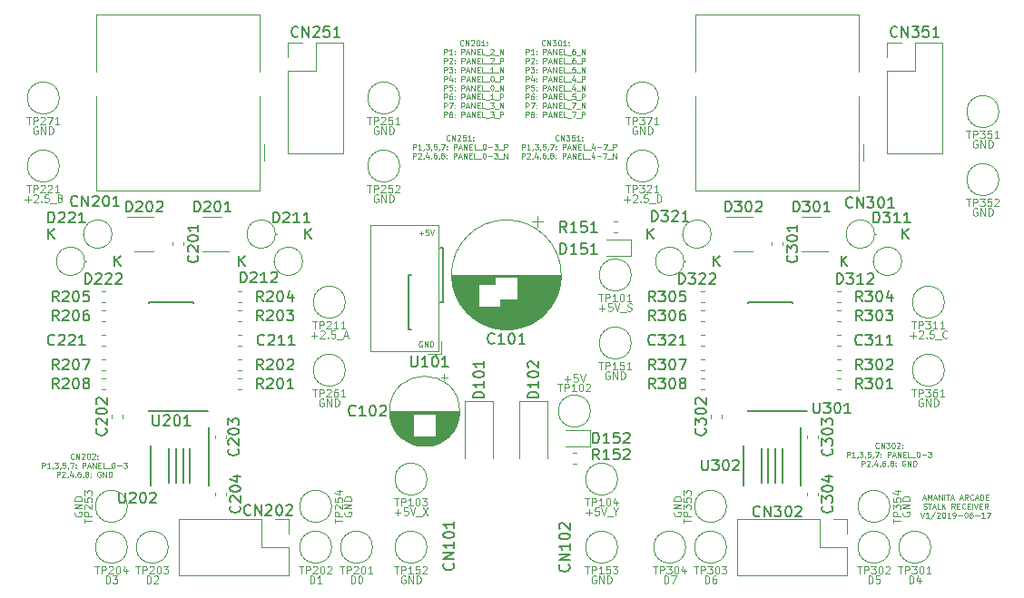
<source format=gbr>
G04 #@! TF.GenerationSoftware,KiCad,Pcbnew,5.0.2-bee76a0~70~ubuntu18.04.1*
G04 #@! TF.CreationDate,2019-06-21T08:35:03-07:00*
G04 #@! TF.ProjectId,aa-panel-receiver-lvds,61612d70-616e-4656-9c2d-726563656976,rev?*
G04 #@! TF.SameCoordinates,Original*
G04 #@! TF.FileFunction,Legend,Top*
G04 #@! TF.FilePolarity,Positive*
%FSLAX46Y46*%
G04 Gerber Fmt 4.6, Leading zero omitted, Abs format (unit mm)*
G04 Created by KiCad (PCBNEW 5.0.2-bee76a0~70~ubuntu18.04.1) date Fri 21 Jun 2019 08:35:03 AM PDT*
%MOMM*%
%LPD*%
G01*
G04 APERTURE LIST*
%ADD10C,0.076200*%
%ADD11C,0.200000*%
%ADD12C,0.120000*%
%ADD13C,0.150000*%
%ADD14C,0.100000*%
G04 APERTURE END LIST*
D10*
X130283857Y-71029285D02*
X130670904Y-71029285D01*
X130477380Y-71222809D02*
X130477380Y-70835761D01*
X131154714Y-70714809D02*
X130912809Y-70714809D01*
X130888619Y-70956714D01*
X130912809Y-70932523D01*
X130961190Y-70908333D01*
X131082142Y-70908333D01*
X131130523Y-70932523D01*
X131154714Y-70956714D01*
X131178904Y-71005095D01*
X131178904Y-71126047D01*
X131154714Y-71174428D01*
X131130523Y-71198619D01*
X131082142Y-71222809D01*
X130961190Y-71222809D01*
X130912809Y-71198619D01*
X130888619Y-71174428D01*
X131324047Y-70714809D02*
X131493380Y-71222809D01*
X131662714Y-70714809D01*
X130549952Y-81153000D02*
X130501571Y-81128809D01*
X130429000Y-81128809D01*
X130356428Y-81153000D01*
X130308047Y-81201380D01*
X130283857Y-81249761D01*
X130259666Y-81346523D01*
X130259666Y-81419095D01*
X130283857Y-81515857D01*
X130308047Y-81564238D01*
X130356428Y-81612619D01*
X130429000Y-81636809D01*
X130477380Y-81636809D01*
X130549952Y-81612619D01*
X130574142Y-81588428D01*
X130574142Y-81419095D01*
X130477380Y-81419095D01*
X130791857Y-81636809D02*
X130791857Y-81128809D01*
X131082142Y-81636809D01*
X131082142Y-81128809D01*
X131324047Y-81636809D02*
X131324047Y-81128809D01*
X131445000Y-81128809D01*
X131517571Y-81153000D01*
X131565952Y-81201380D01*
X131590142Y-81249761D01*
X131614333Y-81346523D01*
X131614333Y-81419095D01*
X131590142Y-81515857D01*
X131565952Y-81564238D01*
X131517571Y-81612619D01*
X131445000Y-81636809D01*
X131324047Y-81636809D01*
D11*
X163525200Y-91084400D02*
X163525200Y-94335600D01*
X164160200Y-91084400D02*
X164160200Y-94335600D01*
X162864800Y-91084400D02*
X162864800Y-94335600D01*
D10*
X142046476Y-53470628D02*
X142022285Y-53494819D01*
X141949714Y-53519009D01*
X141901333Y-53519009D01*
X141828761Y-53494819D01*
X141780380Y-53446438D01*
X141756190Y-53398057D01*
X141732000Y-53301295D01*
X141732000Y-53228723D01*
X141756190Y-53131961D01*
X141780380Y-53083580D01*
X141828761Y-53035200D01*
X141901333Y-53011009D01*
X141949714Y-53011009D01*
X142022285Y-53035200D01*
X142046476Y-53059390D01*
X142264190Y-53519009D02*
X142264190Y-53011009D01*
X142554476Y-53519009D01*
X142554476Y-53011009D01*
X142748000Y-53011009D02*
X143062476Y-53011009D01*
X142893142Y-53204533D01*
X142965714Y-53204533D01*
X143014095Y-53228723D01*
X143038285Y-53252914D01*
X143062476Y-53301295D01*
X143062476Y-53422247D01*
X143038285Y-53470628D01*
X143014095Y-53494819D01*
X142965714Y-53519009D01*
X142820571Y-53519009D01*
X142772190Y-53494819D01*
X142748000Y-53470628D01*
X143376952Y-53011009D02*
X143425333Y-53011009D01*
X143473714Y-53035200D01*
X143497904Y-53059390D01*
X143522095Y-53107771D01*
X143546285Y-53204533D01*
X143546285Y-53325485D01*
X143522095Y-53422247D01*
X143497904Y-53470628D01*
X143473714Y-53494819D01*
X143425333Y-53519009D01*
X143376952Y-53519009D01*
X143328571Y-53494819D01*
X143304380Y-53470628D01*
X143280190Y-53422247D01*
X143256000Y-53325485D01*
X143256000Y-53204533D01*
X143280190Y-53107771D01*
X143304380Y-53059390D01*
X143328571Y-53035200D01*
X143376952Y-53011009D01*
X144030095Y-53519009D02*
X143739809Y-53519009D01*
X143884952Y-53519009D02*
X143884952Y-53011009D01*
X143836571Y-53083580D01*
X143788190Y-53131961D01*
X143739809Y-53156152D01*
X144247809Y-53470628D02*
X144272000Y-53494819D01*
X144247809Y-53519009D01*
X144223619Y-53494819D01*
X144247809Y-53470628D01*
X144247809Y-53519009D01*
X144247809Y-53204533D02*
X144272000Y-53228723D01*
X144247809Y-53252914D01*
X144223619Y-53228723D01*
X144247809Y-53204533D01*
X144247809Y-53252914D01*
X140244285Y-54357209D02*
X140244285Y-53849209D01*
X140437809Y-53849209D01*
X140486190Y-53873400D01*
X140510380Y-53897590D01*
X140534571Y-53945971D01*
X140534571Y-54018542D01*
X140510380Y-54066923D01*
X140486190Y-54091114D01*
X140437809Y-54115304D01*
X140244285Y-54115304D01*
X141018380Y-54357209D02*
X140728095Y-54357209D01*
X140873238Y-54357209D02*
X140873238Y-53849209D01*
X140824857Y-53921780D01*
X140776476Y-53970161D01*
X140728095Y-53994352D01*
X141236095Y-54308828D02*
X141260285Y-54333019D01*
X141236095Y-54357209D01*
X141211904Y-54333019D01*
X141236095Y-54308828D01*
X141236095Y-54357209D01*
X141236095Y-54042733D02*
X141260285Y-54066923D01*
X141236095Y-54091114D01*
X141211904Y-54066923D01*
X141236095Y-54042733D01*
X141236095Y-54091114D01*
X141865047Y-54357209D02*
X141865047Y-53849209D01*
X142058571Y-53849209D01*
X142106952Y-53873400D01*
X142131142Y-53897590D01*
X142155333Y-53945971D01*
X142155333Y-54018542D01*
X142131142Y-54066923D01*
X142106952Y-54091114D01*
X142058571Y-54115304D01*
X141865047Y-54115304D01*
X142348857Y-54212066D02*
X142590761Y-54212066D01*
X142300476Y-54357209D02*
X142469809Y-53849209D01*
X142639142Y-54357209D01*
X142808476Y-54357209D02*
X142808476Y-53849209D01*
X143098761Y-54357209D01*
X143098761Y-53849209D01*
X143340666Y-54091114D02*
X143510000Y-54091114D01*
X143582571Y-54357209D02*
X143340666Y-54357209D01*
X143340666Y-53849209D01*
X143582571Y-53849209D01*
X144042190Y-54357209D02*
X143800285Y-54357209D01*
X143800285Y-53849209D01*
X144090571Y-54405590D02*
X144477619Y-54405590D01*
X144816285Y-53849209D02*
X144719523Y-53849209D01*
X144671142Y-53873400D01*
X144646952Y-53897590D01*
X144598571Y-53970161D01*
X144574380Y-54066923D01*
X144574380Y-54260447D01*
X144598571Y-54308828D01*
X144622761Y-54333019D01*
X144671142Y-54357209D01*
X144767904Y-54357209D01*
X144816285Y-54333019D01*
X144840476Y-54308828D01*
X144864666Y-54260447D01*
X144864666Y-54139495D01*
X144840476Y-54091114D01*
X144816285Y-54066923D01*
X144767904Y-54042733D01*
X144671142Y-54042733D01*
X144622761Y-54066923D01*
X144598571Y-54091114D01*
X144574380Y-54139495D01*
X144961428Y-54405590D02*
X145348476Y-54405590D01*
X145469428Y-54357209D02*
X145469428Y-53849209D01*
X145759714Y-54357209D01*
X145759714Y-53849209D01*
X140256380Y-55195409D02*
X140256380Y-54687409D01*
X140449904Y-54687409D01*
X140498285Y-54711600D01*
X140522476Y-54735790D01*
X140546666Y-54784171D01*
X140546666Y-54856742D01*
X140522476Y-54905123D01*
X140498285Y-54929314D01*
X140449904Y-54953504D01*
X140256380Y-54953504D01*
X140740190Y-54735790D02*
X140764380Y-54711600D01*
X140812761Y-54687409D01*
X140933714Y-54687409D01*
X140982095Y-54711600D01*
X141006285Y-54735790D01*
X141030476Y-54784171D01*
X141030476Y-54832552D01*
X141006285Y-54905123D01*
X140716000Y-55195409D01*
X141030476Y-55195409D01*
X141248190Y-55147028D02*
X141272380Y-55171219D01*
X141248190Y-55195409D01*
X141224000Y-55171219D01*
X141248190Y-55147028D01*
X141248190Y-55195409D01*
X141248190Y-54880933D02*
X141272380Y-54905123D01*
X141248190Y-54929314D01*
X141224000Y-54905123D01*
X141248190Y-54880933D01*
X141248190Y-54929314D01*
X141877142Y-55195409D02*
X141877142Y-54687409D01*
X142070666Y-54687409D01*
X142119047Y-54711600D01*
X142143238Y-54735790D01*
X142167428Y-54784171D01*
X142167428Y-54856742D01*
X142143238Y-54905123D01*
X142119047Y-54929314D01*
X142070666Y-54953504D01*
X141877142Y-54953504D01*
X142360952Y-55050266D02*
X142602857Y-55050266D01*
X142312571Y-55195409D02*
X142481904Y-54687409D01*
X142651238Y-55195409D01*
X142820571Y-55195409D02*
X142820571Y-54687409D01*
X143110857Y-55195409D01*
X143110857Y-54687409D01*
X143352761Y-54929314D02*
X143522095Y-54929314D01*
X143594666Y-55195409D02*
X143352761Y-55195409D01*
X143352761Y-54687409D01*
X143594666Y-54687409D01*
X144054285Y-55195409D02*
X143812380Y-55195409D01*
X143812380Y-54687409D01*
X144102666Y-55243790D02*
X144489714Y-55243790D01*
X144828380Y-54687409D02*
X144731619Y-54687409D01*
X144683238Y-54711600D01*
X144659047Y-54735790D01*
X144610666Y-54808361D01*
X144586476Y-54905123D01*
X144586476Y-55098647D01*
X144610666Y-55147028D01*
X144634857Y-55171219D01*
X144683238Y-55195409D01*
X144780000Y-55195409D01*
X144828380Y-55171219D01*
X144852571Y-55147028D01*
X144876761Y-55098647D01*
X144876761Y-54977695D01*
X144852571Y-54929314D01*
X144828380Y-54905123D01*
X144780000Y-54880933D01*
X144683238Y-54880933D01*
X144634857Y-54905123D01*
X144610666Y-54929314D01*
X144586476Y-54977695D01*
X144973523Y-55243790D02*
X145360571Y-55243790D01*
X145481523Y-55195409D02*
X145481523Y-54687409D01*
X145675047Y-54687409D01*
X145723428Y-54711600D01*
X145747619Y-54735790D01*
X145771809Y-54784171D01*
X145771809Y-54856742D01*
X145747619Y-54905123D01*
X145723428Y-54929314D01*
X145675047Y-54953504D01*
X145481523Y-54953504D01*
X140244285Y-56033609D02*
X140244285Y-55525609D01*
X140437809Y-55525609D01*
X140486190Y-55549800D01*
X140510380Y-55573990D01*
X140534571Y-55622371D01*
X140534571Y-55694942D01*
X140510380Y-55743323D01*
X140486190Y-55767514D01*
X140437809Y-55791704D01*
X140244285Y-55791704D01*
X140703904Y-55525609D02*
X141018380Y-55525609D01*
X140849047Y-55719133D01*
X140921619Y-55719133D01*
X140970000Y-55743323D01*
X140994190Y-55767514D01*
X141018380Y-55815895D01*
X141018380Y-55936847D01*
X140994190Y-55985228D01*
X140970000Y-56009419D01*
X140921619Y-56033609D01*
X140776476Y-56033609D01*
X140728095Y-56009419D01*
X140703904Y-55985228D01*
X141236095Y-55985228D02*
X141260285Y-56009419D01*
X141236095Y-56033609D01*
X141211904Y-56009419D01*
X141236095Y-55985228D01*
X141236095Y-56033609D01*
X141236095Y-55719133D02*
X141260285Y-55743323D01*
X141236095Y-55767514D01*
X141211904Y-55743323D01*
X141236095Y-55719133D01*
X141236095Y-55767514D01*
X141865047Y-56033609D02*
X141865047Y-55525609D01*
X142058571Y-55525609D01*
X142106952Y-55549800D01*
X142131142Y-55573990D01*
X142155333Y-55622371D01*
X142155333Y-55694942D01*
X142131142Y-55743323D01*
X142106952Y-55767514D01*
X142058571Y-55791704D01*
X141865047Y-55791704D01*
X142348857Y-55888466D02*
X142590761Y-55888466D01*
X142300476Y-56033609D02*
X142469809Y-55525609D01*
X142639142Y-56033609D01*
X142808476Y-56033609D02*
X142808476Y-55525609D01*
X143098761Y-56033609D01*
X143098761Y-55525609D01*
X143340666Y-55767514D02*
X143510000Y-55767514D01*
X143582571Y-56033609D02*
X143340666Y-56033609D01*
X143340666Y-55525609D01*
X143582571Y-55525609D01*
X144042190Y-56033609D02*
X143800285Y-56033609D01*
X143800285Y-55525609D01*
X144090571Y-56081990D02*
X144477619Y-56081990D01*
X144840476Y-55525609D02*
X144598571Y-55525609D01*
X144574380Y-55767514D01*
X144598571Y-55743323D01*
X144646952Y-55719133D01*
X144767904Y-55719133D01*
X144816285Y-55743323D01*
X144840476Y-55767514D01*
X144864666Y-55815895D01*
X144864666Y-55936847D01*
X144840476Y-55985228D01*
X144816285Y-56009419D01*
X144767904Y-56033609D01*
X144646952Y-56033609D01*
X144598571Y-56009419D01*
X144574380Y-55985228D01*
X144961428Y-56081990D02*
X145348476Y-56081990D01*
X145469428Y-56033609D02*
X145469428Y-55525609D01*
X145759714Y-56033609D01*
X145759714Y-55525609D01*
X140256380Y-56871809D02*
X140256380Y-56363809D01*
X140449904Y-56363809D01*
X140498285Y-56388000D01*
X140522476Y-56412190D01*
X140546666Y-56460571D01*
X140546666Y-56533142D01*
X140522476Y-56581523D01*
X140498285Y-56605714D01*
X140449904Y-56629904D01*
X140256380Y-56629904D01*
X140982095Y-56533142D02*
X140982095Y-56871809D01*
X140861142Y-56339619D02*
X140740190Y-56702476D01*
X141054666Y-56702476D01*
X141248190Y-56823428D02*
X141272380Y-56847619D01*
X141248190Y-56871809D01*
X141224000Y-56847619D01*
X141248190Y-56823428D01*
X141248190Y-56871809D01*
X141248190Y-56557333D02*
X141272380Y-56581523D01*
X141248190Y-56605714D01*
X141224000Y-56581523D01*
X141248190Y-56557333D01*
X141248190Y-56605714D01*
X141877142Y-56871809D02*
X141877142Y-56363809D01*
X142070666Y-56363809D01*
X142119047Y-56388000D01*
X142143238Y-56412190D01*
X142167428Y-56460571D01*
X142167428Y-56533142D01*
X142143238Y-56581523D01*
X142119047Y-56605714D01*
X142070666Y-56629904D01*
X141877142Y-56629904D01*
X142360952Y-56726666D02*
X142602857Y-56726666D01*
X142312571Y-56871809D02*
X142481904Y-56363809D01*
X142651238Y-56871809D01*
X142820571Y-56871809D02*
X142820571Y-56363809D01*
X143110857Y-56871809D01*
X143110857Y-56363809D01*
X143352761Y-56605714D02*
X143522095Y-56605714D01*
X143594666Y-56871809D02*
X143352761Y-56871809D01*
X143352761Y-56363809D01*
X143594666Y-56363809D01*
X144054285Y-56871809D02*
X143812380Y-56871809D01*
X143812380Y-56363809D01*
X144102666Y-56920190D02*
X144489714Y-56920190D01*
X144828380Y-56533142D02*
X144828380Y-56871809D01*
X144707428Y-56339619D02*
X144586476Y-56702476D01*
X144900952Y-56702476D01*
X144973523Y-56920190D02*
X145360571Y-56920190D01*
X145481523Y-56871809D02*
X145481523Y-56363809D01*
X145675047Y-56363809D01*
X145723428Y-56388000D01*
X145747619Y-56412190D01*
X145771809Y-56460571D01*
X145771809Y-56533142D01*
X145747619Y-56581523D01*
X145723428Y-56605714D01*
X145675047Y-56629904D01*
X145481523Y-56629904D01*
X140244285Y-57710009D02*
X140244285Y-57202009D01*
X140437809Y-57202009D01*
X140486190Y-57226200D01*
X140510380Y-57250390D01*
X140534571Y-57298771D01*
X140534571Y-57371342D01*
X140510380Y-57419723D01*
X140486190Y-57443914D01*
X140437809Y-57468104D01*
X140244285Y-57468104D01*
X140994190Y-57202009D02*
X140752285Y-57202009D01*
X140728095Y-57443914D01*
X140752285Y-57419723D01*
X140800666Y-57395533D01*
X140921619Y-57395533D01*
X140970000Y-57419723D01*
X140994190Y-57443914D01*
X141018380Y-57492295D01*
X141018380Y-57613247D01*
X140994190Y-57661628D01*
X140970000Y-57685819D01*
X140921619Y-57710009D01*
X140800666Y-57710009D01*
X140752285Y-57685819D01*
X140728095Y-57661628D01*
X141236095Y-57661628D02*
X141260285Y-57685819D01*
X141236095Y-57710009D01*
X141211904Y-57685819D01*
X141236095Y-57661628D01*
X141236095Y-57710009D01*
X141236095Y-57395533D02*
X141260285Y-57419723D01*
X141236095Y-57443914D01*
X141211904Y-57419723D01*
X141236095Y-57395533D01*
X141236095Y-57443914D01*
X141865047Y-57710009D02*
X141865047Y-57202009D01*
X142058571Y-57202009D01*
X142106952Y-57226200D01*
X142131142Y-57250390D01*
X142155333Y-57298771D01*
X142155333Y-57371342D01*
X142131142Y-57419723D01*
X142106952Y-57443914D01*
X142058571Y-57468104D01*
X141865047Y-57468104D01*
X142348857Y-57564866D02*
X142590761Y-57564866D01*
X142300476Y-57710009D02*
X142469809Y-57202009D01*
X142639142Y-57710009D01*
X142808476Y-57710009D02*
X142808476Y-57202009D01*
X143098761Y-57710009D01*
X143098761Y-57202009D01*
X143340666Y-57443914D02*
X143510000Y-57443914D01*
X143582571Y-57710009D02*
X143340666Y-57710009D01*
X143340666Y-57202009D01*
X143582571Y-57202009D01*
X144042190Y-57710009D02*
X143800285Y-57710009D01*
X143800285Y-57202009D01*
X144090571Y-57758390D02*
X144477619Y-57758390D01*
X144816285Y-57371342D02*
X144816285Y-57710009D01*
X144695333Y-57177819D02*
X144574380Y-57540676D01*
X144888857Y-57540676D01*
X144961428Y-57758390D02*
X145348476Y-57758390D01*
X145469428Y-57710009D02*
X145469428Y-57202009D01*
X145759714Y-57710009D01*
X145759714Y-57202009D01*
X140256380Y-58548209D02*
X140256380Y-58040209D01*
X140449904Y-58040209D01*
X140498285Y-58064400D01*
X140522476Y-58088590D01*
X140546666Y-58136971D01*
X140546666Y-58209542D01*
X140522476Y-58257923D01*
X140498285Y-58282114D01*
X140449904Y-58306304D01*
X140256380Y-58306304D01*
X140982095Y-58040209D02*
X140885333Y-58040209D01*
X140836952Y-58064400D01*
X140812761Y-58088590D01*
X140764380Y-58161161D01*
X140740190Y-58257923D01*
X140740190Y-58451447D01*
X140764380Y-58499828D01*
X140788571Y-58524019D01*
X140836952Y-58548209D01*
X140933714Y-58548209D01*
X140982095Y-58524019D01*
X141006285Y-58499828D01*
X141030476Y-58451447D01*
X141030476Y-58330495D01*
X141006285Y-58282114D01*
X140982095Y-58257923D01*
X140933714Y-58233733D01*
X140836952Y-58233733D01*
X140788571Y-58257923D01*
X140764380Y-58282114D01*
X140740190Y-58330495D01*
X141248190Y-58499828D02*
X141272380Y-58524019D01*
X141248190Y-58548209D01*
X141224000Y-58524019D01*
X141248190Y-58499828D01*
X141248190Y-58548209D01*
X141248190Y-58233733D02*
X141272380Y-58257923D01*
X141248190Y-58282114D01*
X141224000Y-58257923D01*
X141248190Y-58233733D01*
X141248190Y-58282114D01*
X141877142Y-58548209D02*
X141877142Y-58040209D01*
X142070666Y-58040209D01*
X142119047Y-58064400D01*
X142143238Y-58088590D01*
X142167428Y-58136971D01*
X142167428Y-58209542D01*
X142143238Y-58257923D01*
X142119047Y-58282114D01*
X142070666Y-58306304D01*
X141877142Y-58306304D01*
X142360952Y-58403066D02*
X142602857Y-58403066D01*
X142312571Y-58548209D02*
X142481904Y-58040209D01*
X142651238Y-58548209D01*
X142820571Y-58548209D02*
X142820571Y-58040209D01*
X143110857Y-58548209D01*
X143110857Y-58040209D01*
X143352761Y-58282114D02*
X143522095Y-58282114D01*
X143594666Y-58548209D02*
X143352761Y-58548209D01*
X143352761Y-58040209D01*
X143594666Y-58040209D01*
X144054285Y-58548209D02*
X143812380Y-58548209D01*
X143812380Y-58040209D01*
X144102666Y-58596590D02*
X144489714Y-58596590D01*
X144852571Y-58040209D02*
X144610666Y-58040209D01*
X144586476Y-58282114D01*
X144610666Y-58257923D01*
X144659047Y-58233733D01*
X144780000Y-58233733D01*
X144828380Y-58257923D01*
X144852571Y-58282114D01*
X144876761Y-58330495D01*
X144876761Y-58451447D01*
X144852571Y-58499828D01*
X144828380Y-58524019D01*
X144780000Y-58548209D01*
X144659047Y-58548209D01*
X144610666Y-58524019D01*
X144586476Y-58499828D01*
X144973523Y-58596590D02*
X145360571Y-58596590D01*
X145481523Y-58548209D02*
X145481523Y-58040209D01*
X145675047Y-58040209D01*
X145723428Y-58064400D01*
X145747619Y-58088590D01*
X145771809Y-58136971D01*
X145771809Y-58209542D01*
X145747619Y-58257923D01*
X145723428Y-58282114D01*
X145675047Y-58306304D01*
X145481523Y-58306304D01*
X140244285Y-59386409D02*
X140244285Y-58878409D01*
X140437809Y-58878409D01*
X140486190Y-58902600D01*
X140510380Y-58926790D01*
X140534571Y-58975171D01*
X140534571Y-59047742D01*
X140510380Y-59096123D01*
X140486190Y-59120314D01*
X140437809Y-59144504D01*
X140244285Y-59144504D01*
X140703904Y-58878409D02*
X141042571Y-58878409D01*
X140824857Y-59386409D01*
X141236095Y-59338028D02*
X141260285Y-59362219D01*
X141236095Y-59386409D01*
X141211904Y-59362219D01*
X141236095Y-59338028D01*
X141236095Y-59386409D01*
X141236095Y-59071933D02*
X141260285Y-59096123D01*
X141236095Y-59120314D01*
X141211904Y-59096123D01*
X141236095Y-59071933D01*
X141236095Y-59120314D01*
X141865047Y-59386409D02*
X141865047Y-58878409D01*
X142058571Y-58878409D01*
X142106952Y-58902600D01*
X142131142Y-58926790D01*
X142155333Y-58975171D01*
X142155333Y-59047742D01*
X142131142Y-59096123D01*
X142106952Y-59120314D01*
X142058571Y-59144504D01*
X141865047Y-59144504D01*
X142348857Y-59241266D02*
X142590761Y-59241266D01*
X142300476Y-59386409D02*
X142469809Y-58878409D01*
X142639142Y-59386409D01*
X142808476Y-59386409D02*
X142808476Y-58878409D01*
X143098761Y-59386409D01*
X143098761Y-58878409D01*
X143340666Y-59120314D02*
X143510000Y-59120314D01*
X143582571Y-59386409D02*
X143340666Y-59386409D01*
X143340666Y-58878409D01*
X143582571Y-58878409D01*
X144042190Y-59386409D02*
X143800285Y-59386409D01*
X143800285Y-58878409D01*
X144090571Y-59434790D02*
X144477619Y-59434790D01*
X144550190Y-58878409D02*
X144888857Y-58878409D01*
X144671142Y-59386409D01*
X144961428Y-59434790D02*
X145348476Y-59434790D01*
X145469428Y-59386409D02*
X145469428Y-58878409D01*
X145759714Y-59386409D01*
X145759714Y-58878409D01*
X140256380Y-60224609D02*
X140256380Y-59716609D01*
X140449904Y-59716609D01*
X140498285Y-59740800D01*
X140522476Y-59764990D01*
X140546666Y-59813371D01*
X140546666Y-59885942D01*
X140522476Y-59934323D01*
X140498285Y-59958514D01*
X140449904Y-59982704D01*
X140256380Y-59982704D01*
X140836952Y-59934323D02*
X140788571Y-59910133D01*
X140764380Y-59885942D01*
X140740190Y-59837561D01*
X140740190Y-59813371D01*
X140764380Y-59764990D01*
X140788571Y-59740800D01*
X140836952Y-59716609D01*
X140933714Y-59716609D01*
X140982095Y-59740800D01*
X141006285Y-59764990D01*
X141030476Y-59813371D01*
X141030476Y-59837561D01*
X141006285Y-59885942D01*
X140982095Y-59910133D01*
X140933714Y-59934323D01*
X140836952Y-59934323D01*
X140788571Y-59958514D01*
X140764380Y-59982704D01*
X140740190Y-60031085D01*
X140740190Y-60127847D01*
X140764380Y-60176228D01*
X140788571Y-60200419D01*
X140836952Y-60224609D01*
X140933714Y-60224609D01*
X140982095Y-60200419D01*
X141006285Y-60176228D01*
X141030476Y-60127847D01*
X141030476Y-60031085D01*
X141006285Y-59982704D01*
X140982095Y-59958514D01*
X140933714Y-59934323D01*
X141248190Y-60176228D02*
X141272380Y-60200419D01*
X141248190Y-60224609D01*
X141224000Y-60200419D01*
X141248190Y-60176228D01*
X141248190Y-60224609D01*
X141248190Y-59910133D02*
X141272380Y-59934323D01*
X141248190Y-59958514D01*
X141224000Y-59934323D01*
X141248190Y-59910133D01*
X141248190Y-59958514D01*
X141877142Y-60224609D02*
X141877142Y-59716609D01*
X142070666Y-59716609D01*
X142119047Y-59740800D01*
X142143238Y-59764990D01*
X142167428Y-59813371D01*
X142167428Y-59885942D01*
X142143238Y-59934323D01*
X142119047Y-59958514D01*
X142070666Y-59982704D01*
X141877142Y-59982704D01*
X142360952Y-60079466D02*
X142602857Y-60079466D01*
X142312571Y-60224609D02*
X142481904Y-59716609D01*
X142651238Y-60224609D01*
X142820571Y-60224609D02*
X142820571Y-59716609D01*
X143110857Y-60224609D01*
X143110857Y-59716609D01*
X143352761Y-59958514D02*
X143522095Y-59958514D01*
X143594666Y-60224609D02*
X143352761Y-60224609D01*
X143352761Y-59716609D01*
X143594666Y-59716609D01*
X144054285Y-60224609D02*
X143812380Y-60224609D01*
X143812380Y-59716609D01*
X144102666Y-60272990D02*
X144489714Y-60272990D01*
X144562285Y-59716609D02*
X144900952Y-59716609D01*
X144683238Y-60224609D01*
X144973523Y-60272990D02*
X145360571Y-60272990D01*
X145481523Y-60224609D02*
X145481523Y-59716609D01*
X145675047Y-59716609D01*
X145723428Y-59740800D01*
X145747619Y-59764990D01*
X145771809Y-59813371D01*
X145771809Y-59885942D01*
X145747619Y-59934323D01*
X145723428Y-59958514D01*
X145675047Y-59982704D01*
X145481523Y-59982704D01*
X173161476Y-91037228D02*
X173137285Y-91061419D01*
X173064714Y-91085609D01*
X173016333Y-91085609D01*
X172943761Y-91061419D01*
X172895380Y-91013038D01*
X172871190Y-90964657D01*
X172847000Y-90867895D01*
X172847000Y-90795323D01*
X172871190Y-90698561D01*
X172895380Y-90650180D01*
X172943761Y-90601800D01*
X173016333Y-90577609D01*
X173064714Y-90577609D01*
X173137285Y-90601800D01*
X173161476Y-90625990D01*
X173379190Y-91085609D02*
X173379190Y-90577609D01*
X173669476Y-91085609D01*
X173669476Y-90577609D01*
X173863000Y-90577609D02*
X174177476Y-90577609D01*
X174008142Y-90771133D01*
X174080714Y-90771133D01*
X174129095Y-90795323D01*
X174153285Y-90819514D01*
X174177476Y-90867895D01*
X174177476Y-90988847D01*
X174153285Y-91037228D01*
X174129095Y-91061419D01*
X174080714Y-91085609D01*
X173935571Y-91085609D01*
X173887190Y-91061419D01*
X173863000Y-91037228D01*
X174491952Y-90577609D02*
X174540333Y-90577609D01*
X174588714Y-90601800D01*
X174612904Y-90625990D01*
X174637095Y-90674371D01*
X174661285Y-90771133D01*
X174661285Y-90892085D01*
X174637095Y-90988847D01*
X174612904Y-91037228D01*
X174588714Y-91061419D01*
X174540333Y-91085609D01*
X174491952Y-91085609D01*
X174443571Y-91061419D01*
X174419380Y-91037228D01*
X174395190Y-90988847D01*
X174371000Y-90892085D01*
X174371000Y-90771133D01*
X174395190Y-90674371D01*
X174419380Y-90625990D01*
X174443571Y-90601800D01*
X174491952Y-90577609D01*
X174854809Y-90625990D02*
X174879000Y-90601800D01*
X174927380Y-90577609D01*
X175048333Y-90577609D01*
X175096714Y-90601800D01*
X175120904Y-90625990D01*
X175145095Y-90674371D01*
X175145095Y-90722752D01*
X175120904Y-90795323D01*
X174830619Y-91085609D01*
X175145095Y-91085609D01*
X175362809Y-91037228D02*
X175387000Y-91061419D01*
X175362809Y-91085609D01*
X175338619Y-91061419D01*
X175362809Y-91037228D01*
X175362809Y-91085609D01*
X175362809Y-90771133D02*
X175387000Y-90795323D01*
X175362809Y-90819514D01*
X175338619Y-90795323D01*
X175362809Y-90771133D01*
X175362809Y-90819514D01*
X170173952Y-91923809D02*
X170173952Y-91415809D01*
X170367476Y-91415809D01*
X170415857Y-91440000D01*
X170440047Y-91464190D01*
X170464238Y-91512571D01*
X170464238Y-91585142D01*
X170440047Y-91633523D01*
X170415857Y-91657714D01*
X170367476Y-91681904D01*
X170173952Y-91681904D01*
X170948047Y-91923809D02*
X170657761Y-91923809D01*
X170802904Y-91923809D02*
X170802904Y-91415809D01*
X170754523Y-91488380D01*
X170706142Y-91536761D01*
X170657761Y-91560952D01*
X171189952Y-91899619D02*
X171189952Y-91923809D01*
X171165761Y-91972190D01*
X171141571Y-91996380D01*
X171359285Y-91415809D02*
X171673761Y-91415809D01*
X171504428Y-91609333D01*
X171577000Y-91609333D01*
X171625380Y-91633523D01*
X171649571Y-91657714D01*
X171673761Y-91706095D01*
X171673761Y-91827047D01*
X171649571Y-91875428D01*
X171625380Y-91899619D01*
X171577000Y-91923809D01*
X171431857Y-91923809D01*
X171383476Y-91899619D01*
X171359285Y-91875428D01*
X171915666Y-91899619D02*
X171915666Y-91923809D01*
X171891476Y-91972190D01*
X171867285Y-91996380D01*
X172375285Y-91415809D02*
X172133380Y-91415809D01*
X172109190Y-91657714D01*
X172133380Y-91633523D01*
X172181761Y-91609333D01*
X172302714Y-91609333D01*
X172351095Y-91633523D01*
X172375285Y-91657714D01*
X172399476Y-91706095D01*
X172399476Y-91827047D01*
X172375285Y-91875428D01*
X172351095Y-91899619D01*
X172302714Y-91923809D01*
X172181761Y-91923809D01*
X172133380Y-91899619D01*
X172109190Y-91875428D01*
X172641380Y-91899619D02*
X172641380Y-91923809D01*
X172617190Y-91972190D01*
X172593000Y-91996380D01*
X172810714Y-91415809D02*
X173149380Y-91415809D01*
X172931666Y-91923809D01*
X173342904Y-91875428D02*
X173367095Y-91899619D01*
X173342904Y-91923809D01*
X173318714Y-91899619D01*
X173342904Y-91875428D01*
X173342904Y-91923809D01*
X173342904Y-91609333D02*
X173367095Y-91633523D01*
X173342904Y-91657714D01*
X173318714Y-91633523D01*
X173342904Y-91609333D01*
X173342904Y-91657714D01*
X173971857Y-91923809D02*
X173971857Y-91415809D01*
X174165380Y-91415809D01*
X174213761Y-91440000D01*
X174237952Y-91464190D01*
X174262142Y-91512571D01*
X174262142Y-91585142D01*
X174237952Y-91633523D01*
X174213761Y-91657714D01*
X174165380Y-91681904D01*
X173971857Y-91681904D01*
X174455666Y-91778666D02*
X174697571Y-91778666D01*
X174407285Y-91923809D02*
X174576619Y-91415809D01*
X174745952Y-91923809D01*
X174915285Y-91923809D02*
X174915285Y-91415809D01*
X175205571Y-91923809D01*
X175205571Y-91415809D01*
X175447476Y-91657714D02*
X175616809Y-91657714D01*
X175689380Y-91923809D02*
X175447476Y-91923809D01*
X175447476Y-91415809D01*
X175689380Y-91415809D01*
X176149000Y-91923809D02*
X175907095Y-91923809D01*
X175907095Y-91415809D01*
X176197380Y-91972190D02*
X176584428Y-91972190D01*
X176802142Y-91415809D02*
X176850523Y-91415809D01*
X176898904Y-91440000D01*
X176923095Y-91464190D01*
X176947285Y-91512571D01*
X176971476Y-91609333D01*
X176971476Y-91730285D01*
X176947285Y-91827047D01*
X176923095Y-91875428D01*
X176898904Y-91899619D01*
X176850523Y-91923809D01*
X176802142Y-91923809D01*
X176753761Y-91899619D01*
X176729571Y-91875428D01*
X176705380Y-91827047D01*
X176681190Y-91730285D01*
X176681190Y-91609333D01*
X176705380Y-91512571D01*
X176729571Y-91464190D01*
X176753761Y-91440000D01*
X176802142Y-91415809D01*
X177189190Y-91730285D02*
X177576238Y-91730285D01*
X177769761Y-91415809D02*
X178084238Y-91415809D01*
X177914904Y-91609333D01*
X177987476Y-91609333D01*
X178035857Y-91633523D01*
X178060047Y-91657714D01*
X178084238Y-91706095D01*
X178084238Y-91827047D01*
X178060047Y-91875428D01*
X178035857Y-91899619D01*
X177987476Y-91923809D01*
X177842333Y-91923809D01*
X177793952Y-91899619D01*
X177769761Y-91875428D01*
X171564904Y-92762009D02*
X171564904Y-92254009D01*
X171758428Y-92254009D01*
X171806809Y-92278200D01*
X171831000Y-92302390D01*
X171855190Y-92350771D01*
X171855190Y-92423342D01*
X171831000Y-92471723D01*
X171806809Y-92495914D01*
X171758428Y-92520104D01*
X171564904Y-92520104D01*
X172048714Y-92302390D02*
X172072904Y-92278200D01*
X172121285Y-92254009D01*
X172242238Y-92254009D01*
X172290619Y-92278200D01*
X172314809Y-92302390D01*
X172339000Y-92350771D01*
X172339000Y-92399152D01*
X172314809Y-92471723D01*
X172024523Y-92762009D01*
X172339000Y-92762009D01*
X172580904Y-92737819D02*
X172580904Y-92762009D01*
X172556714Y-92810390D01*
X172532523Y-92834580D01*
X173016333Y-92423342D02*
X173016333Y-92762009D01*
X172895380Y-92229819D02*
X172774428Y-92592676D01*
X173088904Y-92592676D01*
X173306619Y-92737819D02*
X173306619Y-92762009D01*
X173282428Y-92810390D01*
X173258238Y-92834580D01*
X173742047Y-92254009D02*
X173645285Y-92254009D01*
X173596904Y-92278200D01*
X173572714Y-92302390D01*
X173524333Y-92374961D01*
X173500142Y-92471723D01*
X173500142Y-92665247D01*
X173524333Y-92713628D01*
X173548523Y-92737819D01*
X173596904Y-92762009D01*
X173693666Y-92762009D01*
X173742047Y-92737819D01*
X173766238Y-92713628D01*
X173790428Y-92665247D01*
X173790428Y-92544295D01*
X173766238Y-92495914D01*
X173742047Y-92471723D01*
X173693666Y-92447533D01*
X173596904Y-92447533D01*
X173548523Y-92471723D01*
X173524333Y-92495914D01*
X173500142Y-92544295D01*
X174032333Y-92737819D02*
X174032333Y-92762009D01*
X174008142Y-92810390D01*
X173983952Y-92834580D01*
X174322619Y-92471723D02*
X174274238Y-92447533D01*
X174250047Y-92423342D01*
X174225857Y-92374961D01*
X174225857Y-92350771D01*
X174250047Y-92302390D01*
X174274238Y-92278200D01*
X174322619Y-92254009D01*
X174419380Y-92254009D01*
X174467761Y-92278200D01*
X174491952Y-92302390D01*
X174516142Y-92350771D01*
X174516142Y-92374961D01*
X174491952Y-92423342D01*
X174467761Y-92447533D01*
X174419380Y-92471723D01*
X174322619Y-92471723D01*
X174274238Y-92495914D01*
X174250047Y-92520104D01*
X174225857Y-92568485D01*
X174225857Y-92665247D01*
X174250047Y-92713628D01*
X174274238Y-92737819D01*
X174322619Y-92762009D01*
X174419380Y-92762009D01*
X174467761Y-92737819D01*
X174491952Y-92713628D01*
X174516142Y-92665247D01*
X174516142Y-92568485D01*
X174491952Y-92520104D01*
X174467761Y-92495914D01*
X174419380Y-92471723D01*
X174733857Y-92713628D02*
X174758047Y-92737819D01*
X174733857Y-92762009D01*
X174709666Y-92737819D01*
X174733857Y-92713628D01*
X174733857Y-92762009D01*
X174733857Y-92447533D02*
X174758047Y-92471723D01*
X174733857Y-92495914D01*
X174709666Y-92471723D01*
X174733857Y-92447533D01*
X174733857Y-92495914D01*
X175628904Y-92278200D02*
X175580523Y-92254009D01*
X175507952Y-92254009D01*
X175435380Y-92278200D01*
X175387000Y-92326580D01*
X175362809Y-92374961D01*
X175338619Y-92471723D01*
X175338619Y-92544295D01*
X175362809Y-92641057D01*
X175387000Y-92689438D01*
X175435380Y-92737819D01*
X175507952Y-92762009D01*
X175556333Y-92762009D01*
X175628904Y-92737819D01*
X175653095Y-92713628D01*
X175653095Y-92544295D01*
X175556333Y-92544295D01*
X175870809Y-92762009D02*
X175870809Y-92254009D01*
X176161095Y-92762009D01*
X176161095Y-92254009D01*
X176403000Y-92762009D02*
X176403000Y-92254009D01*
X176523952Y-92254009D01*
X176596523Y-92278200D01*
X176644904Y-92326580D01*
X176669095Y-92374961D01*
X176693285Y-92471723D01*
X176693285Y-92544295D01*
X176669095Y-92641057D01*
X176644904Y-92689438D01*
X176596523Y-92737819D01*
X176523952Y-92762009D01*
X176403000Y-92762009D01*
X143316476Y-62335228D02*
X143292285Y-62359419D01*
X143219714Y-62383609D01*
X143171333Y-62383609D01*
X143098761Y-62359419D01*
X143050380Y-62311038D01*
X143026190Y-62262657D01*
X143002000Y-62165895D01*
X143002000Y-62093323D01*
X143026190Y-61996561D01*
X143050380Y-61948180D01*
X143098761Y-61899800D01*
X143171333Y-61875609D01*
X143219714Y-61875609D01*
X143292285Y-61899800D01*
X143316476Y-61923990D01*
X143534190Y-62383609D02*
X143534190Y-61875609D01*
X143824476Y-62383609D01*
X143824476Y-61875609D01*
X144018000Y-61875609D02*
X144332476Y-61875609D01*
X144163142Y-62069133D01*
X144235714Y-62069133D01*
X144284095Y-62093323D01*
X144308285Y-62117514D01*
X144332476Y-62165895D01*
X144332476Y-62286847D01*
X144308285Y-62335228D01*
X144284095Y-62359419D01*
X144235714Y-62383609D01*
X144090571Y-62383609D01*
X144042190Y-62359419D01*
X144018000Y-62335228D01*
X144792095Y-61875609D02*
X144550190Y-61875609D01*
X144526000Y-62117514D01*
X144550190Y-62093323D01*
X144598571Y-62069133D01*
X144719523Y-62069133D01*
X144767904Y-62093323D01*
X144792095Y-62117514D01*
X144816285Y-62165895D01*
X144816285Y-62286847D01*
X144792095Y-62335228D01*
X144767904Y-62359419D01*
X144719523Y-62383609D01*
X144598571Y-62383609D01*
X144550190Y-62359419D01*
X144526000Y-62335228D01*
X145300095Y-62383609D02*
X145009809Y-62383609D01*
X145154952Y-62383609D02*
X145154952Y-61875609D01*
X145106571Y-61948180D01*
X145058190Y-61996561D01*
X145009809Y-62020752D01*
X145517809Y-62335228D02*
X145542000Y-62359419D01*
X145517809Y-62383609D01*
X145493619Y-62359419D01*
X145517809Y-62335228D01*
X145517809Y-62383609D01*
X145517809Y-62069133D02*
X145542000Y-62093323D01*
X145517809Y-62117514D01*
X145493619Y-62093323D01*
X145517809Y-62069133D01*
X145517809Y-62117514D01*
X139881428Y-63221809D02*
X139881428Y-62713809D01*
X140074952Y-62713809D01*
X140123333Y-62738000D01*
X140147523Y-62762190D01*
X140171714Y-62810571D01*
X140171714Y-62883142D01*
X140147523Y-62931523D01*
X140123333Y-62955714D01*
X140074952Y-62979904D01*
X139881428Y-62979904D01*
X140655523Y-63221809D02*
X140365238Y-63221809D01*
X140510380Y-63221809D02*
X140510380Y-62713809D01*
X140462000Y-62786380D01*
X140413619Y-62834761D01*
X140365238Y-62858952D01*
X140897428Y-63197619D02*
X140897428Y-63221809D01*
X140873238Y-63270190D01*
X140849047Y-63294380D01*
X141066761Y-62713809D02*
X141381238Y-62713809D01*
X141211904Y-62907333D01*
X141284476Y-62907333D01*
X141332857Y-62931523D01*
X141357047Y-62955714D01*
X141381238Y-63004095D01*
X141381238Y-63125047D01*
X141357047Y-63173428D01*
X141332857Y-63197619D01*
X141284476Y-63221809D01*
X141139333Y-63221809D01*
X141090952Y-63197619D01*
X141066761Y-63173428D01*
X141623142Y-63197619D02*
X141623142Y-63221809D01*
X141598952Y-63270190D01*
X141574761Y-63294380D01*
X142082761Y-62713809D02*
X141840857Y-62713809D01*
X141816666Y-62955714D01*
X141840857Y-62931523D01*
X141889238Y-62907333D01*
X142010190Y-62907333D01*
X142058571Y-62931523D01*
X142082761Y-62955714D01*
X142106952Y-63004095D01*
X142106952Y-63125047D01*
X142082761Y-63173428D01*
X142058571Y-63197619D01*
X142010190Y-63221809D01*
X141889238Y-63221809D01*
X141840857Y-63197619D01*
X141816666Y-63173428D01*
X142348857Y-63197619D02*
X142348857Y-63221809D01*
X142324666Y-63270190D01*
X142300476Y-63294380D01*
X142518190Y-62713809D02*
X142856857Y-62713809D01*
X142639142Y-63221809D01*
X143050380Y-63173428D02*
X143074571Y-63197619D01*
X143050380Y-63221809D01*
X143026190Y-63197619D01*
X143050380Y-63173428D01*
X143050380Y-63221809D01*
X143050380Y-62907333D02*
X143074571Y-62931523D01*
X143050380Y-62955714D01*
X143026190Y-62931523D01*
X143050380Y-62907333D01*
X143050380Y-62955714D01*
X143679333Y-63221809D02*
X143679333Y-62713809D01*
X143872857Y-62713809D01*
X143921238Y-62738000D01*
X143945428Y-62762190D01*
X143969619Y-62810571D01*
X143969619Y-62883142D01*
X143945428Y-62931523D01*
X143921238Y-62955714D01*
X143872857Y-62979904D01*
X143679333Y-62979904D01*
X144163142Y-63076666D02*
X144405047Y-63076666D01*
X144114761Y-63221809D02*
X144284095Y-62713809D01*
X144453428Y-63221809D01*
X144622761Y-63221809D02*
X144622761Y-62713809D01*
X144913047Y-63221809D01*
X144913047Y-62713809D01*
X145154952Y-62955714D02*
X145324285Y-62955714D01*
X145396857Y-63221809D02*
X145154952Y-63221809D01*
X145154952Y-62713809D01*
X145396857Y-62713809D01*
X145856476Y-63221809D02*
X145614571Y-63221809D01*
X145614571Y-62713809D01*
X145904857Y-63270190D02*
X146291904Y-63270190D01*
X146630571Y-62883142D02*
X146630571Y-63221809D01*
X146509619Y-62689619D02*
X146388666Y-63052476D01*
X146703142Y-63052476D01*
X146896666Y-63028285D02*
X147283714Y-63028285D01*
X147477238Y-62713809D02*
X147815904Y-62713809D01*
X147598190Y-63221809D01*
X147888476Y-63270190D02*
X148275523Y-63270190D01*
X148396476Y-63221809D02*
X148396476Y-62713809D01*
X148590000Y-62713809D01*
X148638380Y-62738000D01*
X148662571Y-62762190D01*
X148686761Y-62810571D01*
X148686761Y-62883142D01*
X148662571Y-62931523D01*
X148638380Y-62955714D01*
X148590000Y-62979904D01*
X148396476Y-62979904D01*
X139869333Y-64060009D02*
X139869333Y-63552009D01*
X140062857Y-63552009D01*
X140111238Y-63576200D01*
X140135428Y-63600390D01*
X140159619Y-63648771D01*
X140159619Y-63721342D01*
X140135428Y-63769723D01*
X140111238Y-63793914D01*
X140062857Y-63818104D01*
X139869333Y-63818104D01*
X140353142Y-63600390D02*
X140377333Y-63576200D01*
X140425714Y-63552009D01*
X140546666Y-63552009D01*
X140595047Y-63576200D01*
X140619238Y-63600390D01*
X140643428Y-63648771D01*
X140643428Y-63697152D01*
X140619238Y-63769723D01*
X140328952Y-64060009D01*
X140643428Y-64060009D01*
X140885333Y-64035819D02*
X140885333Y-64060009D01*
X140861142Y-64108390D01*
X140836952Y-64132580D01*
X141320761Y-63721342D02*
X141320761Y-64060009D01*
X141199809Y-63527819D02*
X141078857Y-63890676D01*
X141393333Y-63890676D01*
X141611047Y-64035819D02*
X141611047Y-64060009D01*
X141586857Y-64108390D01*
X141562666Y-64132580D01*
X142046476Y-63552009D02*
X141949714Y-63552009D01*
X141901333Y-63576200D01*
X141877142Y-63600390D01*
X141828761Y-63672961D01*
X141804571Y-63769723D01*
X141804571Y-63963247D01*
X141828761Y-64011628D01*
X141852952Y-64035819D01*
X141901333Y-64060009D01*
X141998095Y-64060009D01*
X142046476Y-64035819D01*
X142070666Y-64011628D01*
X142094857Y-63963247D01*
X142094857Y-63842295D01*
X142070666Y-63793914D01*
X142046476Y-63769723D01*
X141998095Y-63745533D01*
X141901333Y-63745533D01*
X141852952Y-63769723D01*
X141828761Y-63793914D01*
X141804571Y-63842295D01*
X142336761Y-64035819D02*
X142336761Y-64060009D01*
X142312571Y-64108390D01*
X142288380Y-64132580D01*
X142627047Y-63769723D02*
X142578666Y-63745533D01*
X142554476Y-63721342D01*
X142530285Y-63672961D01*
X142530285Y-63648771D01*
X142554476Y-63600390D01*
X142578666Y-63576200D01*
X142627047Y-63552009D01*
X142723809Y-63552009D01*
X142772190Y-63576200D01*
X142796380Y-63600390D01*
X142820571Y-63648771D01*
X142820571Y-63672961D01*
X142796380Y-63721342D01*
X142772190Y-63745533D01*
X142723809Y-63769723D01*
X142627047Y-63769723D01*
X142578666Y-63793914D01*
X142554476Y-63818104D01*
X142530285Y-63866485D01*
X142530285Y-63963247D01*
X142554476Y-64011628D01*
X142578666Y-64035819D01*
X142627047Y-64060009D01*
X142723809Y-64060009D01*
X142772190Y-64035819D01*
X142796380Y-64011628D01*
X142820571Y-63963247D01*
X142820571Y-63866485D01*
X142796380Y-63818104D01*
X142772190Y-63793914D01*
X142723809Y-63769723D01*
X143038285Y-64011628D02*
X143062476Y-64035819D01*
X143038285Y-64060009D01*
X143014095Y-64035819D01*
X143038285Y-64011628D01*
X143038285Y-64060009D01*
X143038285Y-63745533D02*
X143062476Y-63769723D01*
X143038285Y-63793914D01*
X143014095Y-63769723D01*
X143038285Y-63745533D01*
X143038285Y-63793914D01*
X143667238Y-64060009D02*
X143667238Y-63552009D01*
X143860761Y-63552009D01*
X143909142Y-63576200D01*
X143933333Y-63600390D01*
X143957523Y-63648771D01*
X143957523Y-63721342D01*
X143933333Y-63769723D01*
X143909142Y-63793914D01*
X143860761Y-63818104D01*
X143667238Y-63818104D01*
X144151047Y-63914866D02*
X144392952Y-63914866D01*
X144102666Y-64060009D02*
X144272000Y-63552009D01*
X144441333Y-64060009D01*
X144610666Y-64060009D02*
X144610666Y-63552009D01*
X144900952Y-64060009D01*
X144900952Y-63552009D01*
X145142857Y-63793914D02*
X145312190Y-63793914D01*
X145384761Y-64060009D02*
X145142857Y-64060009D01*
X145142857Y-63552009D01*
X145384761Y-63552009D01*
X145844380Y-64060009D02*
X145602476Y-64060009D01*
X145602476Y-63552009D01*
X145892761Y-64108390D02*
X146279809Y-64108390D01*
X146618476Y-63721342D02*
X146618476Y-64060009D01*
X146497523Y-63527819D02*
X146376571Y-63890676D01*
X146691047Y-63890676D01*
X146884571Y-63866485D02*
X147271619Y-63866485D01*
X147465142Y-63552009D02*
X147803809Y-63552009D01*
X147586095Y-64060009D01*
X147876380Y-64108390D02*
X148263428Y-64108390D01*
X148384380Y-64060009D02*
X148384380Y-63552009D01*
X148674666Y-64060009D01*
X148674666Y-63552009D01*
D11*
X162229800Y-91084400D02*
X162229800Y-94335600D01*
D10*
X177292000Y-95766466D02*
X177533904Y-95766466D01*
X177243619Y-95911609D02*
X177412952Y-95403609D01*
X177582285Y-95911609D01*
X177751619Y-95911609D02*
X177751619Y-95403609D01*
X177920952Y-95766466D01*
X178090285Y-95403609D01*
X178090285Y-95911609D01*
X178308000Y-95766466D02*
X178549904Y-95766466D01*
X178259619Y-95911609D02*
X178428952Y-95403609D01*
X178598285Y-95911609D01*
X178767619Y-95911609D02*
X178767619Y-95403609D01*
X179057904Y-95911609D01*
X179057904Y-95403609D01*
X179299809Y-95911609D02*
X179299809Y-95403609D01*
X179469142Y-95403609D02*
X179759428Y-95403609D01*
X179614285Y-95911609D02*
X179614285Y-95403609D01*
X179904571Y-95766466D02*
X180146476Y-95766466D01*
X179856190Y-95911609D02*
X180025523Y-95403609D01*
X180194857Y-95911609D01*
X180727047Y-95766466D02*
X180968952Y-95766466D01*
X180678666Y-95911609D02*
X180848000Y-95403609D01*
X181017333Y-95911609D01*
X181476952Y-95911609D02*
X181307619Y-95669704D01*
X181186666Y-95911609D02*
X181186666Y-95403609D01*
X181380190Y-95403609D01*
X181428571Y-95427800D01*
X181452761Y-95451990D01*
X181476952Y-95500371D01*
X181476952Y-95572942D01*
X181452761Y-95621323D01*
X181428571Y-95645514D01*
X181380190Y-95669704D01*
X181186666Y-95669704D01*
X181984952Y-95863228D02*
X181960761Y-95887419D01*
X181888190Y-95911609D01*
X181839809Y-95911609D01*
X181767238Y-95887419D01*
X181718857Y-95839038D01*
X181694666Y-95790657D01*
X181670476Y-95693895D01*
X181670476Y-95621323D01*
X181694666Y-95524561D01*
X181718857Y-95476180D01*
X181767238Y-95427800D01*
X181839809Y-95403609D01*
X181888190Y-95403609D01*
X181960761Y-95427800D01*
X181984952Y-95451990D01*
X182178476Y-95766466D02*
X182420380Y-95766466D01*
X182130095Y-95911609D02*
X182299428Y-95403609D01*
X182468761Y-95911609D01*
X182638095Y-95911609D02*
X182638095Y-95403609D01*
X182759047Y-95403609D01*
X182831619Y-95427800D01*
X182880000Y-95476180D01*
X182904190Y-95524561D01*
X182928380Y-95621323D01*
X182928380Y-95693895D01*
X182904190Y-95790657D01*
X182880000Y-95839038D01*
X182831619Y-95887419D01*
X182759047Y-95911609D01*
X182638095Y-95911609D01*
X183146095Y-95645514D02*
X183315428Y-95645514D01*
X183388000Y-95911609D02*
X183146095Y-95911609D01*
X183146095Y-95403609D01*
X183388000Y-95403609D01*
X177340380Y-96725619D02*
X177412952Y-96749809D01*
X177533904Y-96749809D01*
X177582285Y-96725619D01*
X177606476Y-96701428D01*
X177630666Y-96653047D01*
X177630666Y-96604666D01*
X177606476Y-96556285D01*
X177582285Y-96532095D01*
X177533904Y-96507904D01*
X177437142Y-96483714D01*
X177388761Y-96459523D01*
X177364571Y-96435333D01*
X177340380Y-96386952D01*
X177340380Y-96338571D01*
X177364571Y-96290190D01*
X177388761Y-96266000D01*
X177437142Y-96241809D01*
X177558095Y-96241809D01*
X177630666Y-96266000D01*
X177775809Y-96241809D02*
X178066095Y-96241809D01*
X177920952Y-96749809D02*
X177920952Y-96241809D01*
X178211238Y-96604666D02*
X178453142Y-96604666D01*
X178162857Y-96749809D02*
X178332190Y-96241809D01*
X178501523Y-96749809D01*
X178912761Y-96749809D02*
X178670857Y-96749809D01*
X178670857Y-96241809D01*
X179082095Y-96749809D02*
X179082095Y-96241809D01*
X179372380Y-96749809D02*
X179154666Y-96459523D01*
X179372380Y-96241809D02*
X179082095Y-96532095D01*
X180267428Y-96749809D02*
X180098095Y-96507904D01*
X179977142Y-96749809D02*
X179977142Y-96241809D01*
X180170666Y-96241809D01*
X180219047Y-96266000D01*
X180243238Y-96290190D01*
X180267428Y-96338571D01*
X180267428Y-96411142D01*
X180243238Y-96459523D01*
X180219047Y-96483714D01*
X180170666Y-96507904D01*
X179977142Y-96507904D01*
X180485142Y-96483714D02*
X180654476Y-96483714D01*
X180727047Y-96749809D02*
X180485142Y-96749809D01*
X180485142Y-96241809D01*
X180727047Y-96241809D01*
X181235047Y-96701428D02*
X181210857Y-96725619D01*
X181138285Y-96749809D01*
X181089904Y-96749809D01*
X181017333Y-96725619D01*
X180968952Y-96677238D01*
X180944761Y-96628857D01*
X180920571Y-96532095D01*
X180920571Y-96459523D01*
X180944761Y-96362761D01*
X180968952Y-96314380D01*
X181017333Y-96266000D01*
X181089904Y-96241809D01*
X181138285Y-96241809D01*
X181210857Y-96266000D01*
X181235047Y-96290190D01*
X181452761Y-96483714D02*
X181622095Y-96483714D01*
X181694666Y-96749809D02*
X181452761Y-96749809D01*
X181452761Y-96241809D01*
X181694666Y-96241809D01*
X181912380Y-96749809D02*
X181912380Y-96241809D01*
X182081714Y-96241809D02*
X182251047Y-96749809D01*
X182420380Y-96241809D01*
X182589714Y-96483714D02*
X182759047Y-96483714D01*
X182831619Y-96749809D02*
X182589714Y-96749809D01*
X182589714Y-96241809D01*
X182831619Y-96241809D01*
X183339619Y-96749809D02*
X183170285Y-96507904D01*
X183049333Y-96749809D02*
X183049333Y-96241809D01*
X183242857Y-96241809D01*
X183291238Y-96266000D01*
X183315428Y-96290190D01*
X183339619Y-96338571D01*
X183339619Y-96411142D01*
X183315428Y-96459523D01*
X183291238Y-96483714D01*
X183242857Y-96507904D01*
X183049333Y-96507904D01*
X177098476Y-97080009D02*
X177267809Y-97588009D01*
X177437142Y-97080009D01*
X177872571Y-97588009D02*
X177582285Y-97588009D01*
X177727428Y-97588009D02*
X177727428Y-97080009D01*
X177679047Y-97152580D01*
X177630666Y-97200961D01*
X177582285Y-97225152D01*
X178453142Y-97055819D02*
X178017714Y-97708961D01*
X178598285Y-97128390D02*
X178622476Y-97104200D01*
X178670857Y-97080009D01*
X178791809Y-97080009D01*
X178840190Y-97104200D01*
X178864380Y-97128390D01*
X178888571Y-97176771D01*
X178888571Y-97225152D01*
X178864380Y-97297723D01*
X178574095Y-97588009D01*
X178888571Y-97588009D01*
X179203047Y-97080009D02*
X179251428Y-97080009D01*
X179299809Y-97104200D01*
X179324000Y-97128390D01*
X179348190Y-97176771D01*
X179372380Y-97273533D01*
X179372380Y-97394485D01*
X179348190Y-97491247D01*
X179324000Y-97539628D01*
X179299809Y-97563819D01*
X179251428Y-97588009D01*
X179203047Y-97588009D01*
X179154666Y-97563819D01*
X179130476Y-97539628D01*
X179106285Y-97491247D01*
X179082095Y-97394485D01*
X179082095Y-97273533D01*
X179106285Y-97176771D01*
X179130476Y-97128390D01*
X179154666Y-97104200D01*
X179203047Y-97080009D01*
X179856190Y-97588009D02*
X179565904Y-97588009D01*
X179711047Y-97588009D02*
X179711047Y-97080009D01*
X179662666Y-97152580D01*
X179614285Y-97200961D01*
X179565904Y-97225152D01*
X180098095Y-97588009D02*
X180194857Y-97588009D01*
X180243238Y-97563819D01*
X180267428Y-97539628D01*
X180315809Y-97467057D01*
X180340000Y-97370295D01*
X180340000Y-97176771D01*
X180315809Y-97128390D01*
X180291619Y-97104200D01*
X180243238Y-97080009D01*
X180146476Y-97080009D01*
X180098095Y-97104200D01*
X180073904Y-97128390D01*
X180049714Y-97176771D01*
X180049714Y-97297723D01*
X180073904Y-97346104D01*
X180098095Y-97370295D01*
X180146476Y-97394485D01*
X180243238Y-97394485D01*
X180291619Y-97370295D01*
X180315809Y-97346104D01*
X180340000Y-97297723D01*
X180557714Y-97394485D02*
X180944761Y-97394485D01*
X181283428Y-97080009D02*
X181331809Y-97080009D01*
X181380190Y-97104200D01*
X181404380Y-97128390D01*
X181428571Y-97176771D01*
X181452761Y-97273533D01*
X181452761Y-97394485D01*
X181428571Y-97491247D01*
X181404380Y-97539628D01*
X181380190Y-97563819D01*
X181331809Y-97588009D01*
X181283428Y-97588009D01*
X181235047Y-97563819D01*
X181210857Y-97539628D01*
X181186666Y-97491247D01*
X181162476Y-97394485D01*
X181162476Y-97273533D01*
X181186666Y-97176771D01*
X181210857Y-97128390D01*
X181235047Y-97104200D01*
X181283428Y-97080009D01*
X181888190Y-97080009D02*
X181791428Y-97080009D01*
X181743047Y-97104200D01*
X181718857Y-97128390D01*
X181670476Y-97200961D01*
X181646285Y-97297723D01*
X181646285Y-97491247D01*
X181670476Y-97539628D01*
X181694666Y-97563819D01*
X181743047Y-97588009D01*
X181839809Y-97588009D01*
X181888190Y-97563819D01*
X181912380Y-97539628D01*
X181936571Y-97491247D01*
X181936571Y-97370295D01*
X181912380Y-97321914D01*
X181888190Y-97297723D01*
X181839809Y-97273533D01*
X181743047Y-97273533D01*
X181694666Y-97297723D01*
X181670476Y-97321914D01*
X181646285Y-97370295D01*
X182154285Y-97394485D02*
X182541333Y-97394485D01*
X183049333Y-97588009D02*
X182759047Y-97588009D01*
X182904190Y-97588009D02*
X182904190Y-97080009D01*
X182855809Y-97152580D01*
X182807428Y-97200961D01*
X182759047Y-97225152D01*
X183218666Y-97080009D02*
X183557333Y-97080009D01*
X183339619Y-97588009D01*
X134426476Y-53470628D02*
X134402285Y-53494819D01*
X134329714Y-53519009D01*
X134281333Y-53519009D01*
X134208761Y-53494819D01*
X134160380Y-53446438D01*
X134136190Y-53398057D01*
X134112000Y-53301295D01*
X134112000Y-53228723D01*
X134136190Y-53131961D01*
X134160380Y-53083580D01*
X134208761Y-53035200D01*
X134281333Y-53011009D01*
X134329714Y-53011009D01*
X134402285Y-53035200D01*
X134426476Y-53059390D01*
X134644190Y-53519009D02*
X134644190Y-53011009D01*
X134934476Y-53519009D01*
X134934476Y-53011009D01*
X135152190Y-53059390D02*
X135176380Y-53035200D01*
X135224761Y-53011009D01*
X135345714Y-53011009D01*
X135394095Y-53035200D01*
X135418285Y-53059390D01*
X135442476Y-53107771D01*
X135442476Y-53156152D01*
X135418285Y-53228723D01*
X135128000Y-53519009D01*
X135442476Y-53519009D01*
X135756952Y-53011009D02*
X135805333Y-53011009D01*
X135853714Y-53035200D01*
X135877904Y-53059390D01*
X135902095Y-53107771D01*
X135926285Y-53204533D01*
X135926285Y-53325485D01*
X135902095Y-53422247D01*
X135877904Y-53470628D01*
X135853714Y-53494819D01*
X135805333Y-53519009D01*
X135756952Y-53519009D01*
X135708571Y-53494819D01*
X135684380Y-53470628D01*
X135660190Y-53422247D01*
X135636000Y-53325485D01*
X135636000Y-53204533D01*
X135660190Y-53107771D01*
X135684380Y-53059390D01*
X135708571Y-53035200D01*
X135756952Y-53011009D01*
X136410095Y-53519009D02*
X136119809Y-53519009D01*
X136264952Y-53519009D02*
X136264952Y-53011009D01*
X136216571Y-53083580D01*
X136168190Y-53131961D01*
X136119809Y-53156152D01*
X136627809Y-53470628D02*
X136652000Y-53494819D01*
X136627809Y-53519009D01*
X136603619Y-53494819D01*
X136627809Y-53470628D01*
X136627809Y-53519009D01*
X136627809Y-53204533D02*
X136652000Y-53228723D01*
X136627809Y-53252914D01*
X136603619Y-53228723D01*
X136627809Y-53204533D01*
X136627809Y-53252914D01*
X132624285Y-54357209D02*
X132624285Y-53849209D01*
X132817809Y-53849209D01*
X132866190Y-53873400D01*
X132890380Y-53897590D01*
X132914571Y-53945971D01*
X132914571Y-54018542D01*
X132890380Y-54066923D01*
X132866190Y-54091114D01*
X132817809Y-54115304D01*
X132624285Y-54115304D01*
X133398380Y-54357209D02*
X133108095Y-54357209D01*
X133253238Y-54357209D02*
X133253238Y-53849209D01*
X133204857Y-53921780D01*
X133156476Y-53970161D01*
X133108095Y-53994352D01*
X133616095Y-54308828D02*
X133640285Y-54333019D01*
X133616095Y-54357209D01*
X133591904Y-54333019D01*
X133616095Y-54308828D01*
X133616095Y-54357209D01*
X133616095Y-54042733D02*
X133640285Y-54066923D01*
X133616095Y-54091114D01*
X133591904Y-54066923D01*
X133616095Y-54042733D01*
X133616095Y-54091114D01*
X134245047Y-54357209D02*
X134245047Y-53849209D01*
X134438571Y-53849209D01*
X134486952Y-53873400D01*
X134511142Y-53897590D01*
X134535333Y-53945971D01*
X134535333Y-54018542D01*
X134511142Y-54066923D01*
X134486952Y-54091114D01*
X134438571Y-54115304D01*
X134245047Y-54115304D01*
X134728857Y-54212066D02*
X134970761Y-54212066D01*
X134680476Y-54357209D02*
X134849809Y-53849209D01*
X135019142Y-54357209D01*
X135188476Y-54357209D02*
X135188476Y-53849209D01*
X135478761Y-54357209D01*
X135478761Y-53849209D01*
X135720666Y-54091114D02*
X135890000Y-54091114D01*
X135962571Y-54357209D02*
X135720666Y-54357209D01*
X135720666Y-53849209D01*
X135962571Y-53849209D01*
X136422190Y-54357209D02*
X136180285Y-54357209D01*
X136180285Y-53849209D01*
X136470571Y-54405590D02*
X136857619Y-54405590D01*
X136954380Y-53897590D02*
X136978571Y-53873400D01*
X137026952Y-53849209D01*
X137147904Y-53849209D01*
X137196285Y-53873400D01*
X137220476Y-53897590D01*
X137244666Y-53945971D01*
X137244666Y-53994352D01*
X137220476Y-54066923D01*
X136930190Y-54357209D01*
X137244666Y-54357209D01*
X137341428Y-54405590D02*
X137728476Y-54405590D01*
X137849428Y-54357209D02*
X137849428Y-53849209D01*
X138139714Y-54357209D01*
X138139714Y-53849209D01*
X132636380Y-55195409D02*
X132636380Y-54687409D01*
X132829904Y-54687409D01*
X132878285Y-54711600D01*
X132902476Y-54735790D01*
X132926666Y-54784171D01*
X132926666Y-54856742D01*
X132902476Y-54905123D01*
X132878285Y-54929314D01*
X132829904Y-54953504D01*
X132636380Y-54953504D01*
X133120190Y-54735790D02*
X133144380Y-54711600D01*
X133192761Y-54687409D01*
X133313714Y-54687409D01*
X133362095Y-54711600D01*
X133386285Y-54735790D01*
X133410476Y-54784171D01*
X133410476Y-54832552D01*
X133386285Y-54905123D01*
X133096000Y-55195409D01*
X133410476Y-55195409D01*
X133628190Y-55147028D02*
X133652380Y-55171219D01*
X133628190Y-55195409D01*
X133604000Y-55171219D01*
X133628190Y-55147028D01*
X133628190Y-55195409D01*
X133628190Y-54880933D02*
X133652380Y-54905123D01*
X133628190Y-54929314D01*
X133604000Y-54905123D01*
X133628190Y-54880933D01*
X133628190Y-54929314D01*
X134257142Y-55195409D02*
X134257142Y-54687409D01*
X134450666Y-54687409D01*
X134499047Y-54711600D01*
X134523238Y-54735790D01*
X134547428Y-54784171D01*
X134547428Y-54856742D01*
X134523238Y-54905123D01*
X134499047Y-54929314D01*
X134450666Y-54953504D01*
X134257142Y-54953504D01*
X134740952Y-55050266D02*
X134982857Y-55050266D01*
X134692571Y-55195409D02*
X134861904Y-54687409D01*
X135031238Y-55195409D01*
X135200571Y-55195409D02*
X135200571Y-54687409D01*
X135490857Y-55195409D01*
X135490857Y-54687409D01*
X135732761Y-54929314D02*
X135902095Y-54929314D01*
X135974666Y-55195409D02*
X135732761Y-55195409D01*
X135732761Y-54687409D01*
X135974666Y-54687409D01*
X136434285Y-55195409D02*
X136192380Y-55195409D01*
X136192380Y-54687409D01*
X136482666Y-55243790D02*
X136869714Y-55243790D01*
X136966476Y-54735790D02*
X136990666Y-54711600D01*
X137039047Y-54687409D01*
X137160000Y-54687409D01*
X137208380Y-54711600D01*
X137232571Y-54735790D01*
X137256761Y-54784171D01*
X137256761Y-54832552D01*
X137232571Y-54905123D01*
X136942285Y-55195409D01*
X137256761Y-55195409D01*
X137353523Y-55243790D02*
X137740571Y-55243790D01*
X137861523Y-55195409D02*
X137861523Y-54687409D01*
X138055047Y-54687409D01*
X138103428Y-54711600D01*
X138127619Y-54735790D01*
X138151809Y-54784171D01*
X138151809Y-54856742D01*
X138127619Y-54905123D01*
X138103428Y-54929314D01*
X138055047Y-54953504D01*
X137861523Y-54953504D01*
X132624285Y-56033609D02*
X132624285Y-55525609D01*
X132817809Y-55525609D01*
X132866190Y-55549800D01*
X132890380Y-55573990D01*
X132914571Y-55622371D01*
X132914571Y-55694942D01*
X132890380Y-55743323D01*
X132866190Y-55767514D01*
X132817809Y-55791704D01*
X132624285Y-55791704D01*
X133083904Y-55525609D02*
X133398380Y-55525609D01*
X133229047Y-55719133D01*
X133301619Y-55719133D01*
X133350000Y-55743323D01*
X133374190Y-55767514D01*
X133398380Y-55815895D01*
X133398380Y-55936847D01*
X133374190Y-55985228D01*
X133350000Y-56009419D01*
X133301619Y-56033609D01*
X133156476Y-56033609D01*
X133108095Y-56009419D01*
X133083904Y-55985228D01*
X133616095Y-55985228D02*
X133640285Y-56009419D01*
X133616095Y-56033609D01*
X133591904Y-56009419D01*
X133616095Y-55985228D01*
X133616095Y-56033609D01*
X133616095Y-55719133D02*
X133640285Y-55743323D01*
X133616095Y-55767514D01*
X133591904Y-55743323D01*
X133616095Y-55719133D01*
X133616095Y-55767514D01*
X134245047Y-56033609D02*
X134245047Y-55525609D01*
X134438571Y-55525609D01*
X134486952Y-55549800D01*
X134511142Y-55573990D01*
X134535333Y-55622371D01*
X134535333Y-55694942D01*
X134511142Y-55743323D01*
X134486952Y-55767514D01*
X134438571Y-55791704D01*
X134245047Y-55791704D01*
X134728857Y-55888466D02*
X134970761Y-55888466D01*
X134680476Y-56033609D02*
X134849809Y-55525609D01*
X135019142Y-56033609D01*
X135188476Y-56033609D02*
X135188476Y-55525609D01*
X135478761Y-56033609D01*
X135478761Y-55525609D01*
X135720666Y-55767514D02*
X135890000Y-55767514D01*
X135962571Y-56033609D02*
X135720666Y-56033609D01*
X135720666Y-55525609D01*
X135962571Y-55525609D01*
X136422190Y-56033609D02*
X136180285Y-56033609D01*
X136180285Y-55525609D01*
X136470571Y-56081990D02*
X136857619Y-56081990D01*
X137244666Y-56033609D02*
X136954380Y-56033609D01*
X137099523Y-56033609D02*
X137099523Y-55525609D01*
X137051142Y-55598180D01*
X137002761Y-55646561D01*
X136954380Y-55670752D01*
X137341428Y-56081990D02*
X137728476Y-56081990D01*
X137849428Y-56033609D02*
X137849428Y-55525609D01*
X138139714Y-56033609D01*
X138139714Y-55525609D01*
X132636380Y-56871809D02*
X132636380Y-56363809D01*
X132829904Y-56363809D01*
X132878285Y-56388000D01*
X132902476Y-56412190D01*
X132926666Y-56460571D01*
X132926666Y-56533142D01*
X132902476Y-56581523D01*
X132878285Y-56605714D01*
X132829904Y-56629904D01*
X132636380Y-56629904D01*
X133362095Y-56533142D02*
X133362095Y-56871809D01*
X133241142Y-56339619D02*
X133120190Y-56702476D01*
X133434666Y-56702476D01*
X133628190Y-56823428D02*
X133652380Y-56847619D01*
X133628190Y-56871809D01*
X133604000Y-56847619D01*
X133628190Y-56823428D01*
X133628190Y-56871809D01*
X133628190Y-56557333D02*
X133652380Y-56581523D01*
X133628190Y-56605714D01*
X133604000Y-56581523D01*
X133628190Y-56557333D01*
X133628190Y-56605714D01*
X134257142Y-56871809D02*
X134257142Y-56363809D01*
X134450666Y-56363809D01*
X134499047Y-56388000D01*
X134523238Y-56412190D01*
X134547428Y-56460571D01*
X134547428Y-56533142D01*
X134523238Y-56581523D01*
X134499047Y-56605714D01*
X134450666Y-56629904D01*
X134257142Y-56629904D01*
X134740952Y-56726666D02*
X134982857Y-56726666D01*
X134692571Y-56871809D02*
X134861904Y-56363809D01*
X135031238Y-56871809D01*
X135200571Y-56871809D02*
X135200571Y-56363809D01*
X135490857Y-56871809D01*
X135490857Y-56363809D01*
X135732761Y-56605714D02*
X135902095Y-56605714D01*
X135974666Y-56871809D02*
X135732761Y-56871809D01*
X135732761Y-56363809D01*
X135974666Y-56363809D01*
X136434285Y-56871809D02*
X136192380Y-56871809D01*
X136192380Y-56363809D01*
X136482666Y-56920190D02*
X136869714Y-56920190D01*
X137087428Y-56363809D02*
X137135809Y-56363809D01*
X137184190Y-56388000D01*
X137208380Y-56412190D01*
X137232571Y-56460571D01*
X137256761Y-56557333D01*
X137256761Y-56678285D01*
X137232571Y-56775047D01*
X137208380Y-56823428D01*
X137184190Y-56847619D01*
X137135809Y-56871809D01*
X137087428Y-56871809D01*
X137039047Y-56847619D01*
X137014857Y-56823428D01*
X136990666Y-56775047D01*
X136966476Y-56678285D01*
X136966476Y-56557333D01*
X136990666Y-56460571D01*
X137014857Y-56412190D01*
X137039047Y-56388000D01*
X137087428Y-56363809D01*
X137353523Y-56920190D02*
X137740571Y-56920190D01*
X137861523Y-56871809D02*
X137861523Y-56363809D01*
X138055047Y-56363809D01*
X138103428Y-56388000D01*
X138127619Y-56412190D01*
X138151809Y-56460571D01*
X138151809Y-56533142D01*
X138127619Y-56581523D01*
X138103428Y-56605714D01*
X138055047Y-56629904D01*
X137861523Y-56629904D01*
X132624285Y-57710009D02*
X132624285Y-57202009D01*
X132817809Y-57202009D01*
X132866190Y-57226200D01*
X132890380Y-57250390D01*
X132914571Y-57298771D01*
X132914571Y-57371342D01*
X132890380Y-57419723D01*
X132866190Y-57443914D01*
X132817809Y-57468104D01*
X132624285Y-57468104D01*
X133374190Y-57202009D02*
X133132285Y-57202009D01*
X133108095Y-57443914D01*
X133132285Y-57419723D01*
X133180666Y-57395533D01*
X133301619Y-57395533D01*
X133350000Y-57419723D01*
X133374190Y-57443914D01*
X133398380Y-57492295D01*
X133398380Y-57613247D01*
X133374190Y-57661628D01*
X133350000Y-57685819D01*
X133301619Y-57710009D01*
X133180666Y-57710009D01*
X133132285Y-57685819D01*
X133108095Y-57661628D01*
X133616095Y-57661628D02*
X133640285Y-57685819D01*
X133616095Y-57710009D01*
X133591904Y-57685819D01*
X133616095Y-57661628D01*
X133616095Y-57710009D01*
X133616095Y-57395533D02*
X133640285Y-57419723D01*
X133616095Y-57443914D01*
X133591904Y-57419723D01*
X133616095Y-57395533D01*
X133616095Y-57443914D01*
X134245047Y-57710009D02*
X134245047Y-57202009D01*
X134438571Y-57202009D01*
X134486952Y-57226200D01*
X134511142Y-57250390D01*
X134535333Y-57298771D01*
X134535333Y-57371342D01*
X134511142Y-57419723D01*
X134486952Y-57443914D01*
X134438571Y-57468104D01*
X134245047Y-57468104D01*
X134728857Y-57564866D02*
X134970761Y-57564866D01*
X134680476Y-57710009D02*
X134849809Y-57202009D01*
X135019142Y-57710009D01*
X135188476Y-57710009D02*
X135188476Y-57202009D01*
X135478761Y-57710009D01*
X135478761Y-57202009D01*
X135720666Y-57443914D02*
X135890000Y-57443914D01*
X135962571Y-57710009D02*
X135720666Y-57710009D01*
X135720666Y-57202009D01*
X135962571Y-57202009D01*
X136422190Y-57710009D02*
X136180285Y-57710009D01*
X136180285Y-57202009D01*
X136470571Y-57758390D02*
X136857619Y-57758390D01*
X137075333Y-57202009D02*
X137123714Y-57202009D01*
X137172095Y-57226200D01*
X137196285Y-57250390D01*
X137220476Y-57298771D01*
X137244666Y-57395533D01*
X137244666Y-57516485D01*
X137220476Y-57613247D01*
X137196285Y-57661628D01*
X137172095Y-57685819D01*
X137123714Y-57710009D01*
X137075333Y-57710009D01*
X137026952Y-57685819D01*
X137002761Y-57661628D01*
X136978571Y-57613247D01*
X136954380Y-57516485D01*
X136954380Y-57395533D01*
X136978571Y-57298771D01*
X137002761Y-57250390D01*
X137026952Y-57226200D01*
X137075333Y-57202009D01*
X137341428Y-57758390D02*
X137728476Y-57758390D01*
X137849428Y-57710009D02*
X137849428Y-57202009D01*
X138139714Y-57710009D01*
X138139714Y-57202009D01*
X132636380Y-58548209D02*
X132636380Y-58040209D01*
X132829904Y-58040209D01*
X132878285Y-58064400D01*
X132902476Y-58088590D01*
X132926666Y-58136971D01*
X132926666Y-58209542D01*
X132902476Y-58257923D01*
X132878285Y-58282114D01*
X132829904Y-58306304D01*
X132636380Y-58306304D01*
X133362095Y-58040209D02*
X133265333Y-58040209D01*
X133216952Y-58064400D01*
X133192761Y-58088590D01*
X133144380Y-58161161D01*
X133120190Y-58257923D01*
X133120190Y-58451447D01*
X133144380Y-58499828D01*
X133168571Y-58524019D01*
X133216952Y-58548209D01*
X133313714Y-58548209D01*
X133362095Y-58524019D01*
X133386285Y-58499828D01*
X133410476Y-58451447D01*
X133410476Y-58330495D01*
X133386285Y-58282114D01*
X133362095Y-58257923D01*
X133313714Y-58233733D01*
X133216952Y-58233733D01*
X133168571Y-58257923D01*
X133144380Y-58282114D01*
X133120190Y-58330495D01*
X133628190Y-58499828D02*
X133652380Y-58524019D01*
X133628190Y-58548209D01*
X133604000Y-58524019D01*
X133628190Y-58499828D01*
X133628190Y-58548209D01*
X133628190Y-58233733D02*
X133652380Y-58257923D01*
X133628190Y-58282114D01*
X133604000Y-58257923D01*
X133628190Y-58233733D01*
X133628190Y-58282114D01*
X134257142Y-58548209D02*
X134257142Y-58040209D01*
X134450666Y-58040209D01*
X134499047Y-58064400D01*
X134523238Y-58088590D01*
X134547428Y-58136971D01*
X134547428Y-58209542D01*
X134523238Y-58257923D01*
X134499047Y-58282114D01*
X134450666Y-58306304D01*
X134257142Y-58306304D01*
X134740952Y-58403066D02*
X134982857Y-58403066D01*
X134692571Y-58548209D02*
X134861904Y-58040209D01*
X135031238Y-58548209D01*
X135200571Y-58548209D02*
X135200571Y-58040209D01*
X135490857Y-58548209D01*
X135490857Y-58040209D01*
X135732761Y-58282114D02*
X135902095Y-58282114D01*
X135974666Y-58548209D02*
X135732761Y-58548209D01*
X135732761Y-58040209D01*
X135974666Y-58040209D01*
X136434285Y-58548209D02*
X136192380Y-58548209D01*
X136192380Y-58040209D01*
X136482666Y-58596590D02*
X136869714Y-58596590D01*
X137256761Y-58548209D02*
X136966476Y-58548209D01*
X137111619Y-58548209D02*
X137111619Y-58040209D01*
X137063238Y-58112780D01*
X137014857Y-58161161D01*
X136966476Y-58185352D01*
X137353523Y-58596590D02*
X137740571Y-58596590D01*
X137861523Y-58548209D02*
X137861523Y-58040209D01*
X138055047Y-58040209D01*
X138103428Y-58064400D01*
X138127619Y-58088590D01*
X138151809Y-58136971D01*
X138151809Y-58209542D01*
X138127619Y-58257923D01*
X138103428Y-58282114D01*
X138055047Y-58306304D01*
X137861523Y-58306304D01*
X132624285Y-59386409D02*
X132624285Y-58878409D01*
X132817809Y-58878409D01*
X132866190Y-58902600D01*
X132890380Y-58926790D01*
X132914571Y-58975171D01*
X132914571Y-59047742D01*
X132890380Y-59096123D01*
X132866190Y-59120314D01*
X132817809Y-59144504D01*
X132624285Y-59144504D01*
X133083904Y-58878409D02*
X133422571Y-58878409D01*
X133204857Y-59386409D01*
X133616095Y-59338028D02*
X133640285Y-59362219D01*
X133616095Y-59386409D01*
X133591904Y-59362219D01*
X133616095Y-59338028D01*
X133616095Y-59386409D01*
X133616095Y-59071933D02*
X133640285Y-59096123D01*
X133616095Y-59120314D01*
X133591904Y-59096123D01*
X133616095Y-59071933D01*
X133616095Y-59120314D01*
X134245047Y-59386409D02*
X134245047Y-58878409D01*
X134438571Y-58878409D01*
X134486952Y-58902600D01*
X134511142Y-58926790D01*
X134535333Y-58975171D01*
X134535333Y-59047742D01*
X134511142Y-59096123D01*
X134486952Y-59120314D01*
X134438571Y-59144504D01*
X134245047Y-59144504D01*
X134728857Y-59241266D02*
X134970761Y-59241266D01*
X134680476Y-59386409D02*
X134849809Y-58878409D01*
X135019142Y-59386409D01*
X135188476Y-59386409D02*
X135188476Y-58878409D01*
X135478761Y-59386409D01*
X135478761Y-58878409D01*
X135720666Y-59120314D02*
X135890000Y-59120314D01*
X135962571Y-59386409D02*
X135720666Y-59386409D01*
X135720666Y-58878409D01*
X135962571Y-58878409D01*
X136422190Y-59386409D02*
X136180285Y-59386409D01*
X136180285Y-58878409D01*
X136470571Y-59434790D02*
X136857619Y-59434790D01*
X136930190Y-58878409D02*
X137244666Y-58878409D01*
X137075333Y-59071933D01*
X137147904Y-59071933D01*
X137196285Y-59096123D01*
X137220476Y-59120314D01*
X137244666Y-59168695D01*
X137244666Y-59289647D01*
X137220476Y-59338028D01*
X137196285Y-59362219D01*
X137147904Y-59386409D01*
X137002761Y-59386409D01*
X136954380Y-59362219D01*
X136930190Y-59338028D01*
X137341428Y-59434790D02*
X137728476Y-59434790D01*
X137849428Y-59386409D02*
X137849428Y-58878409D01*
X138139714Y-59386409D01*
X138139714Y-58878409D01*
X132636380Y-60224609D02*
X132636380Y-59716609D01*
X132829904Y-59716609D01*
X132878285Y-59740800D01*
X132902476Y-59764990D01*
X132926666Y-59813371D01*
X132926666Y-59885942D01*
X132902476Y-59934323D01*
X132878285Y-59958514D01*
X132829904Y-59982704D01*
X132636380Y-59982704D01*
X133216952Y-59934323D02*
X133168571Y-59910133D01*
X133144380Y-59885942D01*
X133120190Y-59837561D01*
X133120190Y-59813371D01*
X133144380Y-59764990D01*
X133168571Y-59740800D01*
X133216952Y-59716609D01*
X133313714Y-59716609D01*
X133362095Y-59740800D01*
X133386285Y-59764990D01*
X133410476Y-59813371D01*
X133410476Y-59837561D01*
X133386285Y-59885942D01*
X133362095Y-59910133D01*
X133313714Y-59934323D01*
X133216952Y-59934323D01*
X133168571Y-59958514D01*
X133144380Y-59982704D01*
X133120190Y-60031085D01*
X133120190Y-60127847D01*
X133144380Y-60176228D01*
X133168571Y-60200419D01*
X133216952Y-60224609D01*
X133313714Y-60224609D01*
X133362095Y-60200419D01*
X133386285Y-60176228D01*
X133410476Y-60127847D01*
X133410476Y-60031085D01*
X133386285Y-59982704D01*
X133362095Y-59958514D01*
X133313714Y-59934323D01*
X133628190Y-60176228D02*
X133652380Y-60200419D01*
X133628190Y-60224609D01*
X133604000Y-60200419D01*
X133628190Y-60176228D01*
X133628190Y-60224609D01*
X133628190Y-59910133D02*
X133652380Y-59934323D01*
X133628190Y-59958514D01*
X133604000Y-59934323D01*
X133628190Y-59910133D01*
X133628190Y-59958514D01*
X134257142Y-60224609D02*
X134257142Y-59716609D01*
X134450666Y-59716609D01*
X134499047Y-59740800D01*
X134523238Y-59764990D01*
X134547428Y-59813371D01*
X134547428Y-59885942D01*
X134523238Y-59934323D01*
X134499047Y-59958514D01*
X134450666Y-59982704D01*
X134257142Y-59982704D01*
X134740952Y-60079466D02*
X134982857Y-60079466D01*
X134692571Y-60224609D02*
X134861904Y-59716609D01*
X135031238Y-60224609D01*
X135200571Y-60224609D02*
X135200571Y-59716609D01*
X135490857Y-60224609D01*
X135490857Y-59716609D01*
X135732761Y-59958514D02*
X135902095Y-59958514D01*
X135974666Y-60224609D02*
X135732761Y-60224609D01*
X135732761Y-59716609D01*
X135974666Y-59716609D01*
X136434285Y-60224609D02*
X136192380Y-60224609D01*
X136192380Y-59716609D01*
X136482666Y-60272990D02*
X136869714Y-60272990D01*
X136942285Y-59716609D02*
X137256761Y-59716609D01*
X137087428Y-59910133D01*
X137160000Y-59910133D01*
X137208380Y-59934323D01*
X137232571Y-59958514D01*
X137256761Y-60006895D01*
X137256761Y-60127847D01*
X137232571Y-60176228D01*
X137208380Y-60200419D01*
X137160000Y-60224609D01*
X137014857Y-60224609D01*
X136966476Y-60200419D01*
X136942285Y-60176228D01*
X137353523Y-60272990D02*
X137740571Y-60272990D01*
X137861523Y-60224609D02*
X137861523Y-59716609D01*
X138055047Y-59716609D01*
X138103428Y-59740800D01*
X138127619Y-59764990D01*
X138151809Y-59813371D01*
X138151809Y-59885942D01*
X138127619Y-59934323D01*
X138103428Y-59958514D01*
X138055047Y-59982704D01*
X137861523Y-59982704D01*
X133156476Y-62335228D02*
X133132285Y-62359419D01*
X133059714Y-62383609D01*
X133011333Y-62383609D01*
X132938761Y-62359419D01*
X132890380Y-62311038D01*
X132866190Y-62262657D01*
X132842000Y-62165895D01*
X132842000Y-62093323D01*
X132866190Y-61996561D01*
X132890380Y-61948180D01*
X132938761Y-61899800D01*
X133011333Y-61875609D01*
X133059714Y-61875609D01*
X133132285Y-61899800D01*
X133156476Y-61923990D01*
X133374190Y-62383609D02*
X133374190Y-61875609D01*
X133664476Y-62383609D01*
X133664476Y-61875609D01*
X133882190Y-61923990D02*
X133906380Y-61899800D01*
X133954761Y-61875609D01*
X134075714Y-61875609D01*
X134124095Y-61899800D01*
X134148285Y-61923990D01*
X134172476Y-61972371D01*
X134172476Y-62020752D01*
X134148285Y-62093323D01*
X133858000Y-62383609D01*
X134172476Y-62383609D01*
X134632095Y-61875609D02*
X134390190Y-61875609D01*
X134366000Y-62117514D01*
X134390190Y-62093323D01*
X134438571Y-62069133D01*
X134559523Y-62069133D01*
X134607904Y-62093323D01*
X134632095Y-62117514D01*
X134656285Y-62165895D01*
X134656285Y-62286847D01*
X134632095Y-62335228D01*
X134607904Y-62359419D01*
X134559523Y-62383609D01*
X134438571Y-62383609D01*
X134390190Y-62359419D01*
X134366000Y-62335228D01*
X135140095Y-62383609D02*
X134849809Y-62383609D01*
X134994952Y-62383609D02*
X134994952Y-61875609D01*
X134946571Y-61948180D01*
X134898190Y-61996561D01*
X134849809Y-62020752D01*
X135357809Y-62335228D02*
X135382000Y-62359419D01*
X135357809Y-62383609D01*
X135333619Y-62359419D01*
X135357809Y-62335228D01*
X135357809Y-62383609D01*
X135357809Y-62069133D02*
X135382000Y-62093323D01*
X135357809Y-62117514D01*
X135333619Y-62093323D01*
X135357809Y-62069133D01*
X135357809Y-62117514D01*
X129721428Y-63221809D02*
X129721428Y-62713809D01*
X129914952Y-62713809D01*
X129963333Y-62738000D01*
X129987523Y-62762190D01*
X130011714Y-62810571D01*
X130011714Y-62883142D01*
X129987523Y-62931523D01*
X129963333Y-62955714D01*
X129914952Y-62979904D01*
X129721428Y-62979904D01*
X130495523Y-63221809D02*
X130205238Y-63221809D01*
X130350380Y-63221809D02*
X130350380Y-62713809D01*
X130302000Y-62786380D01*
X130253619Y-62834761D01*
X130205238Y-62858952D01*
X130737428Y-63197619D02*
X130737428Y-63221809D01*
X130713238Y-63270190D01*
X130689047Y-63294380D01*
X130906761Y-62713809D02*
X131221238Y-62713809D01*
X131051904Y-62907333D01*
X131124476Y-62907333D01*
X131172857Y-62931523D01*
X131197047Y-62955714D01*
X131221238Y-63004095D01*
X131221238Y-63125047D01*
X131197047Y-63173428D01*
X131172857Y-63197619D01*
X131124476Y-63221809D01*
X130979333Y-63221809D01*
X130930952Y-63197619D01*
X130906761Y-63173428D01*
X131463142Y-63197619D02*
X131463142Y-63221809D01*
X131438952Y-63270190D01*
X131414761Y-63294380D01*
X131922761Y-62713809D02*
X131680857Y-62713809D01*
X131656666Y-62955714D01*
X131680857Y-62931523D01*
X131729238Y-62907333D01*
X131850190Y-62907333D01*
X131898571Y-62931523D01*
X131922761Y-62955714D01*
X131946952Y-63004095D01*
X131946952Y-63125047D01*
X131922761Y-63173428D01*
X131898571Y-63197619D01*
X131850190Y-63221809D01*
X131729238Y-63221809D01*
X131680857Y-63197619D01*
X131656666Y-63173428D01*
X132188857Y-63197619D02*
X132188857Y-63221809D01*
X132164666Y-63270190D01*
X132140476Y-63294380D01*
X132358190Y-62713809D02*
X132696857Y-62713809D01*
X132479142Y-63221809D01*
X132890380Y-63173428D02*
X132914571Y-63197619D01*
X132890380Y-63221809D01*
X132866190Y-63197619D01*
X132890380Y-63173428D01*
X132890380Y-63221809D01*
X132890380Y-62907333D02*
X132914571Y-62931523D01*
X132890380Y-62955714D01*
X132866190Y-62931523D01*
X132890380Y-62907333D01*
X132890380Y-62955714D01*
X133519333Y-63221809D02*
X133519333Y-62713809D01*
X133712857Y-62713809D01*
X133761238Y-62738000D01*
X133785428Y-62762190D01*
X133809619Y-62810571D01*
X133809619Y-62883142D01*
X133785428Y-62931523D01*
X133761238Y-62955714D01*
X133712857Y-62979904D01*
X133519333Y-62979904D01*
X134003142Y-63076666D02*
X134245047Y-63076666D01*
X133954761Y-63221809D02*
X134124095Y-62713809D01*
X134293428Y-63221809D01*
X134462761Y-63221809D02*
X134462761Y-62713809D01*
X134753047Y-63221809D01*
X134753047Y-62713809D01*
X134994952Y-62955714D02*
X135164285Y-62955714D01*
X135236857Y-63221809D02*
X134994952Y-63221809D01*
X134994952Y-62713809D01*
X135236857Y-62713809D01*
X135696476Y-63221809D02*
X135454571Y-63221809D01*
X135454571Y-62713809D01*
X135744857Y-63270190D02*
X136131904Y-63270190D01*
X136349619Y-62713809D02*
X136398000Y-62713809D01*
X136446380Y-62738000D01*
X136470571Y-62762190D01*
X136494761Y-62810571D01*
X136518952Y-62907333D01*
X136518952Y-63028285D01*
X136494761Y-63125047D01*
X136470571Y-63173428D01*
X136446380Y-63197619D01*
X136398000Y-63221809D01*
X136349619Y-63221809D01*
X136301238Y-63197619D01*
X136277047Y-63173428D01*
X136252857Y-63125047D01*
X136228666Y-63028285D01*
X136228666Y-62907333D01*
X136252857Y-62810571D01*
X136277047Y-62762190D01*
X136301238Y-62738000D01*
X136349619Y-62713809D01*
X136736666Y-63028285D02*
X137123714Y-63028285D01*
X137317238Y-62713809D02*
X137631714Y-62713809D01*
X137462380Y-62907333D01*
X137534952Y-62907333D01*
X137583333Y-62931523D01*
X137607523Y-62955714D01*
X137631714Y-63004095D01*
X137631714Y-63125047D01*
X137607523Y-63173428D01*
X137583333Y-63197619D01*
X137534952Y-63221809D01*
X137389809Y-63221809D01*
X137341428Y-63197619D01*
X137317238Y-63173428D01*
X137728476Y-63270190D02*
X138115523Y-63270190D01*
X138236476Y-63221809D02*
X138236476Y-62713809D01*
X138430000Y-62713809D01*
X138478380Y-62738000D01*
X138502571Y-62762190D01*
X138526761Y-62810571D01*
X138526761Y-62883142D01*
X138502571Y-62931523D01*
X138478380Y-62955714D01*
X138430000Y-62979904D01*
X138236476Y-62979904D01*
X129709333Y-64060009D02*
X129709333Y-63552009D01*
X129902857Y-63552009D01*
X129951238Y-63576200D01*
X129975428Y-63600390D01*
X129999619Y-63648771D01*
X129999619Y-63721342D01*
X129975428Y-63769723D01*
X129951238Y-63793914D01*
X129902857Y-63818104D01*
X129709333Y-63818104D01*
X130193142Y-63600390D02*
X130217333Y-63576200D01*
X130265714Y-63552009D01*
X130386666Y-63552009D01*
X130435047Y-63576200D01*
X130459238Y-63600390D01*
X130483428Y-63648771D01*
X130483428Y-63697152D01*
X130459238Y-63769723D01*
X130168952Y-64060009D01*
X130483428Y-64060009D01*
X130725333Y-64035819D02*
X130725333Y-64060009D01*
X130701142Y-64108390D01*
X130676952Y-64132580D01*
X131160761Y-63721342D02*
X131160761Y-64060009D01*
X131039809Y-63527819D02*
X130918857Y-63890676D01*
X131233333Y-63890676D01*
X131451047Y-64035819D02*
X131451047Y-64060009D01*
X131426857Y-64108390D01*
X131402666Y-64132580D01*
X131886476Y-63552009D02*
X131789714Y-63552009D01*
X131741333Y-63576200D01*
X131717142Y-63600390D01*
X131668761Y-63672961D01*
X131644571Y-63769723D01*
X131644571Y-63963247D01*
X131668761Y-64011628D01*
X131692952Y-64035819D01*
X131741333Y-64060009D01*
X131838095Y-64060009D01*
X131886476Y-64035819D01*
X131910666Y-64011628D01*
X131934857Y-63963247D01*
X131934857Y-63842295D01*
X131910666Y-63793914D01*
X131886476Y-63769723D01*
X131838095Y-63745533D01*
X131741333Y-63745533D01*
X131692952Y-63769723D01*
X131668761Y-63793914D01*
X131644571Y-63842295D01*
X132176761Y-64035819D02*
X132176761Y-64060009D01*
X132152571Y-64108390D01*
X132128380Y-64132580D01*
X132467047Y-63769723D02*
X132418666Y-63745533D01*
X132394476Y-63721342D01*
X132370285Y-63672961D01*
X132370285Y-63648771D01*
X132394476Y-63600390D01*
X132418666Y-63576200D01*
X132467047Y-63552009D01*
X132563809Y-63552009D01*
X132612190Y-63576200D01*
X132636380Y-63600390D01*
X132660571Y-63648771D01*
X132660571Y-63672961D01*
X132636380Y-63721342D01*
X132612190Y-63745533D01*
X132563809Y-63769723D01*
X132467047Y-63769723D01*
X132418666Y-63793914D01*
X132394476Y-63818104D01*
X132370285Y-63866485D01*
X132370285Y-63963247D01*
X132394476Y-64011628D01*
X132418666Y-64035819D01*
X132467047Y-64060009D01*
X132563809Y-64060009D01*
X132612190Y-64035819D01*
X132636380Y-64011628D01*
X132660571Y-63963247D01*
X132660571Y-63866485D01*
X132636380Y-63818104D01*
X132612190Y-63793914D01*
X132563809Y-63769723D01*
X132878285Y-64011628D02*
X132902476Y-64035819D01*
X132878285Y-64060009D01*
X132854095Y-64035819D01*
X132878285Y-64011628D01*
X132878285Y-64060009D01*
X132878285Y-63745533D02*
X132902476Y-63769723D01*
X132878285Y-63793914D01*
X132854095Y-63769723D01*
X132878285Y-63745533D01*
X132878285Y-63793914D01*
X133507238Y-64060009D02*
X133507238Y-63552009D01*
X133700761Y-63552009D01*
X133749142Y-63576200D01*
X133773333Y-63600390D01*
X133797523Y-63648771D01*
X133797523Y-63721342D01*
X133773333Y-63769723D01*
X133749142Y-63793914D01*
X133700761Y-63818104D01*
X133507238Y-63818104D01*
X133991047Y-63914866D02*
X134232952Y-63914866D01*
X133942666Y-64060009D02*
X134112000Y-63552009D01*
X134281333Y-64060009D01*
X134450666Y-64060009D02*
X134450666Y-63552009D01*
X134740952Y-64060009D01*
X134740952Y-63552009D01*
X134982857Y-63793914D02*
X135152190Y-63793914D01*
X135224761Y-64060009D02*
X134982857Y-64060009D01*
X134982857Y-63552009D01*
X135224761Y-63552009D01*
X135684380Y-64060009D02*
X135442476Y-64060009D01*
X135442476Y-63552009D01*
X135732761Y-64108390D02*
X136119809Y-64108390D01*
X136337523Y-63552009D02*
X136385904Y-63552009D01*
X136434285Y-63576200D01*
X136458476Y-63600390D01*
X136482666Y-63648771D01*
X136506857Y-63745533D01*
X136506857Y-63866485D01*
X136482666Y-63963247D01*
X136458476Y-64011628D01*
X136434285Y-64035819D01*
X136385904Y-64060009D01*
X136337523Y-64060009D01*
X136289142Y-64035819D01*
X136264952Y-64011628D01*
X136240761Y-63963247D01*
X136216571Y-63866485D01*
X136216571Y-63745533D01*
X136240761Y-63648771D01*
X136264952Y-63600390D01*
X136289142Y-63576200D01*
X136337523Y-63552009D01*
X136724571Y-63866485D02*
X137111619Y-63866485D01*
X137305142Y-63552009D02*
X137619619Y-63552009D01*
X137450285Y-63745533D01*
X137522857Y-63745533D01*
X137571238Y-63769723D01*
X137595428Y-63793914D01*
X137619619Y-63842295D01*
X137619619Y-63963247D01*
X137595428Y-64011628D01*
X137571238Y-64035819D01*
X137522857Y-64060009D01*
X137377714Y-64060009D01*
X137329333Y-64035819D01*
X137305142Y-64011628D01*
X137716380Y-64108390D02*
X138103428Y-64108390D01*
X138224380Y-64060009D02*
X138224380Y-63552009D01*
X138514666Y-64060009D01*
X138514666Y-63552009D01*
X98104476Y-92053228D02*
X98080285Y-92077419D01*
X98007714Y-92101609D01*
X97959333Y-92101609D01*
X97886761Y-92077419D01*
X97838380Y-92029038D01*
X97814190Y-91980657D01*
X97790000Y-91883895D01*
X97790000Y-91811323D01*
X97814190Y-91714561D01*
X97838380Y-91666180D01*
X97886761Y-91617800D01*
X97959333Y-91593609D01*
X98007714Y-91593609D01*
X98080285Y-91617800D01*
X98104476Y-91641990D01*
X98322190Y-92101609D02*
X98322190Y-91593609D01*
X98612476Y-92101609D01*
X98612476Y-91593609D01*
X98830190Y-91641990D02*
X98854380Y-91617800D01*
X98902761Y-91593609D01*
X99023714Y-91593609D01*
X99072095Y-91617800D01*
X99096285Y-91641990D01*
X99120476Y-91690371D01*
X99120476Y-91738752D01*
X99096285Y-91811323D01*
X98806000Y-92101609D01*
X99120476Y-92101609D01*
X99434952Y-91593609D02*
X99483333Y-91593609D01*
X99531714Y-91617800D01*
X99555904Y-91641990D01*
X99580095Y-91690371D01*
X99604285Y-91787133D01*
X99604285Y-91908085D01*
X99580095Y-92004847D01*
X99555904Y-92053228D01*
X99531714Y-92077419D01*
X99483333Y-92101609D01*
X99434952Y-92101609D01*
X99386571Y-92077419D01*
X99362380Y-92053228D01*
X99338190Y-92004847D01*
X99314000Y-91908085D01*
X99314000Y-91787133D01*
X99338190Y-91690371D01*
X99362380Y-91641990D01*
X99386571Y-91617800D01*
X99434952Y-91593609D01*
X99797809Y-91641990D02*
X99822000Y-91617800D01*
X99870380Y-91593609D01*
X99991333Y-91593609D01*
X100039714Y-91617800D01*
X100063904Y-91641990D01*
X100088095Y-91690371D01*
X100088095Y-91738752D01*
X100063904Y-91811323D01*
X99773619Y-92101609D01*
X100088095Y-92101609D01*
X100305809Y-92053228D02*
X100330000Y-92077419D01*
X100305809Y-92101609D01*
X100281619Y-92077419D01*
X100305809Y-92053228D01*
X100305809Y-92101609D01*
X100305809Y-91787133D02*
X100330000Y-91811323D01*
X100305809Y-91835514D01*
X100281619Y-91811323D01*
X100305809Y-91787133D01*
X100305809Y-91835514D01*
X95116952Y-92939809D02*
X95116952Y-92431809D01*
X95310476Y-92431809D01*
X95358857Y-92456000D01*
X95383047Y-92480190D01*
X95407238Y-92528571D01*
X95407238Y-92601142D01*
X95383047Y-92649523D01*
X95358857Y-92673714D01*
X95310476Y-92697904D01*
X95116952Y-92697904D01*
X95891047Y-92939809D02*
X95600761Y-92939809D01*
X95745904Y-92939809D02*
X95745904Y-92431809D01*
X95697523Y-92504380D01*
X95649142Y-92552761D01*
X95600761Y-92576952D01*
X96132952Y-92915619D02*
X96132952Y-92939809D01*
X96108761Y-92988190D01*
X96084571Y-93012380D01*
X96302285Y-92431809D02*
X96616761Y-92431809D01*
X96447428Y-92625333D01*
X96520000Y-92625333D01*
X96568380Y-92649523D01*
X96592571Y-92673714D01*
X96616761Y-92722095D01*
X96616761Y-92843047D01*
X96592571Y-92891428D01*
X96568380Y-92915619D01*
X96520000Y-92939809D01*
X96374857Y-92939809D01*
X96326476Y-92915619D01*
X96302285Y-92891428D01*
X96858666Y-92915619D02*
X96858666Y-92939809D01*
X96834476Y-92988190D01*
X96810285Y-93012380D01*
X97318285Y-92431809D02*
X97076380Y-92431809D01*
X97052190Y-92673714D01*
X97076380Y-92649523D01*
X97124761Y-92625333D01*
X97245714Y-92625333D01*
X97294095Y-92649523D01*
X97318285Y-92673714D01*
X97342476Y-92722095D01*
X97342476Y-92843047D01*
X97318285Y-92891428D01*
X97294095Y-92915619D01*
X97245714Y-92939809D01*
X97124761Y-92939809D01*
X97076380Y-92915619D01*
X97052190Y-92891428D01*
X97584380Y-92915619D02*
X97584380Y-92939809D01*
X97560190Y-92988190D01*
X97536000Y-93012380D01*
X97753714Y-92431809D02*
X98092380Y-92431809D01*
X97874666Y-92939809D01*
X98285904Y-92891428D02*
X98310095Y-92915619D01*
X98285904Y-92939809D01*
X98261714Y-92915619D01*
X98285904Y-92891428D01*
X98285904Y-92939809D01*
X98285904Y-92625333D02*
X98310095Y-92649523D01*
X98285904Y-92673714D01*
X98261714Y-92649523D01*
X98285904Y-92625333D01*
X98285904Y-92673714D01*
X98914857Y-92939809D02*
X98914857Y-92431809D01*
X99108380Y-92431809D01*
X99156761Y-92456000D01*
X99180952Y-92480190D01*
X99205142Y-92528571D01*
X99205142Y-92601142D01*
X99180952Y-92649523D01*
X99156761Y-92673714D01*
X99108380Y-92697904D01*
X98914857Y-92697904D01*
X99398666Y-92794666D02*
X99640571Y-92794666D01*
X99350285Y-92939809D02*
X99519619Y-92431809D01*
X99688952Y-92939809D01*
X99858285Y-92939809D02*
X99858285Y-92431809D01*
X100148571Y-92939809D01*
X100148571Y-92431809D01*
X100390476Y-92673714D02*
X100559809Y-92673714D01*
X100632380Y-92939809D02*
X100390476Y-92939809D01*
X100390476Y-92431809D01*
X100632380Y-92431809D01*
X101092000Y-92939809D02*
X100850095Y-92939809D01*
X100850095Y-92431809D01*
X101140380Y-92988190D02*
X101527428Y-92988190D01*
X101745142Y-92431809D02*
X101793523Y-92431809D01*
X101841904Y-92456000D01*
X101866095Y-92480190D01*
X101890285Y-92528571D01*
X101914476Y-92625333D01*
X101914476Y-92746285D01*
X101890285Y-92843047D01*
X101866095Y-92891428D01*
X101841904Y-92915619D01*
X101793523Y-92939809D01*
X101745142Y-92939809D01*
X101696761Y-92915619D01*
X101672571Y-92891428D01*
X101648380Y-92843047D01*
X101624190Y-92746285D01*
X101624190Y-92625333D01*
X101648380Y-92528571D01*
X101672571Y-92480190D01*
X101696761Y-92456000D01*
X101745142Y-92431809D01*
X102132190Y-92746285D02*
X102519238Y-92746285D01*
X102712761Y-92431809D02*
X103027238Y-92431809D01*
X102857904Y-92625333D01*
X102930476Y-92625333D01*
X102978857Y-92649523D01*
X103003047Y-92673714D01*
X103027238Y-92722095D01*
X103027238Y-92843047D01*
X103003047Y-92891428D01*
X102978857Y-92915619D01*
X102930476Y-92939809D01*
X102785333Y-92939809D01*
X102736952Y-92915619D01*
X102712761Y-92891428D01*
X96507904Y-93778009D02*
X96507904Y-93270009D01*
X96701428Y-93270009D01*
X96749809Y-93294200D01*
X96774000Y-93318390D01*
X96798190Y-93366771D01*
X96798190Y-93439342D01*
X96774000Y-93487723D01*
X96749809Y-93511914D01*
X96701428Y-93536104D01*
X96507904Y-93536104D01*
X96991714Y-93318390D02*
X97015904Y-93294200D01*
X97064285Y-93270009D01*
X97185238Y-93270009D01*
X97233619Y-93294200D01*
X97257809Y-93318390D01*
X97282000Y-93366771D01*
X97282000Y-93415152D01*
X97257809Y-93487723D01*
X96967523Y-93778009D01*
X97282000Y-93778009D01*
X97523904Y-93753819D02*
X97523904Y-93778009D01*
X97499714Y-93826390D01*
X97475523Y-93850580D01*
X97959333Y-93439342D02*
X97959333Y-93778009D01*
X97838380Y-93245819D02*
X97717428Y-93608676D01*
X98031904Y-93608676D01*
X98249619Y-93753819D02*
X98249619Y-93778009D01*
X98225428Y-93826390D01*
X98201238Y-93850580D01*
X98685047Y-93270009D02*
X98588285Y-93270009D01*
X98539904Y-93294200D01*
X98515714Y-93318390D01*
X98467333Y-93390961D01*
X98443142Y-93487723D01*
X98443142Y-93681247D01*
X98467333Y-93729628D01*
X98491523Y-93753819D01*
X98539904Y-93778009D01*
X98636666Y-93778009D01*
X98685047Y-93753819D01*
X98709238Y-93729628D01*
X98733428Y-93681247D01*
X98733428Y-93560295D01*
X98709238Y-93511914D01*
X98685047Y-93487723D01*
X98636666Y-93463533D01*
X98539904Y-93463533D01*
X98491523Y-93487723D01*
X98467333Y-93511914D01*
X98443142Y-93560295D01*
X98975333Y-93753819D02*
X98975333Y-93778009D01*
X98951142Y-93826390D01*
X98926952Y-93850580D01*
X99265619Y-93487723D02*
X99217238Y-93463533D01*
X99193047Y-93439342D01*
X99168857Y-93390961D01*
X99168857Y-93366771D01*
X99193047Y-93318390D01*
X99217238Y-93294200D01*
X99265619Y-93270009D01*
X99362380Y-93270009D01*
X99410761Y-93294200D01*
X99434952Y-93318390D01*
X99459142Y-93366771D01*
X99459142Y-93390961D01*
X99434952Y-93439342D01*
X99410761Y-93463533D01*
X99362380Y-93487723D01*
X99265619Y-93487723D01*
X99217238Y-93511914D01*
X99193047Y-93536104D01*
X99168857Y-93584485D01*
X99168857Y-93681247D01*
X99193047Y-93729628D01*
X99217238Y-93753819D01*
X99265619Y-93778009D01*
X99362380Y-93778009D01*
X99410761Y-93753819D01*
X99434952Y-93729628D01*
X99459142Y-93681247D01*
X99459142Y-93584485D01*
X99434952Y-93536104D01*
X99410761Y-93511914D01*
X99362380Y-93487723D01*
X99676857Y-93729628D02*
X99701047Y-93753819D01*
X99676857Y-93778009D01*
X99652666Y-93753819D01*
X99676857Y-93729628D01*
X99676857Y-93778009D01*
X99676857Y-93463533D02*
X99701047Y-93487723D01*
X99676857Y-93511914D01*
X99652666Y-93487723D01*
X99676857Y-93463533D01*
X99676857Y-93511914D01*
X100571904Y-93294200D02*
X100523523Y-93270009D01*
X100450952Y-93270009D01*
X100378380Y-93294200D01*
X100330000Y-93342580D01*
X100305809Y-93390961D01*
X100281619Y-93487723D01*
X100281619Y-93560295D01*
X100305809Y-93657057D01*
X100330000Y-93705438D01*
X100378380Y-93753819D01*
X100450952Y-93778009D01*
X100499333Y-93778009D01*
X100571904Y-93753819D01*
X100596095Y-93729628D01*
X100596095Y-93560295D01*
X100499333Y-93560295D01*
X100813809Y-93778009D02*
X100813809Y-93270009D01*
X101104095Y-93778009D01*
X101104095Y-93270009D01*
X101346000Y-93778009D02*
X101346000Y-93270009D01*
X101466952Y-93270009D01*
X101539523Y-93294200D01*
X101587904Y-93342580D01*
X101612095Y-93390961D01*
X101636285Y-93487723D01*
X101636285Y-93560295D01*
X101612095Y-93657057D01*
X101587904Y-93705438D01*
X101539523Y-93753819D01*
X101466952Y-93778009D01*
X101346000Y-93778009D01*
D11*
X129326451Y-74920714D02*
X129555051Y-74920714D01*
X129555051Y-80051514D02*
X129326451Y-80051514D01*
X129326451Y-74920714D02*
X129326451Y-80051514D01*
X132526851Y-77486114D02*
X132298251Y-77486114D01*
X132526851Y-72355314D02*
X132526851Y-77486114D01*
X132298251Y-72355314D02*
X132526851Y-72355314D01*
X108915200Y-91084400D02*
X108915200Y-94335600D01*
X106984800Y-91084400D02*
X106984800Y-94335600D01*
X107619800Y-91084400D02*
X107619800Y-94335600D01*
X108280200Y-91084400D02*
X108280200Y-94335600D01*
D12*
G04 #@! TO.C,TP104*
X148820000Y-93980000D02*
G75*
G03X148820000Y-93980000I-1500000J0D01*
G01*
G04 #@! TO.C,C321*
X156555221Y-81536000D02*
X156880779Y-81536000D01*
X156555221Y-80516000D02*
X156880779Y-80516000D01*
G04 #@! TO.C,C311*
X169580779Y-81536000D02*
X169255221Y-81536000D01*
X169580779Y-80516000D02*
X169255221Y-80516000D01*
G04 #@! TO.C,C201*
X107313000Y-71846221D02*
X107313000Y-72171779D01*
X108333000Y-71846221D02*
X108333000Y-72171779D01*
G04 #@! TO.C,C202*
X102618000Y-87975221D02*
X102618000Y-88300779D01*
X101598000Y-87975221D02*
X101598000Y-88300779D01*
G04 #@! TO.C,C304*
X166495000Y-95214221D02*
X166495000Y-95539779D01*
X167515000Y-95214221D02*
X167515000Y-95539779D01*
G04 #@! TO.C,C203*
X111250000Y-90205779D02*
X111250000Y-89880221D01*
X112270000Y-90205779D02*
X112270000Y-89880221D01*
G04 #@! TO.C,C204*
X111250000Y-95214221D02*
X111250000Y-95539779D01*
X112270000Y-95214221D02*
X112270000Y-95539779D01*
G04 #@! TO.C,C211*
X113700779Y-81536000D02*
X113375221Y-81536000D01*
X113700779Y-80516000D02*
X113375221Y-80516000D01*
G04 #@! TO.C,C221*
X100675221Y-81536000D02*
X101000779Y-81536000D01*
X100675221Y-80516000D02*
X101000779Y-80516000D01*
G04 #@! TO.C,C301*
X164213000Y-71846221D02*
X164213000Y-72171779D01*
X163193000Y-71846221D02*
X163193000Y-72171779D01*
G04 #@! TO.C,C302*
X157478000Y-87975221D02*
X157478000Y-88300779D01*
X158498000Y-87975221D02*
X158498000Y-88300779D01*
G04 #@! TO.C,C303*
X166495000Y-90205779D02*
X166495000Y-89880221D01*
X167515000Y-90205779D02*
X167515000Y-89880221D01*
G04 #@! TO.C,C102*
X134080000Y-87650000D02*
G75*
G03X134080000Y-87650000I-3270000J0D01*
G01*
X134040000Y-87650000D02*
X127580000Y-87650000D01*
X134040000Y-87690000D02*
X127580000Y-87690000D01*
X134040000Y-87730000D02*
X127580000Y-87730000D01*
X134038000Y-87770000D02*
X127582000Y-87770000D01*
X134037000Y-87810000D02*
X127583000Y-87810000D01*
X134034000Y-87850000D02*
X127586000Y-87850000D01*
X134032000Y-87890000D02*
X131850000Y-87890000D01*
X129770000Y-87890000D02*
X127588000Y-87890000D01*
X134028000Y-87930000D02*
X131850000Y-87930000D01*
X129770000Y-87930000D02*
X127592000Y-87930000D01*
X134025000Y-87970000D02*
X131850000Y-87970000D01*
X129770000Y-87970000D02*
X127595000Y-87970000D01*
X134021000Y-88010000D02*
X131850000Y-88010000D01*
X129770000Y-88010000D02*
X127599000Y-88010000D01*
X134016000Y-88050000D02*
X131850000Y-88050000D01*
X129770000Y-88050000D02*
X127604000Y-88050000D01*
X134011000Y-88090000D02*
X131850000Y-88090000D01*
X129770000Y-88090000D02*
X127609000Y-88090000D01*
X134005000Y-88130000D02*
X131850000Y-88130000D01*
X129770000Y-88130000D02*
X127615000Y-88130000D01*
X133999000Y-88170000D02*
X131850000Y-88170000D01*
X129770000Y-88170000D02*
X127621000Y-88170000D01*
X133992000Y-88210000D02*
X131850000Y-88210000D01*
X129770000Y-88210000D02*
X127628000Y-88210000D01*
X133985000Y-88250000D02*
X131850000Y-88250000D01*
X129770000Y-88250000D02*
X127635000Y-88250000D01*
X133977000Y-88290000D02*
X131850000Y-88290000D01*
X129770000Y-88290000D02*
X127643000Y-88290000D01*
X133969000Y-88330000D02*
X131850000Y-88330000D01*
X129770000Y-88330000D02*
X127651000Y-88330000D01*
X133960000Y-88371000D02*
X131850000Y-88371000D01*
X129770000Y-88371000D02*
X127660000Y-88371000D01*
X133951000Y-88411000D02*
X131850000Y-88411000D01*
X129770000Y-88411000D02*
X127669000Y-88411000D01*
X133941000Y-88451000D02*
X131850000Y-88451000D01*
X129770000Y-88451000D02*
X127679000Y-88451000D01*
X133931000Y-88491000D02*
X131850000Y-88491000D01*
X129770000Y-88491000D02*
X127689000Y-88491000D01*
X133920000Y-88531000D02*
X131850000Y-88531000D01*
X129770000Y-88531000D02*
X127700000Y-88531000D01*
X133908000Y-88571000D02*
X131850000Y-88571000D01*
X129770000Y-88571000D02*
X127712000Y-88571000D01*
X133896000Y-88611000D02*
X131850000Y-88611000D01*
X129770000Y-88611000D02*
X127724000Y-88611000D01*
X133884000Y-88651000D02*
X131850000Y-88651000D01*
X129770000Y-88651000D02*
X127736000Y-88651000D01*
X133871000Y-88691000D02*
X131850000Y-88691000D01*
X129770000Y-88691000D02*
X127749000Y-88691000D01*
X133857000Y-88731000D02*
X131850000Y-88731000D01*
X129770000Y-88731000D02*
X127763000Y-88731000D01*
X133843000Y-88771000D02*
X131850000Y-88771000D01*
X129770000Y-88771000D02*
X127777000Y-88771000D01*
X133828000Y-88811000D02*
X131850000Y-88811000D01*
X129770000Y-88811000D02*
X127792000Y-88811000D01*
X133812000Y-88851000D02*
X131850000Y-88851000D01*
X129770000Y-88851000D02*
X127808000Y-88851000D01*
X133796000Y-88891000D02*
X131850000Y-88891000D01*
X129770000Y-88891000D02*
X127824000Y-88891000D01*
X133780000Y-88931000D02*
X131850000Y-88931000D01*
X129770000Y-88931000D02*
X127840000Y-88931000D01*
X133762000Y-88971000D02*
X131850000Y-88971000D01*
X129770000Y-88971000D02*
X127858000Y-88971000D01*
X133744000Y-89011000D02*
X131850000Y-89011000D01*
X129770000Y-89011000D02*
X127876000Y-89011000D01*
X133726000Y-89051000D02*
X131850000Y-89051000D01*
X129770000Y-89051000D02*
X127894000Y-89051000D01*
X133706000Y-89091000D02*
X131850000Y-89091000D01*
X129770000Y-89091000D02*
X127914000Y-89091000D01*
X133686000Y-89131000D02*
X131850000Y-89131000D01*
X129770000Y-89131000D02*
X127934000Y-89131000D01*
X133666000Y-89171000D02*
X131850000Y-89171000D01*
X129770000Y-89171000D02*
X127954000Y-89171000D01*
X133644000Y-89211000D02*
X131850000Y-89211000D01*
X129770000Y-89211000D02*
X127976000Y-89211000D01*
X133622000Y-89251000D02*
X131850000Y-89251000D01*
X129770000Y-89251000D02*
X127998000Y-89251000D01*
X133600000Y-89291000D02*
X131850000Y-89291000D01*
X129770000Y-89291000D02*
X128020000Y-89291000D01*
X133576000Y-89331000D02*
X131850000Y-89331000D01*
X129770000Y-89331000D02*
X128044000Y-89331000D01*
X133552000Y-89371000D02*
X131850000Y-89371000D01*
X129770000Y-89371000D02*
X128068000Y-89371000D01*
X133526000Y-89411000D02*
X131850000Y-89411000D01*
X129770000Y-89411000D02*
X128094000Y-89411000D01*
X133500000Y-89451000D02*
X131850000Y-89451000D01*
X129770000Y-89451000D02*
X128120000Y-89451000D01*
X133474000Y-89491000D02*
X131850000Y-89491000D01*
X129770000Y-89491000D02*
X128146000Y-89491000D01*
X133446000Y-89531000D02*
X131850000Y-89531000D01*
X129770000Y-89531000D02*
X128174000Y-89531000D01*
X133417000Y-89571000D02*
X131850000Y-89571000D01*
X129770000Y-89571000D02*
X128203000Y-89571000D01*
X133388000Y-89611000D02*
X131850000Y-89611000D01*
X129770000Y-89611000D02*
X128232000Y-89611000D01*
X133358000Y-89651000D02*
X131850000Y-89651000D01*
X129770000Y-89651000D02*
X128262000Y-89651000D01*
X133326000Y-89691000D02*
X131850000Y-89691000D01*
X129770000Y-89691000D02*
X128294000Y-89691000D01*
X133294000Y-89731000D02*
X131850000Y-89731000D01*
X129770000Y-89731000D02*
X128326000Y-89731000D01*
X133260000Y-89771000D02*
X131850000Y-89771000D01*
X129770000Y-89771000D02*
X128360000Y-89771000D01*
X133226000Y-89811000D02*
X131850000Y-89811000D01*
X129770000Y-89811000D02*
X128394000Y-89811000D01*
X133190000Y-89851000D02*
X131850000Y-89851000D01*
X129770000Y-89851000D02*
X128430000Y-89851000D01*
X133153000Y-89891000D02*
X131850000Y-89891000D01*
X129770000Y-89891000D02*
X128467000Y-89891000D01*
X133115000Y-89931000D02*
X131850000Y-89931000D01*
X129770000Y-89931000D02*
X128505000Y-89931000D01*
X133075000Y-89971000D02*
X128545000Y-89971000D01*
X133034000Y-90011000D02*
X128586000Y-90011000D01*
X132992000Y-90051000D02*
X128628000Y-90051000D01*
X132947000Y-90091000D02*
X128673000Y-90091000D01*
X132902000Y-90131000D02*
X128718000Y-90131000D01*
X132854000Y-90171000D02*
X128766000Y-90171000D01*
X132805000Y-90211000D02*
X128815000Y-90211000D01*
X132754000Y-90251000D02*
X128866000Y-90251000D01*
X132700000Y-90291000D02*
X128920000Y-90291000D01*
X132644000Y-90331000D02*
X128976000Y-90331000D01*
X132586000Y-90371000D02*
X129034000Y-90371000D01*
X132524000Y-90411000D02*
X129096000Y-90411000D01*
X132460000Y-90451000D02*
X129160000Y-90451000D01*
X132391000Y-90491000D02*
X129229000Y-90491000D01*
X132319000Y-90531000D02*
X129301000Y-90531000D01*
X132242000Y-90571000D02*
X129378000Y-90571000D01*
X132160000Y-90611000D02*
X129460000Y-90611000D01*
X132072000Y-90651000D02*
X129548000Y-90651000D01*
X131975000Y-90691000D02*
X129645000Y-90691000D01*
X131869000Y-90731000D02*
X129751000Y-90731000D01*
X131750000Y-90771000D02*
X129870000Y-90771000D01*
X131612000Y-90811000D02*
X130008000Y-90811000D01*
X131443000Y-90851000D02*
X130177000Y-90851000D01*
X131212000Y-90891000D02*
X130408000Y-90891000D01*
X132649000Y-84149759D02*
X132649000Y-84779759D01*
X132964000Y-84464759D02*
X132334000Y-84464759D01*
G04 #@! TO.C,D222*
X99116371Y-73660000D02*
X99230000Y-73660000D01*
X99116371Y-73660000D02*
G75*
G03X99116371Y-73660000I-1326371J0D01*
G01*
G04 #@! TO.C,D322*
X154996371Y-73660000D02*
G75*
G03X154996371Y-73660000I-1326371J0D01*
G01*
X154996371Y-73660000D02*
X155110000Y-73660000D01*
G04 #@! TO.C,D321*
X154883629Y-71120000D02*
X154770000Y-71120000D01*
X157536371Y-71120000D02*
G75*
G03X157536371Y-71120000I-1326371J0D01*
G01*
G04 #@! TO.C,D312*
X175316371Y-73660000D02*
G75*
G03X175316371Y-73660000I-1326371J0D01*
G01*
X172663629Y-73660000D02*
X172550000Y-73660000D01*
G04 #@! TO.C,D311*
X172776371Y-71120000D02*
X172890000Y-71120000D01*
X172776371Y-71120000D02*
G75*
G03X172776371Y-71120000I-1326371J0D01*
G01*
G04 #@! TO.C,D221*
X101656371Y-71120000D02*
G75*
G03X101656371Y-71120000I-1326371J0D01*
G01*
X99003629Y-71120000D02*
X98890000Y-71120000D01*
G04 #@! TO.C,D212*
X116783629Y-73660000D02*
X116670000Y-73660000D01*
X119436371Y-73660000D02*
G75*
G03X119436371Y-73660000I-1326371J0D01*
G01*
G04 #@! TO.C,D211*
X116896371Y-71120000D02*
G75*
G03X116896371Y-71120000I-1326371J0D01*
G01*
X116896371Y-71120000D02*
X117010000Y-71120000D01*
G04 #@! TO.C,D151*
X150075000Y-71655000D02*
X147790000Y-71655000D01*
X150075000Y-73125000D02*
X150075000Y-71655000D01*
X147790000Y-73125000D02*
X150075000Y-73125000D01*
G04 #@! TO.C,D152*
X143980000Y-90905000D02*
X146265000Y-90905000D01*
X146265000Y-90905000D02*
X146265000Y-89435000D01*
X146265000Y-89435000D02*
X143980000Y-89435000D01*
G04 #@! TO.C,D102*
X142270000Y-86739000D02*
X142270000Y-92039000D01*
X139670000Y-86739000D02*
X139670000Y-92039000D01*
X142270000Y-86739000D02*
X139670000Y-86739000D01*
G04 #@! TO.C,D101*
X137190000Y-86739000D02*
X134590000Y-86739000D01*
X134590000Y-86739000D02*
X134590000Y-92039000D01*
X137190000Y-86739000D02*
X137190000Y-92039000D01*
G04 #@! TO.C,TP203*
X106910000Y-100330000D02*
G75*
G03X106910000Y-100330000I-1500000J0D01*
G01*
G04 #@! TO.C,TP151*
X150090000Y-81280000D02*
G75*
G03X150090000Y-81280000I-1500000J0D01*
G01*
G04 #@! TO.C,TP153*
X148820000Y-100330000D02*
G75*
G03X148820000Y-100330000I-1500000J0D01*
G01*
G04 #@! TO.C,TP201*
X125960000Y-100330000D02*
G75*
G03X125960000Y-100330000I-1500000J0D01*
G01*
G04 #@! TO.C,TP202*
X122150000Y-100330000D02*
G75*
G03X122150000Y-100330000I-1500000J0D01*
G01*
G04 #@! TO.C,TP102*
X146280000Y-87630000D02*
G75*
G03X146280000Y-87630000I-1500000J0D01*
G01*
G04 #@! TO.C,TP254*
X122150000Y-96520000D02*
G75*
G03X122150000Y-96520000I-1500000J0D01*
G01*
G04 #@! TO.C,TP204*
X103100000Y-100330000D02*
G75*
G03X103100000Y-100330000I-1500000J0D01*
G01*
G04 #@! TO.C,TP211*
X123420000Y-77470000D02*
G75*
G03X123420000Y-77470000I-1500000J0D01*
G01*
G04 #@! TO.C,TP221*
X96750000Y-64770000D02*
G75*
G03X96750000Y-64770000I-1500000J0D01*
G01*
G04 #@! TO.C,TP251*
X128500000Y-58420000D02*
G75*
G03X128500000Y-58420000I-1500000J0D01*
G01*
G04 #@! TO.C,TP252*
X128500000Y-64770000D02*
G75*
G03X128500000Y-64770000I-1500000J0D01*
G01*
G04 #@! TO.C,TP253*
X103100000Y-96520000D02*
G75*
G03X103100000Y-96520000I-1500000J0D01*
G01*
G04 #@! TO.C,TP152*
X131040000Y-100330000D02*
G75*
G03X131040000Y-100330000I-1500000J0D01*
G01*
G04 #@! TO.C,TP103*
X131040000Y-93980000D02*
G75*
G03X131040000Y-93980000I-1500000J0D01*
G01*
G04 #@! TO.C,TP271*
X96750000Y-58420000D02*
G75*
G03X96750000Y-58420000I-1500000J0D01*
G01*
G04 #@! TO.C,TP371*
X152630000Y-58420000D02*
G75*
G03X152630000Y-58420000I-1500000J0D01*
G01*
G04 #@! TO.C,TP361*
X179300000Y-83820000D02*
G75*
G03X179300000Y-83820000I-1500000J0D01*
G01*
G04 #@! TO.C,TP301*
X178030000Y-100330000D02*
G75*
G03X178030000Y-100330000I-1500000J0D01*
G01*
G04 #@! TO.C,TP302*
X174220000Y-100330000D02*
G75*
G03X174220000Y-100330000I-1500000J0D01*
G01*
G04 #@! TO.C,TP303*
X158980000Y-100330000D02*
G75*
G03X158980000Y-100330000I-1500000J0D01*
G01*
G04 #@! TO.C,TP354*
X174220000Y-96520000D02*
G75*
G03X174220000Y-96520000I-1500000J0D01*
G01*
G04 #@! TO.C,TP353*
X158980000Y-96520000D02*
G75*
G03X158980000Y-96520000I-1500000J0D01*
G01*
G04 #@! TO.C,TP304*
X155170000Y-100330000D02*
G75*
G03X155170000Y-100330000I-1500000J0D01*
G01*
G04 #@! TO.C,TP311*
X179300000Y-77470000D02*
G75*
G03X179300000Y-77470000I-1500000J0D01*
G01*
G04 #@! TO.C,TP321*
X152630000Y-64770000D02*
G75*
G03X152630000Y-64770000I-1500000J0D01*
G01*
G04 #@! TO.C,TP351*
X184380000Y-59690000D02*
G75*
G03X184380000Y-59690000I-1500000J0D01*
G01*
G04 #@! TO.C,TP352*
X184380000Y-66040000D02*
G75*
G03X184380000Y-66040000I-1500000J0D01*
G01*
G04 #@! TO.C,TP101*
X150090000Y-74930000D02*
G75*
G03X150090000Y-74930000I-1500000J0D01*
G01*
G04 #@! TO.C,TP261*
X123420000Y-83820000D02*
G75*
G03X123420000Y-83820000I-1500000J0D01*
G01*
G04 #@! TO.C,U101*
X132325851Y-82270714D02*
X132325851Y-81070714D01*
X131125851Y-82270714D02*
X132325851Y-82270714D01*
X125785851Y-70300714D02*
X132125851Y-70300714D01*
X132125851Y-82070714D02*
X132125851Y-70300714D01*
X125785851Y-82070714D02*
X132125851Y-82070714D01*
X125785851Y-82070714D02*
X125785851Y-70300714D01*
G04 #@! TO.C,CN301*
X171323000Y-58293000D02*
X171323000Y-67056000D01*
X156083000Y-50673000D02*
X171323000Y-50673000D01*
X156083000Y-67056000D02*
X156083000Y-58293000D01*
X171323000Y-67056000D02*
X156083000Y-67056000D01*
X171704000Y-62738000D02*
X171704000Y-64262000D01*
X171323000Y-50673000D02*
X171323000Y-56007000D01*
X156083000Y-50673000D02*
X156083000Y-56007000D01*
G04 #@! TO.C,R304*
X169255221Y-76452000D02*
X169580779Y-76452000D01*
X169255221Y-77472000D02*
X169580779Y-77472000D01*
G04 #@! TO.C,D301*
X167778000Y-69510000D02*
X165978000Y-69510000D01*
X165978000Y-72730000D02*
X168428000Y-72730000D01*
G04 #@! TO.C,R307*
X156880779Y-83822000D02*
X156555221Y-83822000D01*
X156880779Y-82802000D02*
X156555221Y-82802000D01*
G04 #@! TO.C,R303*
X169255221Y-78230000D02*
X169580779Y-78230000D01*
X169255221Y-79250000D02*
X169580779Y-79250000D01*
G04 #@! TO.C,R308*
X156880779Y-85600000D02*
X156555221Y-85600000D01*
X156880779Y-84580000D02*
X156555221Y-84580000D01*
G04 #@! TO.C,R301*
X169255221Y-84580000D02*
X169580779Y-84580000D01*
X169255221Y-85600000D02*
X169580779Y-85600000D01*
G04 #@! TO.C,CN351*
X173930000Y-63560000D02*
X179130000Y-63560000D01*
X173930000Y-55880000D02*
X173930000Y-63560000D01*
X179130000Y-53280000D02*
X179130000Y-63560000D01*
X173930000Y-55880000D02*
X176530000Y-55880000D01*
X176530000Y-55880000D02*
X176530000Y-53280000D01*
X176530000Y-53280000D02*
X179130000Y-53280000D01*
X173930000Y-54610000D02*
X173930000Y-53280000D01*
X173930000Y-53280000D02*
X175260000Y-53280000D01*
G04 #@! TO.C,D302*
X159628000Y-72730000D02*
X161428000Y-72730000D01*
X161428000Y-69510000D02*
X158978000Y-69510000D01*
G04 #@! TO.C,CN302*
X159960000Y-97730000D02*
X159960000Y-102930000D01*
X167640000Y-97730000D02*
X159960000Y-97730000D01*
X170240000Y-102930000D02*
X159960000Y-102930000D01*
X167640000Y-97730000D02*
X167640000Y-100330000D01*
X167640000Y-100330000D02*
X170240000Y-100330000D01*
X170240000Y-100330000D02*
X170240000Y-102930000D01*
X168910000Y-97730000D02*
X170240000Y-97730000D01*
X170240000Y-97730000D02*
X170240000Y-99060000D01*
D13*
G04 #@! TO.C,U301*
X165143000Y-87625000D02*
X165143000Y-87600000D01*
X160993000Y-87625000D02*
X160993000Y-87520000D01*
X160993000Y-77475000D02*
X160993000Y-77580000D01*
X165143000Y-77475000D02*
X165143000Y-77580000D01*
X165143000Y-87625000D02*
X160993000Y-87625000D01*
X165143000Y-77475000D02*
X160993000Y-77475000D01*
X165143000Y-87600000D02*
X166518000Y-87600000D01*
D12*
G04 #@! TO.C,R302*
X169255221Y-82802000D02*
X169580779Y-82802000D01*
X169255221Y-83822000D02*
X169580779Y-83822000D01*
G04 #@! TO.C,R306*
X156880779Y-79250000D02*
X156555221Y-79250000D01*
X156880779Y-78230000D02*
X156555221Y-78230000D01*
D13*
G04 #@! TO.C,U302*
X160520000Y-90855700D02*
X160520000Y-94564300D01*
X165920000Y-89185000D02*
X165920000Y-94568600D01*
D12*
G04 #@! TO.C,R305*
X156880779Y-77472000D02*
X156555221Y-77472000D01*
X156880779Y-76452000D02*
X156555221Y-76452000D01*
G04 #@! TO.C,CN251*
X118050000Y-53280000D02*
X119380000Y-53280000D01*
X118050000Y-54610000D02*
X118050000Y-53280000D01*
X120650000Y-53280000D02*
X123250000Y-53280000D01*
X120650000Y-55880000D02*
X120650000Y-53280000D01*
X118050000Y-55880000D02*
X120650000Y-55880000D01*
X123250000Y-53280000D02*
X123250000Y-63560000D01*
X118050000Y-55880000D02*
X118050000Y-63560000D01*
X118050000Y-63560000D02*
X123250000Y-63560000D01*
G04 #@! TO.C,R151*
X148752779Y-69975000D02*
X148427221Y-69975000D01*
X148752779Y-70995000D02*
X148427221Y-70995000D01*
G04 #@! TO.C,R152*
X144942779Y-92585000D02*
X144617221Y-92585000D01*
X144942779Y-91565000D02*
X144617221Y-91565000D01*
G04 #@! TO.C,CN202*
X118170000Y-97730000D02*
X118170000Y-99060000D01*
X116840000Y-97730000D02*
X118170000Y-97730000D01*
X118170000Y-100330000D02*
X118170000Y-102930000D01*
X115570000Y-100330000D02*
X118170000Y-100330000D01*
X115570000Y-97730000D02*
X115570000Y-100330000D01*
X118170000Y-102930000D02*
X107890000Y-102930000D01*
X115570000Y-97730000D02*
X107890000Y-97730000D01*
X107890000Y-97730000D02*
X107890000Y-102930000D01*
G04 #@! TO.C,R208*
X101000779Y-84580000D02*
X100675221Y-84580000D01*
X101000779Y-85600000D02*
X100675221Y-85600000D01*
G04 #@! TO.C,R205*
X101000779Y-76452000D02*
X100675221Y-76452000D01*
X101000779Y-77472000D02*
X100675221Y-77472000D01*
G04 #@! TO.C,R206*
X101000779Y-78230000D02*
X100675221Y-78230000D01*
X101000779Y-79250000D02*
X100675221Y-79250000D01*
G04 #@! TO.C,R207*
X101000779Y-82802000D02*
X100675221Y-82802000D01*
X101000779Y-83822000D02*
X100675221Y-83822000D01*
G04 #@! TO.C,C101*
X141805000Y-69930354D02*
X140805000Y-69930354D01*
X141305000Y-69430354D02*
X141305000Y-70430354D01*
X139029000Y-79991000D02*
X137831000Y-79991000D01*
X139292000Y-79951000D02*
X137568000Y-79951000D01*
X139492000Y-79911000D02*
X137368000Y-79911000D01*
X139660000Y-79871000D02*
X137200000Y-79871000D01*
X139808000Y-79831000D02*
X137052000Y-79831000D01*
X139940000Y-79791000D02*
X136920000Y-79791000D01*
X140060000Y-79751000D02*
X136800000Y-79751000D01*
X140172000Y-79711000D02*
X136688000Y-79711000D01*
X140276000Y-79671000D02*
X136584000Y-79671000D01*
X140374000Y-79631000D02*
X136486000Y-79631000D01*
X140467000Y-79591000D02*
X136393000Y-79591000D01*
X140555000Y-79551000D02*
X136305000Y-79551000D01*
X140639000Y-79511000D02*
X136221000Y-79511000D01*
X140719000Y-79471000D02*
X136141000Y-79471000D01*
X140795000Y-79431000D02*
X136065000Y-79431000D01*
X140869000Y-79391000D02*
X135991000Y-79391000D01*
X140940000Y-79351000D02*
X135920000Y-79351000D01*
X141009000Y-79311000D02*
X135851000Y-79311000D01*
X141075000Y-79271000D02*
X135785000Y-79271000D01*
X141139000Y-79231000D02*
X135721000Y-79231000D01*
X141200000Y-79191000D02*
X135660000Y-79191000D01*
X141260000Y-79151000D02*
X135600000Y-79151000D01*
X141319000Y-79111000D02*
X135541000Y-79111000D01*
X141375000Y-79071000D02*
X135485000Y-79071000D01*
X141430000Y-79031000D02*
X135430000Y-79031000D01*
X141484000Y-78991000D02*
X135376000Y-78991000D01*
X141536000Y-78951000D02*
X135324000Y-78951000D01*
X141586000Y-78911000D02*
X135274000Y-78911000D01*
X141636000Y-78871000D02*
X135224000Y-78871000D01*
X141684000Y-78831000D02*
X135176000Y-78831000D01*
X141731000Y-78791000D02*
X135129000Y-78791000D01*
X141777000Y-78751000D02*
X135083000Y-78751000D01*
X141822000Y-78711000D02*
X135038000Y-78711000D01*
X141866000Y-78671000D02*
X134994000Y-78671000D01*
X141908000Y-78631000D02*
X134952000Y-78631000D01*
X141950000Y-78591000D02*
X134910000Y-78591000D01*
X141991000Y-78551000D02*
X134869000Y-78551000D01*
X142031000Y-78511000D02*
X134829000Y-78511000D01*
X142070000Y-78471000D02*
X134790000Y-78471000D01*
X142109000Y-78431000D02*
X134751000Y-78431000D01*
X142146000Y-78391000D02*
X134714000Y-78391000D01*
X142183000Y-78351000D02*
X134677000Y-78351000D01*
X142219000Y-78311000D02*
X134641000Y-78311000D01*
X142254000Y-78271000D02*
X134606000Y-78271000D01*
X142288000Y-78231000D02*
X134572000Y-78231000D01*
X142322000Y-78191000D02*
X134538000Y-78191000D01*
X142355000Y-78151000D02*
X134505000Y-78151000D01*
X142387000Y-78111000D02*
X134473000Y-78111000D01*
X142419000Y-78071000D02*
X134441000Y-78071000D01*
X142450000Y-78031000D02*
X134410000Y-78031000D01*
X142480000Y-77991000D02*
X134380000Y-77991000D01*
X142510000Y-77951000D02*
X134350000Y-77951000D01*
X142540000Y-77911000D02*
X134320000Y-77911000D01*
X135790000Y-77871000D02*
X134292000Y-77871000D01*
X142568000Y-77871000D02*
X137870000Y-77871000D01*
X135790000Y-77831000D02*
X134264000Y-77831000D01*
X142596000Y-77831000D02*
X137870000Y-77831000D01*
X135790000Y-77791000D02*
X134236000Y-77791000D01*
X142624000Y-77791000D02*
X137870000Y-77791000D01*
X135790000Y-77751000D02*
X134209000Y-77751000D01*
X142651000Y-77751000D02*
X137870000Y-77751000D01*
X135790000Y-77711000D02*
X134183000Y-77711000D01*
X142677000Y-77711000D02*
X137870000Y-77711000D01*
X135790000Y-77671000D02*
X134157000Y-77671000D01*
X142703000Y-77671000D02*
X137870000Y-77671000D01*
X135790000Y-77631000D02*
X134132000Y-77631000D01*
X142728000Y-77631000D02*
X137870000Y-77631000D01*
X135790000Y-77591000D02*
X134107000Y-77591000D01*
X142753000Y-77591000D02*
X137870000Y-77591000D01*
X135790000Y-77551000D02*
X134083000Y-77551000D01*
X142777000Y-77551000D02*
X137870000Y-77551000D01*
X135790000Y-77511000D02*
X134059000Y-77511000D01*
X142801000Y-77511000D02*
X137870000Y-77511000D01*
X135790000Y-77471000D02*
X134035000Y-77471000D01*
X142825000Y-77471000D02*
X137870000Y-77471000D01*
X135790000Y-77431000D02*
X134013000Y-77431000D01*
X142847000Y-77431000D02*
X137870000Y-77431000D01*
X135790000Y-77391000D02*
X133990000Y-77391000D01*
X142870000Y-77391000D02*
X137870000Y-77391000D01*
X135790000Y-77351000D02*
X133968000Y-77351000D01*
X142892000Y-77351000D02*
X137870000Y-77351000D01*
X135790000Y-77311000D02*
X133947000Y-77311000D01*
X142913000Y-77311000D02*
X137870000Y-77311000D01*
X135790000Y-77271000D02*
X133926000Y-77271000D01*
X142934000Y-77271000D02*
X137870000Y-77271000D01*
X135790000Y-77231000D02*
X133905000Y-77231000D01*
X142955000Y-77231000D02*
X137870000Y-77231000D01*
X135790000Y-77191000D02*
X133885000Y-77191000D01*
X142975000Y-77191000D02*
X139470000Y-77191000D01*
X135790000Y-77151000D02*
X133866000Y-77151000D01*
X142994000Y-77151000D02*
X139470000Y-77151000D01*
X135790000Y-77111000D02*
X133846000Y-77111000D01*
X143014000Y-77111000D02*
X139470000Y-77111000D01*
X135790000Y-77071000D02*
X133827000Y-77071000D01*
X143033000Y-77071000D02*
X139470000Y-77071000D01*
X135790000Y-77031000D02*
X133809000Y-77031000D01*
X143051000Y-77031000D02*
X139470000Y-77031000D01*
X135790000Y-76991000D02*
X133791000Y-76991000D01*
X143069000Y-76991000D02*
X139470000Y-76991000D01*
X135790000Y-76951000D02*
X133773000Y-76951000D01*
X143087000Y-76951000D02*
X139470000Y-76951000D01*
X135790000Y-76911000D02*
X133756000Y-76911000D01*
X143104000Y-76911000D02*
X139470000Y-76911000D01*
X135790000Y-76871000D02*
X133740000Y-76871000D01*
X143120000Y-76871000D02*
X139470000Y-76871000D01*
X135790000Y-76831000D02*
X133723000Y-76831000D01*
X143137000Y-76831000D02*
X139470000Y-76831000D01*
X135790000Y-76791000D02*
X133707000Y-76791000D01*
X143153000Y-76791000D02*
X139470000Y-76791000D01*
X135790000Y-76751000D02*
X133692000Y-76751000D01*
X143168000Y-76751000D02*
X139470000Y-76751000D01*
X135790000Y-76711000D02*
X133676000Y-76711000D01*
X143184000Y-76711000D02*
X139470000Y-76711000D01*
X135790000Y-76671000D02*
X133662000Y-76671000D01*
X143198000Y-76671000D02*
X139470000Y-76671000D01*
X135790000Y-76631000D02*
X133647000Y-76631000D01*
X143213000Y-76631000D02*
X139470000Y-76631000D01*
X135790000Y-76591000D02*
X133633000Y-76591000D01*
X143227000Y-76591000D02*
X139470000Y-76591000D01*
X135790000Y-76551000D02*
X133619000Y-76551000D01*
X143241000Y-76551000D02*
X139470000Y-76551000D01*
X135790000Y-76511000D02*
X133606000Y-76511000D01*
X143254000Y-76511000D02*
X139470000Y-76511000D01*
X135790000Y-76471000D02*
X133593000Y-76471000D01*
X143267000Y-76471000D02*
X139470000Y-76471000D01*
X135790000Y-76431000D02*
X133580000Y-76431000D01*
X143280000Y-76431000D02*
X139470000Y-76431000D01*
X135790000Y-76391000D02*
X133568000Y-76391000D01*
X143292000Y-76391000D02*
X139470000Y-76391000D01*
X135790000Y-76351000D02*
X133556000Y-76351000D01*
X143304000Y-76351000D02*
X139470000Y-76351000D01*
X135790000Y-76311000D02*
X133545000Y-76311000D01*
X143315000Y-76311000D02*
X139470000Y-76311000D01*
X135790000Y-76271000D02*
X133533000Y-76271000D01*
X143327000Y-76271000D02*
X139470000Y-76271000D01*
X135790000Y-76231000D02*
X133523000Y-76231000D01*
X143337000Y-76231000D02*
X139470000Y-76231000D01*
X135790000Y-76191000D02*
X133512000Y-76191000D01*
X143348000Y-76191000D02*
X139470000Y-76191000D01*
X135790000Y-76151000D02*
X133502000Y-76151000D01*
X143358000Y-76151000D02*
X139470000Y-76151000D01*
X135790000Y-76111000D02*
X133492000Y-76111000D01*
X143368000Y-76111000D02*
X139470000Y-76111000D01*
X135790000Y-76071000D02*
X133483000Y-76071000D01*
X143377000Y-76071000D02*
X139470000Y-76071000D01*
X135790000Y-76031000D02*
X133474000Y-76031000D01*
X143386000Y-76031000D02*
X139470000Y-76031000D01*
X135790000Y-75991000D02*
X133465000Y-75991000D01*
X143395000Y-75991000D02*
X139470000Y-75991000D01*
X135790000Y-75951000D02*
X133456000Y-75951000D01*
X143404000Y-75951000D02*
X139470000Y-75951000D01*
X135790000Y-75911000D02*
X133448000Y-75911000D01*
X143412000Y-75911000D02*
X139470000Y-75911000D01*
X135790000Y-75871000D02*
X133440000Y-75871000D01*
X143420000Y-75871000D02*
X139470000Y-75871000D01*
X135790000Y-75831000D02*
X133433000Y-75831000D01*
X143427000Y-75831000D02*
X139470000Y-75831000D01*
X137390000Y-75791000D02*
X133426000Y-75791000D01*
X143434000Y-75791000D02*
X139470000Y-75791000D01*
X137390000Y-75751000D02*
X133419000Y-75751000D01*
X143441000Y-75751000D02*
X139470000Y-75751000D01*
X137390000Y-75711000D02*
X133412000Y-75711000D01*
X143448000Y-75711000D02*
X139470000Y-75711000D01*
X137390000Y-75671000D02*
X133406000Y-75671000D01*
X143454000Y-75671000D02*
X139470000Y-75671000D01*
X137390000Y-75631000D02*
X133400000Y-75631000D01*
X143460000Y-75631000D02*
X139470000Y-75631000D01*
X137390000Y-75590000D02*
X133395000Y-75590000D01*
X143465000Y-75590000D02*
X139470000Y-75590000D01*
X137390000Y-75550000D02*
X133390000Y-75550000D01*
X143470000Y-75550000D02*
X139470000Y-75550000D01*
X137390000Y-75510000D02*
X133385000Y-75510000D01*
X143475000Y-75510000D02*
X139470000Y-75510000D01*
X137390000Y-75470000D02*
X133380000Y-75470000D01*
X143480000Y-75470000D02*
X139470000Y-75470000D01*
X137390000Y-75430000D02*
X133376000Y-75430000D01*
X143484000Y-75430000D02*
X139470000Y-75430000D01*
X137390000Y-75390000D02*
X133372000Y-75390000D01*
X143488000Y-75390000D02*
X139470000Y-75390000D01*
X137390000Y-75350000D02*
X133368000Y-75350000D01*
X143492000Y-75350000D02*
X139470000Y-75350000D01*
X137390000Y-75310000D02*
X133365000Y-75310000D01*
X143495000Y-75310000D02*
X139470000Y-75310000D01*
X137390000Y-75270000D02*
X133362000Y-75270000D01*
X143498000Y-75270000D02*
X139470000Y-75270000D01*
X137390000Y-75230000D02*
X133360000Y-75230000D01*
X143500000Y-75230000D02*
X139470000Y-75230000D01*
X137390000Y-75190000D02*
X133357000Y-75190000D01*
X143503000Y-75190000D02*
X139470000Y-75190000D01*
X137390000Y-75150000D02*
X133355000Y-75150000D01*
X143505000Y-75150000D02*
X139470000Y-75150000D01*
X143507000Y-75110000D02*
X133353000Y-75110000D01*
X143508000Y-75070000D02*
X133352000Y-75070000D01*
X143509000Y-75030000D02*
X133351000Y-75030000D01*
X143510000Y-74990000D02*
X133350000Y-74990000D01*
X143510000Y-74950000D02*
X133350000Y-74950000D01*
X143510000Y-74910000D02*
X133350000Y-74910000D01*
X143550000Y-74910000D02*
G75*
G03X143550000Y-74910000I-5120000J0D01*
G01*
D13*
G04 #@! TO.C,U202*
X110675000Y-89185000D02*
X110675000Y-94568600D01*
X105275000Y-90855700D02*
X105275000Y-94564300D01*
G04 #@! TO.C,U201*
X109263000Y-87600000D02*
X110638000Y-87600000D01*
X109263000Y-77475000D02*
X105113000Y-77475000D01*
X109263000Y-87625000D02*
X105113000Y-87625000D01*
X109263000Y-77475000D02*
X109263000Y-77580000D01*
X105113000Y-77475000D02*
X105113000Y-77580000D01*
X105113000Y-87625000D02*
X105113000Y-87520000D01*
X109263000Y-87625000D02*
X109263000Y-87600000D01*
D12*
G04 #@! TO.C,D202*
X105548000Y-69510000D02*
X103098000Y-69510000D01*
X103748000Y-72730000D02*
X105548000Y-72730000D01*
G04 #@! TO.C,CN201*
X100203000Y-50673000D02*
X100203000Y-56007000D01*
X115443000Y-50673000D02*
X115443000Y-56007000D01*
X115824000Y-62738000D02*
X115824000Y-64262000D01*
X115443000Y-67056000D02*
X100203000Y-67056000D01*
X100203000Y-67056000D02*
X100203000Y-58293000D01*
X100203000Y-50673000D02*
X115443000Y-50673000D01*
X115443000Y-58293000D02*
X115443000Y-67056000D01*
G04 #@! TO.C,D201*
X110098000Y-72730000D02*
X112548000Y-72730000D01*
X111898000Y-69510000D02*
X110098000Y-69510000D01*
G04 #@! TO.C,R201*
X113375221Y-85600000D02*
X113700779Y-85600000D01*
X113375221Y-84580000D02*
X113700779Y-84580000D01*
G04 #@! TO.C,R202*
X113375221Y-83822000D02*
X113700779Y-83822000D01*
X113375221Y-82802000D02*
X113700779Y-82802000D01*
G04 #@! TO.C,R203*
X113375221Y-79250000D02*
X113700779Y-79250000D01*
X113375221Y-78230000D02*
X113700779Y-78230000D01*
G04 #@! TO.C,R204*
X113375221Y-77472000D02*
X113700779Y-77472000D01*
X113375221Y-76452000D02*
X113700779Y-76452000D01*
G04 #@! TO.C,TP104*
D14*
X145770000Y-95755666D02*
X146170000Y-95755666D01*
X145970000Y-96455666D02*
X145970000Y-95755666D01*
X146403333Y-96455666D02*
X146403333Y-95755666D01*
X146670000Y-95755666D01*
X146736666Y-95789000D01*
X146770000Y-95822333D01*
X146803333Y-95889000D01*
X146803333Y-95989000D01*
X146770000Y-96055666D01*
X146736666Y-96089000D01*
X146670000Y-96122333D01*
X146403333Y-96122333D01*
X147470000Y-96455666D02*
X147070000Y-96455666D01*
X147270000Y-96455666D02*
X147270000Y-95755666D01*
X147203333Y-95855666D01*
X147136666Y-95922333D01*
X147070000Y-95955666D01*
X147903333Y-95755666D02*
X147970000Y-95755666D01*
X148036666Y-95789000D01*
X148070000Y-95822333D01*
X148103333Y-95889000D01*
X148136666Y-96022333D01*
X148136666Y-96189000D01*
X148103333Y-96322333D01*
X148070000Y-96389000D01*
X148036666Y-96422333D01*
X147970000Y-96455666D01*
X147903333Y-96455666D01*
X147836666Y-96422333D01*
X147803333Y-96389000D01*
X147770000Y-96322333D01*
X147736666Y-96189000D01*
X147736666Y-96022333D01*
X147770000Y-95889000D01*
X147803333Y-95822333D01*
X147836666Y-95789000D01*
X147903333Y-95755666D01*
X148736666Y-95989000D02*
X148736666Y-96455666D01*
X148570000Y-95722333D02*
X148403333Y-96222333D01*
X148836666Y-96222333D01*
X145853333Y-97078000D02*
X146386666Y-97078000D01*
X146120000Y-97344666D02*
X146120000Y-96811333D01*
X147053333Y-96644666D02*
X146720000Y-96644666D01*
X146686666Y-96978000D01*
X146720000Y-96944666D01*
X146786666Y-96911333D01*
X146953333Y-96911333D01*
X147020000Y-96944666D01*
X147053333Y-96978000D01*
X147086666Y-97044666D01*
X147086666Y-97211333D01*
X147053333Y-97278000D01*
X147020000Y-97311333D01*
X146953333Y-97344666D01*
X146786666Y-97344666D01*
X146720000Y-97311333D01*
X146686666Y-97278000D01*
X147286666Y-96644666D02*
X147520000Y-97344666D01*
X147753333Y-96644666D01*
X147820000Y-97411333D02*
X148353333Y-97411333D01*
X148653333Y-97011333D02*
X148653333Y-97344666D01*
X148420000Y-96644666D02*
X148653333Y-97011333D01*
X148886666Y-96644666D01*
G04 #@! TO.C,C321*
D13*
X152296952Y-81383142D02*
X152249333Y-81430761D01*
X152106476Y-81478380D01*
X152011238Y-81478380D01*
X151868380Y-81430761D01*
X151773142Y-81335523D01*
X151725523Y-81240285D01*
X151677904Y-81049809D01*
X151677904Y-80906952D01*
X151725523Y-80716476D01*
X151773142Y-80621238D01*
X151868380Y-80526000D01*
X152011238Y-80478380D01*
X152106476Y-80478380D01*
X152249333Y-80526000D01*
X152296952Y-80573619D01*
X152630285Y-80478380D02*
X153249333Y-80478380D01*
X152916000Y-80859333D01*
X153058857Y-80859333D01*
X153154095Y-80906952D01*
X153201714Y-80954571D01*
X153249333Y-81049809D01*
X153249333Y-81287904D01*
X153201714Y-81383142D01*
X153154095Y-81430761D01*
X153058857Y-81478380D01*
X152773142Y-81478380D01*
X152677904Y-81430761D01*
X152630285Y-81383142D01*
X153630285Y-80573619D02*
X153677904Y-80526000D01*
X153773142Y-80478380D01*
X154011238Y-80478380D01*
X154106476Y-80526000D01*
X154154095Y-80573619D01*
X154201714Y-80668857D01*
X154201714Y-80764095D01*
X154154095Y-80906952D01*
X153582666Y-81478380D01*
X154201714Y-81478380D01*
X155154095Y-81478380D02*
X154582666Y-81478380D01*
X154868380Y-81478380D02*
X154868380Y-80478380D01*
X154773142Y-80621238D01*
X154677904Y-80716476D01*
X154582666Y-80764095D01*
G04 #@! TO.C,C311*
X171600952Y-81383142D02*
X171553333Y-81430761D01*
X171410476Y-81478380D01*
X171315238Y-81478380D01*
X171172380Y-81430761D01*
X171077142Y-81335523D01*
X171029523Y-81240285D01*
X170981904Y-81049809D01*
X170981904Y-80906952D01*
X171029523Y-80716476D01*
X171077142Y-80621238D01*
X171172380Y-80526000D01*
X171315238Y-80478380D01*
X171410476Y-80478380D01*
X171553333Y-80526000D01*
X171600952Y-80573619D01*
X171934285Y-80478380D02*
X172553333Y-80478380D01*
X172220000Y-80859333D01*
X172362857Y-80859333D01*
X172458095Y-80906952D01*
X172505714Y-80954571D01*
X172553333Y-81049809D01*
X172553333Y-81287904D01*
X172505714Y-81383142D01*
X172458095Y-81430761D01*
X172362857Y-81478380D01*
X172077142Y-81478380D01*
X171981904Y-81430761D01*
X171934285Y-81383142D01*
X173505714Y-81478380D02*
X172934285Y-81478380D01*
X173220000Y-81478380D02*
X173220000Y-80478380D01*
X173124761Y-80621238D01*
X173029523Y-80716476D01*
X172934285Y-80764095D01*
X174458095Y-81478380D02*
X173886666Y-81478380D01*
X174172380Y-81478380D02*
X174172380Y-80478380D01*
X174077142Y-80621238D01*
X173981904Y-80716476D01*
X173886666Y-80764095D01*
G04 #@! TO.C,C201*
X109610142Y-73128047D02*
X109657761Y-73175666D01*
X109705380Y-73318523D01*
X109705380Y-73413761D01*
X109657761Y-73556619D01*
X109562523Y-73651857D01*
X109467285Y-73699476D01*
X109276809Y-73747095D01*
X109133952Y-73747095D01*
X108943476Y-73699476D01*
X108848238Y-73651857D01*
X108753000Y-73556619D01*
X108705380Y-73413761D01*
X108705380Y-73318523D01*
X108753000Y-73175666D01*
X108800619Y-73128047D01*
X108800619Y-72747095D02*
X108753000Y-72699476D01*
X108705380Y-72604238D01*
X108705380Y-72366142D01*
X108753000Y-72270904D01*
X108800619Y-72223285D01*
X108895857Y-72175666D01*
X108991095Y-72175666D01*
X109133952Y-72223285D01*
X109705380Y-72794714D01*
X109705380Y-72175666D01*
X108705380Y-71556619D02*
X108705380Y-71461380D01*
X108753000Y-71366142D01*
X108800619Y-71318523D01*
X108895857Y-71270904D01*
X109086333Y-71223285D01*
X109324428Y-71223285D01*
X109514904Y-71270904D01*
X109610142Y-71318523D01*
X109657761Y-71366142D01*
X109705380Y-71461380D01*
X109705380Y-71556619D01*
X109657761Y-71651857D01*
X109610142Y-71699476D01*
X109514904Y-71747095D01*
X109324428Y-71794714D01*
X109086333Y-71794714D01*
X108895857Y-71747095D01*
X108800619Y-71699476D01*
X108753000Y-71651857D01*
X108705380Y-71556619D01*
X109705380Y-70270904D02*
X109705380Y-70842333D01*
X109705380Y-70556619D02*
X108705380Y-70556619D01*
X108848238Y-70651857D01*
X108943476Y-70747095D01*
X108991095Y-70842333D01*
G04 #@! TO.C,C202*
X101068142Y-89257047D02*
X101115761Y-89304666D01*
X101163380Y-89447523D01*
X101163380Y-89542761D01*
X101115761Y-89685619D01*
X101020523Y-89780857D01*
X100925285Y-89828476D01*
X100734809Y-89876095D01*
X100591952Y-89876095D01*
X100401476Y-89828476D01*
X100306238Y-89780857D01*
X100211000Y-89685619D01*
X100163380Y-89542761D01*
X100163380Y-89447523D01*
X100211000Y-89304666D01*
X100258619Y-89257047D01*
X100258619Y-88876095D02*
X100211000Y-88828476D01*
X100163380Y-88733238D01*
X100163380Y-88495142D01*
X100211000Y-88399904D01*
X100258619Y-88352285D01*
X100353857Y-88304666D01*
X100449095Y-88304666D01*
X100591952Y-88352285D01*
X101163380Y-88923714D01*
X101163380Y-88304666D01*
X100163380Y-87685619D02*
X100163380Y-87590380D01*
X100211000Y-87495142D01*
X100258619Y-87447523D01*
X100353857Y-87399904D01*
X100544333Y-87352285D01*
X100782428Y-87352285D01*
X100972904Y-87399904D01*
X101068142Y-87447523D01*
X101115761Y-87495142D01*
X101163380Y-87590380D01*
X101163380Y-87685619D01*
X101115761Y-87780857D01*
X101068142Y-87828476D01*
X100972904Y-87876095D01*
X100782428Y-87923714D01*
X100544333Y-87923714D01*
X100353857Y-87876095D01*
X100258619Y-87828476D01*
X100211000Y-87780857D01*
X100163380Y-87685619D01*
X100258619Y-86971333D02*
X100211000Y-86923714D01*
X100163380Y-86828476D01*
X100163380Y-86590380D01*
X100211000Y-86495142D01*
X100258619Y-86447523D01*
X100353857Y-86399904D01*
X100449095Y-86399904D01*
X100591952Y-86447523D01*
X101163380Y-87018952D01*
X101163380Y-86399904D01*
G04 #@! TO.C,C304*
X168759142Y-96496047D02*
X168806761Y-96543666D01*
X168854380Y-96686523D01*
X168854380Y-96781761D01*
X168806761Y-96924619D01*
X168711523Y-97019857D01*
X168616285Y-97067476D01*
X168425809Y-97115095D01*
X168282952Y-97115095D01*
X168092476Y-97067476D01*
X167997238Y-97019857D01*
X167902000Y-96924619D01*
X167854380Y-96781761D01*
X167854380Y-96686523D01*
X167902000Y-96543666D01*
X167949619Y-96496047D01*
X167854380Y-96162714D02*
X167854380Y-95543666D01*
X168235333Y-95877000D01*
X168235333Y-95734142D01*
X168282952Y-95638904D01*
X168330571Y-95591285D01*
X168425809Y-95543666D01*
X168663904Y-95543666D01*
X168759142Y-95591285D01*
X168806761Y-95638904D01*
X168854380Y-95734142D01*
X168854380Y-96019857D01*
X168806761Y-96115095D01*
X168759142Y-96162714D01*
X167854380Y-94924619D02*
X167854380Y-94829380D01*
X167902000Y-94734142D01*
X167949619Y-94686523D01*
X168044857Y-94638904D01*
X168235333Y-94591285D01*
X168473428Y-94591285D01*
X168663904Y-94638904D01*
X168759142Y-94686523D01*
X168806761Y-94734142D01*
X168854380Y-94829380D01*
X168854380Y-94924619D01*
X168806761Y-95019857D01*
X168759142Y-95067476D01*
X168663904Y-95115095D01*
X168473428Y-95162714D01*
X168235333Y-95162714D01*
X168044857Y-95115095D01*
X167949619Y-95067476D01*
X167902000Y-95019857D01*
X167854380Y-94924619D01*
X168187714Y-93734142D02*
X168854380Y-93734142D01*
X167806761Y-93972238D02*
X168521047Y-94210333D01*
X168521047Y-93591285D01*
G04 #@! TO.C,C203*
X113387142Y-91162047D02*
X113434761Y-91209666D01*
X113482380Y-91352523D01*
X113482380Y-91447761D01*
X113434761Y-91590619D01*
X113339523Y-91685857D01*
X113244285Y-91733476D01*
X113053809Y-91781095D01*
X112910952Y-91781095D01*
X112720476Y-91733476D01*
X112625238Y-91685857D01*
X112530000Y-91590619D01*
X112482380Y-91447761D01*
X112482380Y-91352523D01*
X112530000Y-91209666D01*
X112577619Y-91162047D01*
X112577619Y-90781095D02*
X112530000Y-90733476D01*
X112482380Y-90638238D01*
X112482380Y-90400142D01*
X112530000Y-90304904D01*
X112577619Y-90257285D01*
X112672857Y-90209666D01*
X112768095Y-90209666D01*
X112910952Y-90257285D01*
X113482380Y-90828714D01*
X113482380Y-90209666D01*
X112482380Y-89590619D02*
X112482380Y-89495380D01*
X112530000Y-89400142D01*
X112577619Y-89352523D01*
X112672857Y-89304904D01*
X112863333Y-89257285D01*
X113101428Y-89257285D01*
X113291904Y-89304904D01*
X113387142Y-89352523D01*
X113434761Y-89400142D01*
X113482380Y-89495380D01*
X113482380Y-89590619D01*
X113434761Y-89685857D01*
X113387142Y-89733476D01*
X113291904Y-89781095D01*
X113101428Y-89828714D01*
X112863333Y-89828714D01*
X112672857Y-89781095D01*
X112577619Y-89733476D01*
X112530000Y-89685857D01*
X112482380Y-89590619D01*
X112482380Y-88923952D02*
X112482380Y-88304904D01*
X112863333Y-88638238D01*
X112863333Y-88495380D01*
X112910952Y-88400142D01*
X112958571Y-88352523D01*
X113053809Y-88304904D01*
X113291904Y-88304904D01*
X113387142Y-88352523D01*
X113434761Y-88400142D01*
X113482380Y-88495380D01*
X113482380Y-88781095D01*
X113434761Y-88876333D01*
X113387142Y-88923952D01*
G04 #@! TO.C,C204*
X113547142Y-96496047D02*
X113594761Y-96543666D01*
X113642380Y-96686523D01*
X113642380Y-96781761D01*
X113594761Y-96924619D01*
X113499523Y-97019857D01*
X113404285Y-97067476D01*
X113213809Y-97115095D01*
X113070952Y-97115095D01*
X112880476Y-97067476D01*
X112785238Y-97019857D01*
X112690000Y-96924619D01*
X112642380Y-96781761D01*
X112642380Y-96686523D01*
X112690000Y-96543666D01*
X112737619Y-96496047D01*
X112737619Y-96115095D02*
X112690000Y-96067476D01*
X112642380Y-95972238D01*
X112642380Y-95734142D01*
X112690000Y-95638904D01*
X112737619Y-95591285D01*
X112832857Y-95543666D01*
X112928095Y-95543666D01*
X113070952Y-95591285D01*
X113642380Y-96162714D01*
X113642380Y-95543666D01*
X112642380Y-94924619D02*
X112642380Y-94829380D01*
X112690000Y-94734142D01*
X112737619Y-94686523D01*
X112832857Y-94638904D01*
X113023333Y-94591285D01*
X113261428Y-94591285D01*
X113451904Y-94638904D01*
X113547142Y-94686523D01*
X113594761Y-94734142D01*
X113642380Y-94829380D01*
X113642380Y-94924619D01*
X113594761Y-95019857D01*
X113547142Y-95067476D01*
X113451904Y-95115095D01*
X113261428Y-95162714D01*
X113023333Y-95162714D01*
X112832857Y-95115095D01*
X112737619Y-95067476D01*
X112690000Y-95019857D01*
X112642380Y-94924619D01*
X112975714Y-93734142D02*
X113642380Y-93734142D01*
X112594761Y-93972238D02*
X113309047Y-94210333D01*
X113309047Y-93591285D01*
G04 #@! TO.C,C211*
X115847952Y-81383142D02*
X115800333Y-81430761D01*
X115657476Y-81478380D01*
X115562238Y-81478380D01*
X115419380Y-81430761D01*
X115324142Y-81335523D01*
X115276523Y-81240285D01*
X115228904Y-81049809D01*
X115228904Y-80906952D01*
X115276523Y-80716476D01*
X115324142Y-80621238D01*
X115419380Y-80526000D01*
X115562238Y-80478380D01*
X115657476Y-80478380D01*
X115800333Y-80526000D01*
X115847952Y-80573619D01*
X116228904Y-80573619D02*
X116276523Y-80526000D01*
X116371761Y-80478380D01*
X116609857Y-80478380D01*
X116705095Y-80526000D01*
X116752714Y-80573619D01*
X116800333Y-80668857D01*
X116800333Y-80764095D01*
X116752714Y-80906952D01*
X116181285Y-81478380D01*
X116800333Y-81478380D01*
X117752714Y-81478380D02*
X117181285Y-81478380D01*
X117467000Y-81478380D02*
X117467000Y-80478380D01*
X117371761Y-80621238D01*
X117276523Y-80716476D01*
X117181285Y-80764095D01*
X118705095Y-81478380D02*
X118133666Y-81478380D01*
X118419380Y-81478380D02*
X118419380Y-80478380D01*
X118324142Y-80621238D01*
X118228904Y-80716476D01*
X118133666Y-80764095D01*
G04 #@! TO.C,C221*
X96289952Y-81383142D02*
X96242333Y-81430761D01*
X96099476Y-81478380D01*
X96004238Y-81478380D01*
X95861380Y-81430761D01*
X95766142Y-81335523D01*
X95718523Y-81240285D01*
X95670904Y-81049809D01*
X95670904Y-80906952D01*
X95718523Y-80716476D01*
X95766142Y-80621238D01*
X95861380Y-80526000D01*
X96004238Y-80478380D01*
X96099476Y-80478380D01*
X96242333Y-80526000D01*
X96289952Y-80573619D01*
X96670904Y-80573619D02*
X96718523Y-80526000D01*
X96813761Y-80478380D01*
X97051857Y-80478380D01*
X97147095Y-80526000D01*
X97194714Y-80573619D01*
X97242333Y-80668857D01*
X97242333Y-80764095D01*
X97194714Y-80906952D01*
X96623285Y-81478380D01*
X97242333Y-81478380D01*
X97623285Y-80573619D02*
X97670904Y-80526000D01*
X97766142Y-80478380D01*
X98004238Y-80478380D01*
X98099476Y-80526000D01*
X98147095Y-80573619D01*
X98194714Y-80668857D01*
X98194714Y-80764095D01*
X98147095Y-80906952D01*
X97575666Y-81478380D01*
X98194714Y-81478380D01*
X99147095Y-81478380D02*
X98575666Y-81478380D01*
X98861380Y-81478380D02*
X98861380Y-80478380D01*
X98766142Y-80621238D01*
X98670904Y-80716476D01*
X98575666Y-80764095D01*
G04 #@! TO.C,C301*
X165490142Y-73128047D02*
X165537761Y-73175666D01*
X165585380Y-73318523D01*
X165585380Y-73413761D01*
X165537761Y-73556619D01*
X165442523Y-73651857D01*
X165347285Y-73699476D01*
X165156809Y-73747095D01*
X165013952Y-73747095D01*
X164823476Y-73699476D01*
X164728238Y-73651857D01*
X164633000Y-73556619D01*
X164585380Y-73413761D01*
X164585380Y-73318523D01*
X164633000Y-73175666D01*
X164680619Y-73128047D01*
X164585380Y-72794714D02*
X164585380Y-72175666D01*
X164966333Y-72509000D01*
X164966333Y-72366142D01*
X165013952Y-72270904D01*
X165061571Y-72223285D01*
X165156809Y-72175666D01*
X165394904Y-72175666D01*
X165490142Y-72223285D01*
X165537761Y-72270904D01*
X165585380Y-72366142D01*
X165585380Y-72651857D01*
X165537761Y-72747095D01*
X165490142Y-72794714D01*
X164585380Y-71556619D02*
X164585380Y-71461380D01*
X164633000Y-71366142D01*
X164680619Y-71318523D01*
X164775857Y-71270904D01*
X164966333Y-71223285D01*
X165204428Y-71223285D01*
X165394904Y-71270904D01*
X165490142Y-71318523D01*
X165537761Y-71366142D01*
X165585380Y-71461380D01*
X165585380Y-71556619D01*
X165537761Y-71651857D01*
X165490142Y-71699476D01*
X165394904Y-71747095D01*
X165204428Y-71794714D01*
X164966333Y-71794714D01*
X164775857Y-71747095D01*
X164680619Y-71699476D01*
X164633000Y-71651857D01*
X164585380Y-71556619D01*
X165585380Y-70270904D02*
X165585380Y-70842333D01*
X165585380Y-70556619D02*
X164585380Y-70556619D01*
X164728238Y-70651857D01*
X164823476Y-70747095D01*
X164871095Y-70842333D01*
G04 #@! TO.C,C302*
X156948142Y-89257047D02*
X156995761Y-89304666D01*
X157043380Y-89447523D01*
X157043380Y-89542761D01*
X156995761Y-89685619D01*
X156900523Y-89780857D01*
X156805285Y-89828476D01*
X156614809Y-89876095D01*
X156471952Y-89876095D01*
X156281476Y-89828476D01*
X156186238Y-89780857D01*
X156091000Y-89685619D01*
X156043380Y-89542761D01*
X156043380Y-89447523D01*
X156091000Y-89304666D01*
X156138619Y-89257047D01*
X156043380Y-88923714D02*
X156043380Y-88304666D01*
X156424333Y-88638000D01*
X156424333Y-88495142D01*
X156471952Y-88399904D01*
X156519571Y-88352285D01*
X156614809Y-88304666D01*
X156852904Y-88304666D01*
X156948142Y-88352285D01*
X156995761Y-88399904D01*
X157043380Y-88495142D01*
X157043380Y-88780857D01*
X156995761Y-88876095D01*
X156948142Y-88923714D01*
X156043380Y-87685619D02*
X156043380Y-87590380D01*
X156091000Y-87495142D01*
X156138619Y-87447523D01*
X156233857Y-87399904D01*
X156424333Y-87352285D01*
X156662428Y-87352285D01*
X156852904Y-87399904D01*
X156948142Y-87447523D01*
X156995761Y-87495142D01*
X157043380Y-87590380D01*
X157043380Y-87685619D01*
X156995761Y-87780857D01*
X156948142Y-87828476D01*
X156852904Y-87876095D01*
X156662428Y-87923714D01*
X156424333Y-87923714D01*
X156233857Y-87876095D01*
X156138619Y-87828476D01*
X156091000Y-87780857D01*
X156043380Y-87685619D01*
X156138619Y-86971333D02*
X156091000Y-86923714D01*
X156043380Y-86828476D01*
X156043380Y-86590380D01*
X156091000Y-86495142D01*
X156138619Y-86447523D01*
X156233857Y-86399904D01*
X156329095Y-86399904D01*
X156471952Y-86447523D01*
X157043380Y-87018952D01*
X157043380Y-86399904D01*
G04 #@! TO.C,C303*
X168759142Y-91162047D02*
X168806761Y-91209666D01*
X168854380Y-91352523D01*
X168854380Y-91447761D01*
X168806761Y-91590619D01*
X168711523Y-91685857D01*
X168616285Y-91733476D01*
X168425809Y-91781095D01*
X168282952Y-91781095D01*
X168092476Y-91733476D01*
X167997238Y-91685857D01*
X167902000Y-91590619D01*
X167854380Y-91447761D01*
X167854380Y-91352523D01*
X167902000Y-91209666D01*
X167949619Y-91162047D01*
X167854380Y-90828714D02*
X167854380Y-90209666D01*
X168235333Y-90543000D01*
X168235333Y-90400142D01*
X168282952Y-90304904D01*
X168330571Y-90257285D01*
X168425809Y-90209666D01*
X168663904Y-90209666D01*
X168759142Y-90257285D01*
X168806761Y-90304904D01*
X168854380Y-90400142D01*
X168854380Y-90685857D01*
X168806761Y-90781095D01*
X168759142Y-90828714D01*
X167854380Y-89590619D02*
X167854380Y-89495380D01*
X167902000Y-89400142D01*
X167949619Y-89352523D01*
X168044857Y-89304904D01*
X168235333Y-89257285D01*
X168473428Y-89257285D01*
X168663904Y-89304904D01*
X168759142Y-89352523D01*
X168806761Y-89400142D01*
X168854380Y-89495380D01*
X168854380Y-89590619D01*
X168806761Y-89685857D01*
X168759142Y-89733476D01*
X168663904Y-89781095D01*
X168473428Y-89828714D01*
X168235333Y-89828714D01*
X168044857Y-89781095D01*
X167949619Y-89733476D01*
X167902000Y-89685857D01*
X167854380Y-89590619D01*
X167854380Y-88923952D02*
X167854380Y-88304904D01*
X168235333Y-88638238D01*
X168235333Y-88495380D01*
X168282952Y-88400142D01*
X168330571Y-88352523D01*
X168425809Y-88304904D01*
X168663904Y-88304904D01*
X168759142Y-88352523D01*
X168806761Y-88400142D01*
X168854380Y-88495380D01*
X168854380Y-88781095D01*
X168806761Y-88876333D01*
X168759142Y-88923952D01*
G04 #@! TO.C,C102*
X124356952Y-87987142D02*
X124309333Y-88034761D01*
X124166476Y-88082380D01*
X124071238Y-88082380D01*
X123928380Y-88034761D01*
X123833142Y-87939523D01*
X123785523Y-87844285D01*
X123737904Y-87653809D01*
X123737904Y-87510952D01*
X123785523Y-87320476D01*
X123833142Y-87225238D01*
X123928380Y-87130000D01*
X124071238Y-87082380D01*
X124166476Y-87082380D01*
X124309333Y-87130000D01*
X124356952Y-87177619D01*
X125309333Y-88082380D02*
X124737904Y-88082380D01*
X125023619Y-88082380D02*
X125023619Y-87082380D01*
X124928380Y-87225238D01*
X124833142Y-87320476D01*
X124737904Y-87368095D01*
X125928380Y-87082380D02*
X126023619Y-87082380D01*
X126118857Y-87130000D01*
X126166476Y-87177619D01*
X126214095Y-87272857D01*
X126261714Y-87463333D01*
X126261714Y-87701428D01*
X126214095Y-87891904D01*
X126166476Y-87987142D01*
X126118857Y-88034761D01*
X126023619Y-88082380D01*
X125928380Y-88082380D01*
X125833142Y-88034761D01*
X125785523Y-87987142D01*
X125737904Y-87891904D01*
X125690285Y-87701428D01*
X125690285Y-87463333D01*
X125737904Y-87272857D01*
X125785523Y-87177619D01*
X125833142Y-87130000D01*
X125928380Y-87082380D01*
X126642666Y-87177619D02*
X126690285Y-87130000D01*
X126785523Y-87082380D01*
X127023619Y-87082380D01*
X127118857Y-87130000D01*
X127166476Y-87177619D01*
X127214095Y-87272857D01*
X127214095Y-87368095D01*
X127166476Y-87510952D01*
X126595047Y-88082380D01*
X127214095Y-88082380D01*
G04 #@! TO.C,CN102*
X144248142Y-101972857D02*
X144295761Y-102020476D01*
X144343380Y-102163333D01*
X144343380Y-102258571D01*
X144295761Y-102401428D01*
X144200523Y-102496666D01*
X144105285Y-102544285D01*
X143914809Y-102591904D01*
X143771952Y-102591904D01*
X143581476Y-102544285D01*
X143486238Y-102496666D01*
X143391000Y-102401428D01*
X143343380Y-102258571D01*
X143343380Y-102163333D01*
X143391000Y-102020476D01*
X143438619Y-101972857D01*
X144343380Y-101544285D02*
X143343380Y-101544285D01*
X144343380Y-100972857D01*
X143343380Y-100972857D01*
X144343380Y-99972857D02*
X144343380Y-100544285D01*
X144343380Y-100258571D02*
X143343380Y-100258571D01*
X143486238Y-100353809D01*
X143581476Y-100449047D01*
X143629095Y-100544285D01*
X143343380Y-99353809D02*
X143343380Y-99258571D01*
X143391000Y-99163333D01*
X143438619Y-99115714D01*
X143533857Y-99068095D01*
X143724333Y-99020476D01*
X143962428Y-99020476D01*
X144152904Y-99068095D01*
X144248142Y-99115714D01*
X144295761Y-99163333D01*
X144343380Y-99258571D01*
X144343380Y-99353809D01*
X144295761Y-99449047D01*
X144248142Y-99496666D01*
X144152904Y-99544285D01*
X143962428Y-99591904D01*
X143724333Y-99591904D01*
X143533857Y-99544285D01*
X143438619Y-99496666D01*
X143391000Y-99449047D01*
X143343380Y-99353809D01*
X143438619Y-98639523D02*
X143391000Y-98591904D01*
X143343380Y-98496666D01*
X143343380Y-98258571D01*
X143391000Y-98163333D01*
X143438619Y-98115714D01*
X143533857Y-98068095D01*
X143629095Y-98068095D01*
X143771952Y-98115714D01*
X144343380Y-98687142D01*
X144343380Y-98068095D01*
G04 #@! TO.C,D222*
X99147523Y-75763380D02*
X99147523Y-74763380D01*
X99385619Y-74763380D01*
X99528476Y-74811000D01*
X99623714Y-74906238D01*
X99671333Y-75001476D01*
X99718952Y-75191952D01*
X99718952Y-75334809D01*
X99671333Y-75525285D01*
X99623714Y-75620523D01*
X99528476Y-75715761D01*
X99385619Y-75763380D01*
X99147523Y-75763380D01*
X100099904Y-74858619D02*
X100147523Y-74811000D01*
X100242761Y-74763380D01*
X100480857Y-74763380D01*
X100576095Y-74811000D01*
X100623714Y-74858619D01*
X100671333Y-74953857D01*
X100671333Y-75049095D01*
X100623714Y-75191952D01*
X100052285Y-75763380D01*
X100671333Y-75763380D01*
X101052285Y-74858619D02*
X101099904Y-74811000D01*
X101195142Y-74763380D01*
X101433238Y-74763380D01*
X101528476Y-74811000D01*
X101576095Y-74858619D01*
X101623714Y-74953857D01*
X101623714Y-75049095D01*
X101576095Y-75191952D01*
X101004666Y-75763380D01*
X101623714Y-75763380D01*
X102004666Y-74858619D02*
X102052285Y-74811000D01*
X102147523Y-74763380D01*
X102385619Y-74763380D01*
X102480857Y-74811000D01*
X102528476Y-74858619D01*
X102576095Y-74953857D01*
X102576095Y-75049095D01*
X102528476Y-75191952D01*
X101957047Y-75763380D01*
X102576095Y-75763380D01*
X101868095Y-74112380D02*
X101868095Y-73112380D01*
X102439523Y-74112380D02*
X102010952Y-73540952D01*
X102439523Y-73112380D02*
X101868095Y-73683809D01*
G04 #@! TO.C,D322*
X154519523Y-75763380D02*
X154519523Y-74763380D01*
X154757619Y-74763380D01*
X154900476Y-74811000D01*
X154995714Y-74906238D01*
X155043333Y-75001476D01*
X155090952Y-75191952D01*
X155090952Y-75334809D01*
X155043333Y-75525285D01*
X154995714Y-75620523D01*
X154900476Y-75715761D01*
X154757619Y-75763380D01*
X154519523Y-75763380D01*
X155424285Y-74763380D02*
X156043333Y-74763380D01*
X155710000Y-75144333D01*
X155852857Y-75144333D01*
X155948095Y-75191952D01*
X155995714Y-75239571D01*
X156043333Y-75334809D01*
X156043333Y-75572904D01*
X155995714Y-75668142D01*
X155948095Y-75715761D01*
X155852857Y-75763380D01*
X155567142Y-75763380D01*
X155471904Y-75715761D01*
X155424285Y-75668142D01*
X156424285Y-74858619D02*
X156471904Y-74811000D01*
X156567142Y-74763380D01*
X156805238Y-74763380D01*
X156900476Y-74811000D01*
X156948095Y-74858619D01*
X156995714Y-74953857D01*
X156995714Y-75049095D01*
X156948095Y-75191952D01*
X156376666Y-75763380D01*
X156995714Y-75763380D01*
X157376666Y-74858619D02*
X157424285Y-74811000D01*
X157519523Y-74763380D01*
X157757619Y-74763380D01*
X157852857Y-74811000D01*
X157900476Y-74858619D01*
X157948095Y-74953857D01*
X157948095Y-75049095D01*
X157900476Y-75191952D01*
X157329047Y-75763380D01*
X157948095Y-75763380D01*
X157748095Y-74112380D02*
X157748095Y-73112380D01*
X158319523Y-74112380D02*
X157890952Y-73540952D01*
X158319523Y-73112380D02*
X157748095Y-73683809D01*
G04 #@! TO.C,D321*
X151979523Y-69921380D02*
X151979523Y-68921380D01*
X152217619Y-68921380D01*
X152360476Y-68969000D01*
X152455714Y-69064238D01*
X152503333Y-69159476D01*
X152550952Y-69349952D01*
X152550952Y-69492809D01*
X152503333Y-69683285D01*
X152455714Y-69778523D01*
X152360476Y-69873761D01*
X152217619Y-69921380D01*
X151979523Y-69921380D01*
X152884285Y-68921380D02*
X153503333Y-68921380D01*
X153170000Y-69302333D01*
X153312857Y-69302333D01*
X153408095Y-69349952D01*
X153455714Y-69397571D01*
X153503333Y-69492809D01*
X153503333Y-69730904D01*
X153455714Y-69826142D01*
X153408095Y-69873761D01*
X153312857Y-69921380D01*
X153027142Y-69921380D01*
X152931904Y-69873761D01*
X152884285Y-69826142D01*
X153884285Y-69016619D02*
X153931904Y-68969000D01*
X154027142Y-68921380D01*
X154265238Y-68921380D01*
X154360476Y-68969000D01*
X154408095Y-69016619D01*
X154455714Y-69111857D01*
X154455714Y-69207095D01*
X154408095Y-69349952D01*
X153836666Y-69921380D01*
X154455714Y-69921380D01*
X155408095Y-69921380D02*
X154836666Y-69921380D01*
X155122380Y-69921380D02*
X155122380Y-68921380D01*
X155027142Y-69064238D01*
X154931904Y-69159476D01*
X154836666Y-69207095D01*
X151608095Y-71572380D02*
X151608095Y-70572380D01*
X152179523Y-71572380D02*
X151750952Y-71000952D01*
X152179523Y-70572380D02*
X151608095Y-71143809D01*
G04 #@! TO.C,D312*
X169251523Y-75763380D02*
X169251523Y-74763380D01*
X169489619Y-74763380D01*
X169632476Y-74811000D01*
X169727714Y-74906238D01*
X169775333Y-75001476D01*
X169822952Y-75191952D01*
X169822952Y-75334809D01*
X169775333Y-75525285D01*
X169727714Y-75620523D01*
X169632476Y-75715761D01*
X169489619Y-75763380D01*
X169251523Y-75763380D01*
X170156285Y-74763380D02*
X170775333Y-74763380D01*
X170442000Y-75144333D01*
X170584857Y-75144333D01*
X170680095Y-75191952D01*
X170727714Y-75239571D01*
X170775333Y-75334809D01*
X170775333Y-75572904D01*
X170727714Y-75668142D01*
X170680095Y-75715761D01*
X170584857Y-75763380D01*
X170299142Y-75763380D01*
X170203904Y-75715761D01*
X170156285Y-75668142D01*
X171727714Y-75763380D02*
X171156285Y-75763380D01*
X171442000Y-75763380D02*
X171442000Y-74763380D01*
X171346761Y-74906238D01*
X171251523Y-75001476D01*
X171156285Y-75049095D01*
X172108666Y-74858619D02*
X172156285Y-74811000D01*
X172251523Y-74763380D01*
X172489619Y-74763380D01*
X172584857Y-74811000D01*
X172632476Y-74858619D01*
X172680095Y-74953857D01*
X172680095Y-75049095D01*
X172632476Y-75191952D01*
X172061047Y-75763380D01*
X172680095Y-75763380D01*
X169664095Y-74112380D02*
X169664095Y-73112380D01*
X170235523Y-74112380D02*
X169806952Y-73540952D01*
X170235523Y-73112380D02*
X169664095Y-73683809D01*
G04 #@! TO.C,D311*
X172680523Y-70048380D02*
X172680523Y-69048380D01*
X172918619Y-69048380D01*
X173061476Y-69096000D01*
X173156714Y-69191238D01*
X173204333Y-69286476D01*
X173251952Y-69476952D01*
X173251952Y-69619809D01*
X173204333Y-69810285D01*
X173156714Y-69905523D01*
X173061476Y-70000761D01*
X172918619Y-70048380D01*
X172680523Y-70048380D01*
X173585285Y-69048380D02*
X174204333Y-69048380D01*
X173871000Y-69429333D01*
X174013857Y-69429333D01*
X174109095Y-69476952D01*
X174156714Y-69524571D01*
X174204333Y-69619809D01*
X174204333Y-69857904D01*
X174156714Y-69953142D01*
X174109095Y-70000761D01*
X174013857Y-70048380D01*
X173728142Y-70048380D01*
X173632904Y-70000761D01*
X173585285Y-69953142D01*
X175156714Y-70048380D02*
X174585285Y-70048380D01*
X174871000Y-70048380D02*
X174871000Y-69048380D01*
X174775761Y-69191238D01*
X174680523Y-69286476D01*
X174585285Y-69334095D01*
X176109095Y-70048380D02*
X175537666Y-70048380D01*
X175823380Y-70048380D02*
X175823380Y-69048380D01*
X175728142Y-69191238D01*
X175632904Y-69286476D01*
X175537666Y-69334095D01*
X175379095Y-71572380D02*
X175379095Y-70572380D01*
X175950523Y-71572380D02*
X175521952Y-71000952D01*
X175950523Y-70572380D02*
X175379095Y-71143809D01*
G04 #@! TO.C,D221*
X95718523Y-70048380D02*
X95718523Y-69048380D01*
X95956619Y-69048380D01*
X96099476Y-69096000D01*
X96194714Y-69191238D01*
X96242333Y-69286476D01*
X96289952Y-69476952D01*
X96289952Y-69619809D01*
X96242333Y-69810285D01*
X96194714Y-69905523D01*
X96099476Y-70000761D01*
X95956619Y-70048380D01*
X95718523Y-70048380D01*
X96670904Y-69143619D02*
X96718523Y-69096000D01*
X96813761Y-69048380D01*
X97051857Y-69048380D01*
X97147095Y-69096000D01*
X97194714Y-69143619D01*
X97242333Y-69238857D01*
X97242333Y-69334095D01*
X97194714Y-69476952D01*
X96623285Y-70048380D01*
X97242333Y-70048380D01*
X97623285Y-69143619D02*
X97670904Y-69096000D01*
X97766142Y-69048380D01*
X98004238Y-69048380D01*
X98099476Y-69096000D01*
X98147095Y-69143619D01*
X98194714Y-69238857D01*
X98194714Y-69334095D01*
X98147095Y-69476952D01*
X97575666Y-70048380D01*
X98194714Y-70048380D01*
X99147095Y-70048380D02*
X98575666Y-70048380D01*
X98861380Y-70048380D02*
X98861380Y-69048380D01*
X98766142Y-69191238D01*
X98670904Y-69286476D01*
X98575666Y-69334095D01*
X95728095Y-71572380D02*
X95728095Y-70572380D01*
X96299523Y-71572380D02*
X95870952Y-71000952D01*
X96299523Y-70572380D02*
X95728095Y-71143809D01*
G04 #@! TO.C,D212*
X113625523Y-75636380D02*
X113625523Y-74636380D01*
X113863619Y-74636380D01*
X114006476Y-74684000D01*
X114101714Y-74779238D01*
X114149333Y-74874476D01*
X114196952Y-75064952D01*
X114196952Y-75207809D01*
X114149333Y-75398285D01*
X114101714Y-75493523D01*
X114006476Y-75588761D01*
X113863619Y-75636380D01*
X113625523Y-75636380D01*
X114577904Y-74731619D02*
X114625523Y-74684000D01*
X114720761Y-74636380D01*
X114958857Y-74636380D01*
X115054095Y-74684000D01*
X115101714Y-74731619D01*
X115149333Y-74826857D01*
X115149333Y-74922095D01*
X115101714Y-75064952D01*
X114530285Y-75636380D01*
X115149333Y-75636380D01*
X116101714Y-75636380D02*
X115530285Y-75636380D01*
X115816000Y-75636380D02*
X115816000Y-74636380D01*
X115720761Y-74779238D01*
X115625523Y-74874476D01*
X115530285Y-74922095D01*
X116482666Y-74731619D02*
X116530285Y-74684000D01*
X116625523Y-74636380D01*
X116863619Y-74636380D01*
X116958857Y-74684000D01*
X117006476Y-74731619D01*
X117054095Y-74826857D01*
X117054095Y-74922095D01*
X117006476Y-75064952D01*
X116435047Y-75636380D01*
X117054095Y-75636380D01*
X113508095Y-74112380D02*
X113508095Y-73112380D01*
X114079523Y-74112380D02*
X113650952Y-73540952D01*
X114079523Y-73112380D02*
X113508095Y-73683809D01*
G04 #@! TO.C,D211*
X116673523Y-70048380D02*
X116673523Y-69048380D01*
X116911619Y-69048380D01*
X117054476Y-69096000D01*
X117149714Y-69191238D01*
X117197333Y-69286476D01*
X117244952Y-69476952D01*
X117244952Y-69619809D01*
X117197333Y-69810285D01*
X117149714Y-69905523D01*
X117054476Y-70000761D01*
X116911619Y-70048380D01*
X116673523Y-70048380D01*
X117625904Y-69143619D02*
X117673523Y-69096000D01*
X117768761Y-69048380D01*
X118006857Y-69048380D01*
X118102095Y-69096000D01*
X118149714Y-69143619D01*
X118197333Y-69238857D01*
X118197333Y-69334095D01*
X118149714Y-69476952D01*
X117578285Y-70048380D01*
X118197333Y-70048380D01*
X119149714Y-70048380D02*
X118578285Y-70048380D01*
X118864000Y-70048380D02*
X118864000Y-69048380D01*
X118768761Y-69191238D01*
X118673523Y-69286476D01*
X118578285Y-69334095D01*
X120102095Y-70048380D02*
X119530666Y-70048380D01*
X119816380Y-70048380D02*
X119816380Y-69048380D01*
X119721142Y-69191238D01*
X119625904Y-69286476D01*
X119530666Y-69334095D01*
X119648095Y-71572380D02*
X119648095Y-70572380D01*
X120219523Y-71572380D02*
X119790952Y-71000952D01*
X120219523Y-70572380D02*
X119648095Y-71143809D01*
G04 #@! TO.C,D151*
X143470523Y-72969380D02*
X143470523Y-71969380D01*
X143708619Y-71969380D01*
X143851476Y-72017000D01*
X143946714Y-72112238D01*
X143994333Y-72207476D01*
X144041952Y-72397952D01*
X144041952Y-72540809D01*
X143994333Y-72731285D01*
X143946714Y-72826523D01*
X143851476Y-72921761D01*
X143708619Y-72969380D01*
X143470523Y-72969380D01*
X144994333Y-72969380D02*
X144422904Y-72969380D01*
X144708619Y-72969380D02*
X144708619Y-71969380D01*
X144613380Y-72112238D01*
X144518142Y-72207476D01*
X144422904Y-72255095D01*
X145899095Y-71969380D02*
X145422904Y-71969380D01*
X145375285Y-72445571D01*
X145422904Y-72397952D01*
X145518142Y-72350333D01*
X145756238Y-72350333D01*
X145851476Y-72397952D01*
X145899095Y-72445571D01*
X145946714Y-72540809D01*
X145946714Y-72778904D01*
X145899095Y-72874142D01*
X145851476Y-72921761D01*
X145756238Y-72969380D01*
X145518142Y-72969380D01*
X145422904Y-72921761D01*
X145375285Y-72874142D01*
X146899095Y-72969380D02*
X146327666Y-72969380D01*
X146613380Y-72969380D02*
X146613380Y-71969380D01*
X146518142Y-72112238D01*
X146422904Y-72207476D01*
X146327666Y-72255095D01*
G04 #@! TO.C,D152*
X146518523Y-90622380D02*
X146518523Y-89622380D01*
X146756619Y-89622380D01*
X146899476Y-89670000D01*
X146994714Y-89765238D01*
X147042333Y-89860476D01*
X147089952Y-90050952D01*
X147089952Y-90193809D01*
X147042333Y-90384285D01*
X146994714Y-90479523D01*
X146899476Y-90574761D01*
X146756619Y-90622380D01*
X146518523Y-90622380D01*
X148042333Y-90622380D02*
X147470904Y-90622380D01*
X147756619Y-90622380D02*
X147756619Y-89622380D01*
X147661380Y-89765238D01*
X147566142Y-89860476D01*
X147470904Y-89908095D01*
X148947095Y-89622380D02*
X148470904Y-89622380D01*
X148423285Y-90098571D01*
X148470904Y-90050952D01*
X148566142Y-90003333D01*
X148804238Y-90003333D01*
X148899476Y-90050952D01*
X148947095Y-90098571D01*
X148994714Y-90193809D01*
X148994714Y-90431904D01*
X148947095Y-90527142D01*
X148899476Y-90574761D01*
X148804238Y-90622380D01*
X148566142Y-90622380D01*
X148470904Y-90574761D01*
X148423285Y-90527142D01*
X149375666Y-89717619D02*
X149423285Y-89670000D01*
X149518523Y-89622380D01*
X149756619Y-89622380D01*
X149851857Y-89670000D01*
X149899476Y-89717619D01*
X149947095Y-89812857D01*
X149947095Y-89908095D01*
X149899476Y-90050952D01*
X149328047Y-90622380D01*
X149947095Y-90622380D01*
G04 #@! TO.C,D102*
X141422380Y-86399476D02*
X140422380Y-86399476D01*
X140422380Y-86161380D01*
X140470000Y-86018523D01*
X140565238Y-85923285D01*
X140660476Y-85875666D01*
X140850952Y-85828047D01*
X140993809Y-85828047D01*
X141184285Y-85875666D01*
X141279523Y-85923285D01*
X141374761Y-86018523D01*
X141422380Y-86161380D01*
X141422380Y-86399476D01*
X141422380Y-84875666D02*
X141422380Y-85447095D01*
X141422380Y-85161380D02*
X140422380Y-85161380D01*
X140565238Y-85256619D01*
X140660476Y-85351857D01*
X140708095Y-85447095D01*
X140422380Y-84256619D02*
X140422380Y-84161380D01*
X140470000Y-84066142D01*
X140517619Y-84018523D01*
X140612857Y-83970904D01*
X140803333Y-83923285D01*
X141041428Y-83923285D01*
X141231904Y-83970904D01*
X141327142Y-84018523D01*
X141374761Y-84066142D01*
X141422380Y-84161380D01*
X141422380Y-84256619D01*
X141374761Y-84351857D01*
X141327142Y-84399476D01*
X141231904Y-84447095D01*
X141041428Y-84494714D01*
X140803333Y-84494714D01*
X140612857Y-84447095D01*
X140517619Y-84399476D01*
X140470000Y-84351857D01*
X140422380Y-84256619D01*
X140517619Y-83542333D02*
X140470000Y-83494714D01*
X140422380Y-83399476D01*
X140422380Y-83161380D01*
X140470000Y-83066142D01*
X140517619Y-83018523D01*
X140612857Y-82970904D01*
X140708095Y-82970904D01*
X140850952Y-83018523D01*
X141422380Y-83589952D01*
X141422380Y-82970904D01*
G04 #@! TO.C,D101*
X136342380Y-86399476D02*
X135342380Y-86399476D01*
X135342380Y-86161380D01*
X135390000Y-86018523D01*
X135485238Y-85923285D01*
X135580476Y-85875666D01*
X135770952Y-85828047D01*
X135913809Y-85828047D01*
X136104285Y-85875666D01*
X136199523Y-85923285D01*
X136294761Y-86018523D01*
X136342380Y-86161380D01*
X136342380Y-86399476D01*
X136342380Y-84875666D02*
X136342380Y-85447095D01*
X136342380Y-85161380D02*
X135342380Y-85161380D01*
X135485238Y-85256619D01*
X135580476Y-85351857D01*
X135628095Y-85447095D01*
X135342380Y-84256619D02*
X135342380Y-84161380D01*
X135390000Y-84066142D01*
X135437619Y-84018523D01*
X135532857Y-83970904D01*
X135723333Y-83923285D01*
X135961428Y-83923285D01*
X136151904Y-83970904D01*
X136247142Y-84018523D01*
X136294761Y-84066142D01*
X136342380Y-84161380D01*
X136342380Y-84256619D01*
X136294761Y-84351857D01*
X136247142Y-84399476D01*
X136151904Y-84447095D01*
X135961428Y-84494714D01*
X135723333Y-84494714D01*
X135532857Y-84447095D01*
X135437619Y-84399476D01*
X135390000Y-84351857D01*
X135342380Y-84256619D01*
X136342380Y-82970904D02*
X136342380Y-83542333D01*
X136342380Y-83256619D02*
X135342380Y-83256619D01*
X135485238Y-83351857D01*
X135580476Y-83447095D01*
X135628095Y-83542333D01*
G04 #@! TO.C,TP203*
D14*
X103860000Y-102105666D02*
X104260000Y-102105666D01*
X104060000Y-102805666D02*
X104060000Y-102105666D01*
X104493333Y-102805666D02*
X104493333Y-102105666D01*
X104760000Y-102105666D01*
X104826666Y-102139000D01*
X104860000Y-102172333D01*
X104893333Y-102239000D01*
X104893333Y-102339000D01*
X104860000Y-102405666D01*
X104826666Y-102439000D01*
X104760000Y-102472333D01*
X104493333Y-102472333D01*
X105160000Y-102172333D02*
X105193333Y-102139000D01*
X105260000Y-102105666D01*
X105426666Y-102105666D01*
X105493333Y-102139000D01*
X105526666Y-102172333D01*
X105560000Y-102239000D01*
X105560000Y-102305666D01*
X105526666Y-102405666D01*
X105126666Y-102805666D01*
X105560000Y-102805666D01*
X105993333Y-102105666D02*
X106060000Y-102105666D01*
X106126666Y-102139000D01*
X106160000Y-102172333D01*
X106193333Y-102239000D01*
X106226666Y-102372333D01*
X106226666Y-102539000D01*
X106193333Y-102672333D01*
X106160000Y-102739000D01*
X106126666Y-102772333D01*
X106060000Y-102805666D01*
X105993333Y-102805666D01*
X105926666Y-102772333D01*
X105893333Y-102739000D01*
X105860000Y-102672333D01*
X105826666Y-102539000D01*
X105826666Y-102372333D01*
X105860000Y-102239000D01*
X105893333Y-102172333D01*
X105926666Y-102139000D01*
X105993333Y-102105666D01*
X106460000Y-102105666D02*
X106893333Y-102105666D01*
X106660000Y-102372333D01*
X106760000Y-102372333D01*
X106826666Y-102405666D01*
X106860000Y-102439000D01*
X106893333Y-102505666D01*
X106893333Y-102672333D01*
X106860000Y-102739000D01*
X106826666Y-102772333D01*
X106760000Y-102805666D01*
X106560000Y-102805666D01*
X106493333Y-102772333D01*
X106460000Y-102739000D01*
X104893333Y-103694666D02*
X104893333Y-102994666D01*
X105060000Y-102994666D01*
X105160000Y-103028000D01*
X105226666Y-103094666D01*
X105260000Y-103161333D01*
X105293333Y-103294666D01*
X105293333Y-103394666D01*
X105260000Y-103528000D01*
X105226666Y-103594666D01*
X105160000Y-103661333D01*
X105060000Y-103694666D01*
X104893333Y-103694666D01*
X105560000Y-103061333D02*
X105593333Y-103028000D01*
X105660000Y-102994666D01*
X105826666Y-102994666D01*
X105893333Y-103028000D01*
X105926666Y-103061333D01*
X105960000Y-103128000D01*
X105960000Y-103194666D01*
X105926666Y-103294666D01*
X105526666Y-103694666D01*
X105960000Y-103694666D01*
G04 #@! TO.C,TP151*
X147040000Y-83055666D02*
X147440000Y-83055666D01*
X147240000Y-83755666D02*
X147240000Y-83055666D01*
X147673333Y-83755666D02*
X147673333Y-83055666D01*
X147940000Y-83055666D01*
X148006666Y-83089000D01*
X148040000Y-83122333D01*
X148073333Y-83189000D01*
X148073333Y-83289000D01*
X148040000Y-83355666D01*
X148006666Y-83389000D01*
X147940000Y-83422333D01*
X147673333Y-83422333D01*
X148740000Y-83755666D02*
X148340000Y-83755666D01*
X148540000Y-83755666D02*
X148540000Y-83055666D01*
X148473333Y-83155666D01*
X148406666Y-83222333D01*
X148340000Y-83255666D01*
X149373333Y-83055666D02*
X149040000Y-83055666D01*
X149006666Y-83389000D01*
X149040000Y-83355666D01*
X149106666Y-83322333D01*
X149273333Y-83322333D01*
X149340000Y-83355666D01*
X149373333Y-83389000D01*
X149406666Y-83455666D01*
X149406666Y-83622333D01*
X149373333Y-83689000D01*
X149340000Y-83722333D01*
X149273333Y-83755666D01*
X149106666Y-83755666D01*
X149040000Y-83722333D01*
X149006666Y-83689000D01*
X150073333Y-83755666D02*
X149673333Y-83755666D01*
X149873333Y-83755666D02*
X149873333Y-83055666D01*
X149806666Y-83155666D01*
X149740000Y-83222333D01*
X149673333Y-83255666D01*
X148056666Y-83978000D02*
X147990000Y-83944666D01*
X147890000Y-83944666D01*
X147790000Y-83978000D01*
X147723333Y-84044666D01*
X147690000Y-84111333D01*
X147656666Y-84244666D01*
X147656666Y-84344666D01*
X147690000Y-84478000D01*
X147723333Y-84544666D01*
X147790000Y-84611333D01*
X147890000Y-84644666D01*
X147956666Y-84644666D01*
X148056666Y-84611333D01*
X148090000Y-84578000D01*
X148090000Y-84344666D01*
X147956666Y-84344666D01*
X148390000Y-84644666D02*
X148390000Y-83944666D01*
X148790000Y-84644666D01*
X148790000Y-83944666D01*
X149123333Y-84644666D02*
X149123333Y-83944666D01*
X149290000Y-83944666D01*
X149390000Y-83978000D01*
X149456666Y-84044666D01*
X149490000Y-84111333D01*
X149523333Y-84244666D01*
X149523333Y-84344666D01*
X149490000Y-84478000D01*
X149456666Y-84544666D01*
X149390000Y-84611333D01*
X149290000Y-84644666D01*
X149123333Y-84644666D01*
G04 #@! TO.C,TP153*
X145770000Y-102105666D02*
X146170000Y-102105666D01*
X145970000Y-102805666D02*
X145970000Y-102105666D01*
X146403333Y-102805666D02*
X146403333Y-102105666D01*
X146670000Y-102105666D01*
X146736666Y-102139000D01*
X146770000Y-102172333D01*
X146803333Y-102239000D01*
X146803333Y-102339000D01*
X146770000Y-102405666D01*
X146736666Y-102439000D01*
X146670000Y-102472333D01*
X146403333Y-102472333D01*
X147470000Y-102805666D02*
X147070000Y-102805666D01*
X147270000Y-102805666D02*
X147270000Y-102105666D01*
X147203333Y-102205666D01*
X147136666Y-102272333D01*
X147070000Y-102305666D01*
X148103333Y-102105666D02*
X147770000Y-102105666D01*
X147736666Y-102439000D01*
X147770000Y-102405666D01*
X147836666Y-102372333D01*
X148003333Y-102372333D01*
X148070000Y-102405666D01*
X148103333Y-102439000D01*
X148136666Y-102505666D01*
X148136666Y-102672333D01*
X148103333Y-102739000D01*
X148070000Y-102772333D01*
X148003333Y-102805666D01*
X147836666Y-102805666D01*
X147770000Y-102772333D01*
X147736666Y-102739000D01*
X148370000Y-102105666D02*
X148803333Y-102105666D01*
X148570000Y-102372333D01*
X148670000Y-102372333D01*
X148736666Y-102405666D01*
X148770000Y-102439000D01*
X148803333Y-102505666D01*
X148803333Y-102672333D01*
X148770000Y-102739000D01*
X148736666Y-102772333D01*
X148670000Y-102805666D01*
X148470000Y-102805666D01*
X148403333Y-102772333D01*
X148370000Y-102739000D01*
X146786666Y-103028000D02*
X146720000Y-102994666D01*
X146620000Y-102994666D01*
X146520000Y-103028000D01*
X146453333Y-103094666D01*
X146420000Y-103161333D01*
X146386666Y-103294666D01*
X146386666Y-103394666D01*
X146420000Y-103528000D01*
X146453333Y-103594666D01*
X146520000Y-103661333D01*
X146620000Y-103694666D01*
X146686666Y-103694666D01*
X146786666Y-103661333D01*
X146820000Y-103628000D01*
X146820000Y-103394666D01*
X146686666Y-103394666D01*
X147120000Y-103694666D02*
X147120000Y-102994666D01*
X147520000Y-103694666D01*
X147520000Y-102994666D01*
X147853333Y-103694666D02*
X147853333Y-102994666D01*
X148020000Y-102994666D01*
X148120000Y-103028000D01*
X148186666Y-103094666D01*
X148220000Y-103161333D01*
X148253333Y-103294666D01*
X148253333Y-103394666D01*
X148220000Y-103528000D01*
X148186666Y-103594666D01*
X148120000Y-103661333D01*
X148020000Y-103694666D01*
X147853333Y-103694666D01*
G04 #@! TO.C,TP201*
X122910000Y-102105666D02*
X123310000Y-102105666D01*
X123110000Y-102805666D02*
X123110000Y-102105666D01*
X123543333Y-102805666D02*
X123543333Y-102105666D01*
X123810000Y-102105666D01*
X123876666Y-102139000D01*
X123910000Y-102172333D01*
X123943333Y-102239000D01*
X123943333Y-102339000D01*
X123910000Y-102405666D01*
X123876666Y-102439000D01*
X123810000Y-102472333D01*
X123543333Y-102472333D01*
X124210000Y-102172333D02*
X124243333Y-102139000D01*
X124310000Y-102105666D01*
X124476666Y-102105666D01*
X124543333Y-102139000D01*
X124576666Y-102172333D01*
X124610000Y-102239000D01*
X124610000Y-102305666D01*
X124576666Y-102405666D01*
X124176666Y-102805666D01*
X124610000Y-102805666D01*
X125043333Y-102105666D02*
X125110000Y-102105666D01*
X125176666Y-102139000D01*
X125210000Y-102172333D01*
X125243333Y-102239000D01*
X125276666Y-102372333D01*
X125276666Y-102539000D01*
X125243333Y-102672333D01*
X125210000Y-102739000D01*
X125176666Y-102772333D01*
X125110000Y-102805666D01*
X125043333Y-102805666D01*
X124976666Y-102772333D01*
X124943333Y-102739000D01*
X124910000Y-102672333D01*
X124876666Y-102539000D01*
X124876666Y-102372333D01*
X124910000Y-102239000D01*
X124943333Y-102172333D01*
X124976666Y-102139000D01*
X125043333Y-102105666D01*
X125943333Y-102805666D02*
X125543333Y-102805666D01*
X125743333Y-102805666D02*
X125743333Y-102105666D01*
X125676666Y-102205666D01*
X125610000Y-102272333D01*
X125543333Y-102305666D01*
X123943333Y-103694666D02*
X123943333Y-102994666D01*
X124110000Y-102994666D01*
X124210000Y-103028000D01*
X124276666Y-103094666D01*
X124310000Y-103161333D01*
X124343333Y-103294666D01*
X124343333Y-103394666D01*
X124310000Y-103528000D01*
X124276666Y-103594666D01*
X124210000Y-103661333D01*
X124110000Y-103694666D01*
X123943333Y-103694666D01*
X124776666Y-102994666D02*
X124843333Y-102994666D01*
X124910000Y-103028000D01*
X124943333Y-103061333D01*
X124976666Y-103128000D01*
X125010000Y-103261333D01*
X125010000Y-103428000D01*
X124976666Y-103561333D01*
X124943333Y-103628000D01*
X124910000Y-103661333D01*
X124843333Y-103694666D01*
X124776666Y-103694666D01*
X124710000Y-103661333D01*
X124676666Y-103628000D01*
X124643333Y-103561333D01*
X124610000Y-103428000D01*
X124610000Y-103261333D01*
X124643333Y-103128000D01*
X124676666Y-103061333D01*
X124710000Y-103028000D01*
X124776666Y-102994666D01*
G04 #@! TO.C,TP202*
X119100000Y-102105666D02*
X119500000Y-102105666D01*
X119300000Y-102805666D02*
X119300000Y-102105666D01*
X119733333Y-102805666D02*
X119733333Y-102105666D01*
X120000000Y-102105666D01*
X120066666Y-102139000D01*
X120100000Y-102172333D01*
X120133333Y-102239000D01*
X120133333Y-102339000D01*
X120100000Y-102405666D01*
X120066666Y-102439000D01*
X120000000Y-102472333D01*
X119733333Y-102472333D01*
X120400000Y-102172333D02*
X120433333Y-102139000D01*
X120500000Y-102105666D01*
X120666666Y-102105666D01*
X120733333Y-102139000D01*
X120766666Y-102172333D01*
X120800000Y-102239000D01*
X120800000Y-102305666D01*
X120766666Y-102405666D01*
X120366666Y-102805666D01*
X120800000Y-102805666D01*
X121233333Y-102105666D02*
X121300000Y-102105666D01*
X121366666Y-102139000D01*
X121400000Y-102172333D01*
X121433333Y-102239000D01*
X121466666Y-102372333D01*
X121466666Y-102539000D01*
X121433333Y-102672333D01*
X121400000Y-102739000D01*
X121366666Y-102772333D01*
X121300000Y-102805666D01*
X121233333Y-102805666D01*
X121166666Y-102772333D01*
X121133333Y-102739000D01*
X121100000Y-102672333D01*
X121066666Y-102539000D01*
X121066666Y-102372333D01*
X121100000Y-102239000D01*
X121133333Y-102172333D01*
X121166666Y-102139000D01*
X121233333Y-102105666D01*
X121733333Y-102172333D02*
X121766666Y-102139000D01*
X121833333Y-102105666D01*
X122000000Y-102105666D01*
X122066666Y-102139000D01*
X122100000Y-102172333D01*
X122133333Y-102239000D01*
X122133333Y-102305666D01*
X122100000Y-102405666D01*
X121700000Y-102805666D01*
X122133333Y-102805666D01*
X120133333Y-103694666D02*
X120133333Y-102994666D01*
X120300000Y-102994666D01*
X120400000Y-103028000D01*
X120466666Y-103094666D01*
X120500000Y-103161333D01*
X120533333Y-103294666D01*
X120533333Y-103394666D01*
X120500000Y-103528000D01*
X120466666Y-103594666D01*
X120400000Y-103661333D01*
X120300000Y-103694666D01*
X120133333Y-103694666D01*
X121200000Y-103694666D02*
X120800000Y-103694666D01*
X121000000Y-103694666D02*
X121000000Y-102994666D01*
X120933333Y-103094666D01*
X120866666Y-103161333D01*
X120800000Y-103194666D01*
G04 #@! TO.C,TP102*
X143230000Y-85087666D02*
X143630000Y-85087666D01*
X143430000Y-85787666D02*
X143430000Y-85087666D01*
X143863333Y-85787666D02*
X143863333Y-85087666D01*
X144130000Y-85087666D01*
X144196666Y-85121000D01*
X144230000Y-85154333D01*
X144263333Y-85221000D01*
X144263333Y-85321000D01*
X144230000Y-85387666D01*
X144196666Y-85421000D01*
X144130000Y-85454333D01*
X143863333Y-85454333D01*
X144930000Y-85787666D02*
X144530000Y-85787666D01*
X144730000Y-85787666D02*
X144730000Y-85087666D01*
X144663333Y-85187666D01*
X144596666Y-85254333D01*
X144530000Y-85287666D01*
X145363333Y-85087666D02*
X145430000Y-85087666D01*
X145496666Y-85121000D01*
X145530000Y-85154333D01*
X145563333Y-85221000D01*
X145596666Y-85354333D01*
X145596666Y-85521000D01*
X145563333Y-85654333D01*
X145530000Y-85721000D01*
X145496666Y-85754333D01*
X145430000Y-85787666D01*
X145363333Y-85787666D01*
X145296666Y-85754333D01*
X145263333Y-85721000D01*
X145230000Y-85654333D01*
X145196666Y-85521000D01*
X145196666Y-85354333D01*
X145230000Y-85221000D01*
X145263333Y-85154333D01*
X145296666Y-85121000D01*
X145363333Y-85087666D01*
X145863333Y-85154333D02*
X145896666Y-85121000D01*
X145963333Y-85087666D01*
X146130000Y-85087666D01*
X146196666Y-85121000D01*
X146230000Y-85154333D01*
X146263333Y-85221000D01*
X146263333Y-85287666D01*
X146230000Y-85387666D01*
X145830000Y-85787666D01*
X146263333Y-85787666D01*
X143880000Y-84632000D02*
X144413333Y-84632000D01*
X144146666Y-84898666D02*
X144146666Y-84365333D01*
X145080000Y-84198666D02*
X144746666Y-84198666D01*
X144713333Y-84532000D01*
X144746666Y-84498666D01*
X144813333Y-84465333D01*
X144980000Y-84465333D01*
X145046666Y-84498666D01*
X145080000Y-84532000D01*
X145113333Y-84598666D01*
X145113333Y-84765333D01*
X145080000Y-84832000D01*
X145046666Y-84865333D01*
X144980000Y-84898666D01*
X144813333Y-84898666D01*
X144746666Y-84865333D01*
X144713333Y-84832000D01*
X145313333Y-84198666D02*
X145546666Y-84898666D01*
X145780000Y-84198666D01*
G04 #@! TO.C,TP254*
X122425666Y-98070000D02*
X122425666Y-97670000D01*
X123125666Y-97870000D02*
X122425666Y-97870000D01*
X123125666Y-97436666D02*
X122425666Y-97436666D01*
X122425666Y-97170000D01*
X122459000Y-97103333D01*
X122492333Y-97070000D01*
X122559000Y-97036666D01*
X122659000Y-97036666D01*
X122725666Y-97070000D01*
X122759000Y-97103333D01*
X122792333Y-97170000D01*
X122792333Y-97436666D01*
X122492333Y-96770000D02*
X122459000Y-96736666D01*
X122425666Y-96670000D01*
X122425666Y-96503333D01*
X122459000Y-96436666D01*
X122492333Y-96403333D01*
X122559000Y-96370000D01*
X122625666Y-96370000D01*
X122725666Y-96403333D01*
X123125666Y-96803333D01*
X123125666Y-96370000D01*
X122425666Y-95736666D02*
X122425666Y-96070000D01*
X122759000Y-96103333D01*
X122725666Y-96070000D01*
X122692333Y-96003333D01*
X122692333Y-95836666D01*
X122725666Y-95770000D01*
X122759000Y-95736666D01*
X122825666Y-95703333D01*
X122992333Y-95703333D01*
X123059000Y-95736666D01*
X123092333Y-95770000D01*
X123125666Y-95836666D01*
X123125666Y-96003333D01*
X123092333Y-96070000D01*
X123059000Y-96103333D01*
X122659000Y-95103333D02*
X123125666Y-95103333D01*
X122392333Y-95270000D02*
X122892333Y-95436666D01*
X122892333Y-95003333D01*
X123348000Y-97053333D02*
X123314666Y-97120000D01*
X123314666Y-97220000D01*
X123348000Y-97320000D01*
X123414666Y-97386666D01*
X123481333Y-97420000D01*
X123614666Y-97453333D01*
X123714666Y-97453333D01*
X123848000Y-97420000D01*
X123914666Y-97386666D01*
X123981333Y-97320000D01*
X124014666Y-97220000D01*
X124014666Y-97153333D01*
X123981333Y-97053333D01*
X123948000Y-97020000D01*
X123714666Y-97020000D01*
X123714666Y-97153333D01*
X124014666Y-96720000D02*
X123314666Y-96720000D01*
X124014666Y-96320000D01*
X123314666Y-96320000D01*
X124014666Y-95986666D02*
X123314666Y-95986666D01*
X123314666Y-95820000D01*
X123348000Y-95720000D01*
X123414666Y-95653333D01*
X123481333Y-95620000D01*
X123614666Y-95586666D01*
X123714666Y-95586666D01*
X123848000Y-95620000D01*
X123914666Y-95653333D01*
X123981333Y-95720000D01*
X124014666Y-95820000D01*
X124014666Y-95986666D01*
G04 #@! TO.C,TP204*
X100050000Y-102105666D02*
X100450000Y-102105666D01*
X100250000Y-102805666D02*
X100250000Y-102105666D01*
X100683333Y-102805666D02*
X100683333Y-102105666D01*
X100950000Y-102105666D01*
X101016666Y-102139000D01*
X101050000Y-102172333D01*
X101083333Y-102239000D01*
X101083333Y-102339000D01*
X101050000Y-102405666D01*
X101016666Y-102439000D01*
X100950000Y-102472333D01*
X100683333Y-102472333D01*
X101350000Y-102172333D02*
X101383333Y-102139000D01*
X101450000Y-102105666D01*
X101616666Y-102105666D01*
X101683333Y-102139000D01*
X101716666Y-102172333D01*
X101750000Y-102239000D01*
X101750000Y-102305666D01*
X101716666Y-102405666D01*
X101316666Y-102805666D01*
X101750000Y-102805666D01*
X102183333Y-102105666D02*
X102250000Y-102105666D01*
X102316666Y-102139000D01*
X102350000Y-102172333D01*
X102383333Y-102239000D01*
X102416666Y-102372333D01*
X102416666Y-102539000D01*
X102383333Y-102672333D01*
X102350000Y-102739000D01*
X102316666Y-102772333D01*
X102250000Y-102805666D01*
X102183333Y-102805666D01*
X102116666Y-102772333D01*
X102083333Y-102739000D01*
X102050000Y-102672333D01*
X102016666Y-102539000D01*
X102016666Y-102372333D01*
X102050000Y-102239000D01*
X102083333Y-102172333D01*
X102116666Y-102139000D01*
X102183333Y-102105666D01*
X103016666Y-102339000D02*
X103016666Y-102805666D01*
X102850000Y-102072333D02*
X102683333Y-102572333D01*
X103116666Y-102572333D01*
X101083333Y-103694666D02*
X101083333Y-102994666D01*
X101250000Y-102994666D01*
X101350000Y-103028000D01*
X101416666Y-103094666D01*
X101450000Y-103161333D01*
X101483333Y-103294666D01*
X101483333Y-103394666D01*
X101450000Y-103528000D01*
X101416666Y-103594666D01*
X101350000Y-103661333D01*
X101250000Y-103694666D01*
X101083333Y-103694666D01*
X101716666Y-102994666D02*
X102150000Y-102994666D01*
X101916666Y-103261333D01*
X102016666Y-103261333D01*
X102083333Y-103294666D01*
X102116666Y-103328000D01*
X102150000Y-103394666D01*
X102150000Y-103561333D01*
X102116666Y-103628000D01*
X102083333Y-103661333D01*
X102016666Y-103694666D01*
X101816666Y-103694666D01*
X101750000Y-103661333D01*
X101716666Y-103628000D01*
G04 #@! TO.C,TP211*
X120370000Y-79245666D02*
X120770000Y-79245666D01*
X120570000Y-79945666D02*
X120570000Y-79245666D01*
X121003333Y-79945666D02*
X121003333Y-79245666D01*
X121270000Y-79245666D01*
X121336666Y-79279000D01*
X121370000Y-79312333D01*
X121403333Y-79379000D01*
X121403333Y-79479000D01*
X121370000Y-79545666D01*
X121336666Y-79579000D01*
X121270000Y-79612333D01*
X121003333Y-79612333D01*
X121670000Y-79312333D02*
X121703333Y-79279000D01*
X121770000Y-79245666D01*
X121936666Y-79245666D01*
X122003333Y-79279000D01*
X122036666Y-79312333D01*
X122070000Y-79379000D01*
X122070000Y-79445666D01*
X122036666Y-79545666D01*
X121636666Y-79945666D01*
X122070000Y-79945666D01*
X122736666Y-79945666D02*
X122336666Y-79945666D01*
X122536666Y-79945666D02*
X122536666Y-79245666D01*
X122470000Y-79345666D01*
X122403333Y-79412333D01*
X122336666Y-79445666D01*
X123403333Y-79945666D02*
X123003333Y-79945666D01*
X123203333Y-79945666D02*
X123203333Y-79245666D01*
X123136666Y-79345666D01*
X123070000Y-79412333D01*
X123003333Y-79445666D01*
X120253333Y-80568000D02*
X120786666Y-80568000D01*
X120520000Y-80834666D02*
X120520000Y-80301333D01*
X121086666Y-80201333D02*
X121120000Y-80168000D01*
X121186666Y-80134666D01*
X121353333Y-80134666D01*
X121420000Y-80168000D01*
X121453333Y-80201333D01*
X121486666Y-80268000D01*
X121486666Y-80334666D01*
X121453333Y-80434666D01*
X121053333Y-80834666D01*
X121486666Y-80834666D01*
X121786666Y-80768000D02*
X121820000Y-80801333D01*
X121786666Y-80834666D01*
X121753333Y-80801333D01*
X121786666Y-80768000D01*
X121786666Y-80834666D01*
X122453333Y-80134666D02*
X122120000Y-80134666D01*
X122086666Y-80468000D01*
X122120000Y-80434666D01*
X122186666Y-80401333D01*
X122353333Y-80401333D01*
X122420000Y-80434666D01*
X122453333Y-80468000D01*
X122486666Y-80534666D01*
X122486666Y-80701333D01*
X122453333Y-80768000D01*
X122420000Y-80801333D01*
X122353333Y-80834666D01*
X122186666Y-80834666D01*
X122120000Y-80801333D01*
X122086666Y-80768000D01*
X122620000Y-80901333D02*
X123153333Y-80901333D01*
X123286666Y-80634666D02*
X123620000Y-80634666D01*
X123220000Y-80834666D02*
X123453333Y-80134666D01*
X123686666Y-80834666D01*
G04 #@! TO.C,TP221*
X93700000Y-66545666D02*
X94100000Y-66545666D01*
X93900000Y-67245666D02*
X93900000Y-66545666D01*
X94333333Y-67245666D02*
X94333333Y-66545666D01*
X94600000Y-66545666D01*
X94666666Y-66579000D01*
X94700000Y-66612333D01*
X94733333Y-66679000D01*
X94733333Y-66779000D01*
X94700000Y-66845666D01*
X94666666Y-66879000D01*
X94600000Y-66912333D01*
X94333333Y-66912333D01*
X95000000Y-66612333D02*
X95033333Y-66579000D01*
X95100000Y-66545666D01*
X95266666Y-66545666D01*
X95333333Y-66579000D01*
X95366666Y-66612333D01*
X95400000Y-66679000D01*
X95400000Y-66745666D01*
X95366666Y-66845666D01*
X94966666Y-67245666D01*
X95400000Y-67245666D01*
X95666666Y-66612333D02*
X95700000Y-66579000D01*
X95766666Y-66545666D01*
X95933333Y-66545666D01*
X96000000Y-66579000D01*
X96033333Y-66612333D01*
X96066666Y-66679000D01*
X96066666Y-66745666D01*
X96033333Y-66845666D01*
X95633333Y-67245666D01*
X96066666Y-67245666D01*
X96733333Y-67245666D02*
X96333333Y-67245666D01*
X96533333Y-67245666D02*
X96533333Y-66545666D01*
X96466666Y-66645666D01*
X96400000Y-66712333D01*
X96333333Y-66745666D01*
X93533333Y-67868000D02*
X94066666Y-67868000D01*
X93800000Y-68134666D02*
X93800000Y-67601333D01*
X94366666Y-67501333D02*
X94400000Y-67468000D01*
X94466666Y-67434666D01*
X94633333Y-67434666D01*
X94700000Y-67468000D01*
X94733333Y-67501333D01*
X94766666Y-67568000D01*
X94766666Y-67634666D01*
X94733333Y-67734666D01*
X94333333Y-68134666D01*
X94766666Y-68134666D01*
X95066666Y-68068000D02*
X95100000Y-68101333D01*
X95066666Y-68134666D01*
X95033333Y-68101333D01*
X95066666Y-68068000D01*
X95066666Y-68134666D01*
X95733333Y-67434666D02*
X95400000Y-67434666D01*
X95366666Y-67768000D01*
X95400000Y-67734666D01*
X95466666Y-67701333D01*
X95633333Y-67701333D01*
X95700000Y-67734666D01*
X95733333Y-67768000D01*
X95766666Y-67834666D01*
X95766666Y-68001333D01*
X95733333Y-68068000D01*
X95700000Y-68101333D01*
X95633333Y-68134666D01*
X95466666Y-68134666D01*
X95400000Y-68101333D01*
X95366666Y-68068000D01*
X95900000Y-68201333D02*
X96433333Y-68201333D01*
X96833333Y-67768000D02*
X96933333Y-67801333D01*
X96966666Y-67834666D01*
X97000000Y-67901333D01*
X97000000Y-68001333D01*
X96966666Y-68068000D01*
X96933333Y-68101333D01*
X96866666Y-68134666D01*
X96600000Y-68134666D01*
X96600000Y-67434666D01*
X96833333Y-67434666D01*
X96900000Y-67468000D01*
X96933333Y-67501333D01*
X96966666Y-67568000D01*
X96966666Y-67634666D01*
X96933333Y-67701333D01*
X96900000Y-67734666D01*
X96833333Y-67768000D01*
X96600000Y-67768000D01*
G04 #@! TO.C,TP251*
X125450000Y-60195666D02*
X125850000Y-60195666D01*
X125650000Y-60895666D02*
X125650000Y-60195666D01*
X126083333Y-60895666D02*
X126083333Y-60195666D01*
X126350000Y-60195666D01*
X126416666Y-60229000D01*
X126450000Y-60262333D01*
X126483333Y-60329000D01*
X126483333Y-60429000D01*
X126450000Y-60495666D01*
X126416666Y-60529000D01*
X126350000Y-60562333D01*
X126083333Y-60562333D01*
X126750000Y-60262333D02*
X126783333Y-60229000D01*
X126850000Y-60195666D01*
X127016666Y-60195666D01*
X127083333Y-60229000D01*
X127116666Y-60262333D01*
X127150000Y-60329000D01*
X127150000Y-60395666D01*
X127116666Y-60495666D01*
X126716666Y-60895666D01*
X127150000Y-60895666D01*
X127783333Y-60195666D02*
X127450000Y-60195666D01*
X127416666Y-60529000D01*
X127450000Y-60495666D01*
X127516666Y-60462333D01*
X127683333Y-60462333D01*
X127750000Y-60495666D01*
X127783333Y-60529000D01*
X127816666Y-60595666D01*
X127816666Y-60762333D01*
X127783333Y-60829000D01*
X127750000Y-60862333D01*
X127683333Y-60895666D01*
X127516666Y-60895666D01*
X127450000Y-60862333D01*
X127416666Y-60829000D01*
X128483333Y-60895666D02*
X128083333Y-60895666D01*
X128283333Y-60895666D02*
X128283333Y-60195666D01*
X128216666Y-60295666D01*
X128150000Y-60362333D01*
X128083333Y-60395666D01*
X126466666Y-61118000D02*
X126400000Y-61084666D01*
X126300000Y-61084666D01*
X126200000Y-61118000D01*
X126133333Y-61184666D01*
X126100000Y-61251333D01*
X126066666Y-61384666D01*
X126066666Y-61484666D01*
X126100000Y-61618000D01*
X126133333Y-61684666D01*
X126200000Y-61751333D01*
X126300000Y-61784666D01*
X126366666Y-61784666D01*
X126466666Y-61751333D01*
X126500000Y-61718000D01*
X126500000Y-61484666D01*
X126366666Y-61484666D01*
X126800000Y-61784666D02*
X126800000Y-61084666D01*
X127200000Y-61784666D01*
X127200000Y-61084666D01*
X127533333Y-61784666D02*
X127533333Y-61084666D01*
X127700000Y-61084666D01*
X127800000Y-61118000D01*
X127866666Y-61184666D01*
X127900000Y-61251333D01*
X127933333Y-61384666D01*
X127933333Y-61484666D01*
X127900000Y-61618000D01*
X127866666Y-61684666D01*
X127800000Y-61751333D01*
X127700000Y-61784666D01*
X127533333Y-61784666D01*
G04 #@! TO.C,TP252*
X125450000Y-66545666D02*
X125850000Y-66545666D01*
X125650000Y-67245666D02*
X125650000Y-66545666D01*
X126083333Y-67245666D02*
X126083333Y-66545666D01*
X126350000Y-66545666D01*
X126416666Y-66579000D01*
X126450000Y-66612333D01*
X126483333Y-66679000D01*
X126483333Y-66779000D01*
X126450000Y-66845666D01*
X126416666Y-66879000D01*
X126350000Y-66912333D01*
X126083333Y-66912333D01*
X126750000Y-66612333D02*
X126783333Y-66579000D01*
X126850000Y-66545666D01*
X127016666Y-66545666D01*
X127083333Y-66579000D01*
X127116666Y-66612333D01*
X127150000Y-66679000D01*
X127150000Y-66745666D01*
X127116666Y-66845666D01*
X126716666Y-67245666D01*
X127150000Y-67245666D01*
X127783333Y-66545666D02*
X127450000Y-66545666D01*
X127416666Y-66879000D01*
X127450000Y-66845666D01*
X127516666Y-66812333D01*
X127683333Y-66812333D01*
X127750000Y-66845666D01*
X127783333Y-66879000D01*
X127816666Y-66945666D01*
X127816666Y-67112333D01*
X127783333Y-67179000D01*
X127750000Y-67212333D01*
X127683333Y-67245666D01*
X127516666Y-67245666D01*
X127450000Y-67212333D01*
X127416666Y-67179000D01*
X128083333Y-66612333D02*
X128116666Y-66579000D01*
X128183333Y-66545666D01*
X128350000Y-66545666D01*
X128416666Y-66579000D01*
X128450000Y-66612333D01*
X128483333Y-66679000D01*
X128483333Y-66745666D01*
X128450000Y-66845666D01*
X128050000Y-67245666D01*
X128483333Y-67245666D01*
X126466666Y-67468000D02*
X126400000Y-67434666D01*
X126300000Y-67434666D01*
X126200000Y-67468000D01*
X126133333Y-67534666D01*
X126100000Y-67601333D01*
X126066666Y-67734666D01*
X126066666Y-67834666D01*
X126100000Y-67968000D01*
X126133333Y-68034666D01*
X126200000Y-68101333D01*
X126300000Y-68134666D01*
X126366666Y-68134666D01*
X126466666Y-68101333D01*
X126500000Y-68068000D01*
X126500000Y-67834666D01*
X126366666Y-67834666D01*
X126800000Y-68134666D02*
X126800000Y-67434666D01*
X127200000Y-68134666D01*
X127200000Y-67434666D01*
X127533333Y-68134666D02*
X127533333Y-67434666D01*
X127700000Y-67434666D01*
X127800000Y-67468000D01*
X127866666Y-67534666D01*
X127900000Y-67601333D01*
X127933333Y-67734666D01*
X127933333Y-67834666D01*
X127900000Y-67968000D01*
X127866666Y-68034666D01*
X127800000Y-68101333D01*
X127700000Y-68134666D01*
X127533333Y-68134666D01*
G04 #@! TO.C,TP253*
X99057666Y-98070000D02*
X99057666Y-97670000D01*
X99757666Y-97870000D02*
X99057666Y-97870000D01*
X99757666Y-97436666D02*
X99057666Y-97436666D01*
X99057666Y-97170000D01*
X99091000Y-97103333D01*
X99124333Y-97070000D01*
X99191000Y-97036666D01*
X99291000Y-97036666D01*
X99357666Y-97070000D01*
X99391000Y-97103333D01*
X99424333Y-97170000D01*
X99424333Y-97436666D01*
X99124333Y-96770000D02*
X99091000Y-96736666D01*
X99057666Y-96670000D01*
X99057666Y-96503333D01*
X99091000Y-96436666D01*
X99124333Y-96403333D01*
X99191000Y-96370000D01*
X99257666Y-96370000D01*
X99357666Y-96403333D01*
X99757666Y-96803333D01*
X99757666Y-96370000D01*
X99057666Y-95736666D02*
X99057666Y-96070000D01*
X99391000Y-96103333D01*
X99357666Y-96070000D01*
X99324333Y-96003333D01*
X99324333Y-95836666D01*
X99357666Y-95770000D01*
X99391000Y-95736666D01*
X99457666Y-95703333D01*
X99624333Y-95703333D01*
X99691000Y-95736666D01*
X99724333Y-95770000D01*
X99757666Y-95836666D01*
X99757666Y-96003333D01*
X99724333Y-96070000D01*
X99691000Y-96103333D01*
X99057666Y-95470000D02*
X99057666Y-95036666D01*
X99324333Y-95270000D01*
X99324333Y-95170000D01*
X99357666Y-95103333D01*
X99391000Y-95070000D01*
X99457666Y-95036666D01*
X99624333Y-95036666D01*
X99691000Y-95070000D01*
X99724333Y-95103333D01*
X99757666Y-95170000D01*
X99757666Y-95370000D01*
X99724333Y-95436666D01*
X99691000Y-95470000D01*
X98202000Y-97053333D02*
X98168666Y-97120000D01*
X98168666Y-97220000D01*
X98202000Y-97320000D01*
X98268666Y-97386666D01*
X98335333Y-97420000D01*
X98468666Y-97453333D01*
X98568666Y-97453333D01*
X98702000Y-97420000D01*
X98768666Y-97386666D01*
X98835333Y-97320000D01*
X98868666Y-97220000D01*
X98868666Y-97153333D01*
X98835333Y-97053333D01*
X98802000Y-97020000D01*
X98568666Y-97020000D01*
X98568666Y-97153333D01*
X98868666Y-96720000D02*
X98168666Y-96720000D01*
X98868666Y-96320000D01*
X98168666Y-96320000D01*
X98868666Y-95986666D02*
X98168666Y-95986666D01*
X98168666Y-95820000D01*
X98202000Y-95720000D01*
X98268666Y-95653333D01*
X98335333Y-95620000D01*
X98468666Y-95586666D01*
X98568666Y-95586666D01*
X98702000Y-95620000D01*
X98768666Y-95653333D01*
X98835333Y-95720000D01*
X98868666Y-95820000D01*
X98868666Y-95986666D01*
G04 #@! TO.C,TP152*
X127990000Y-102105666D02*
X128390000Y-102105666D01*
X128190000Y-102805666D02*
X128190000Y-102105666D01*
X128623333Y-102805666D02*
X128623333Y-102105666D01*
X128890000Y-102105666D01*
X128956666Y-102139000D01*
X128990000Y-102172333D01*
X129023333Y-102239000D01*
X129023333Y-102339000D01*
X128990000Y-102405666D01*
X128956666Y-102439000D01*
X128890000Y-102472333D01*
X128623333Y-102472333D01*
X129690000Y-102805666D02*
X129290000Y-102805666D01*
X129490000Y-102805666D02*
X129490000Y-102105666D01*
X129423333Y-102205666D01*
X129356666Y-102272333D01*
X129290000Y-102305666D01*
X130323333Y-102105666D02*
X129990000Y-102105666D01*
X129956666Y-102439000D01*
X129990000Y-102405666D01*
X130056666Y-102372333D01*
X130223333Y-102372333D01*
X130290000Y-102405666D01*
X130323333Y-102439000D01*
X130356666Y-102505666D01*
X130356666Y-102672333D01*
X130323333Y-102739000D01*
X130290000Y-102772333D01*
X130223333Y-102805666D01*
X130056666Y-102805666D01*
X129990000Y-102772333D01*
X129956666Y-102739000D01*
X130623333Y-102172333D02*
X130656666Y-102139000D01*
X130723333Y-102105666D01*
X130890000Y-102105666D01*
X130956666Y-102139000D01*
X130990000Y-102172333D01*
X131023333Y-102239000D01*
X131023333Y-102305666D01*
X130990000Y-102405666D01*
X130590000Y-102805666D01*
X131023333Y-102805666D01*
X129006666Y-103028000D02*
X128940000Y-102994666D01*
X128840000Y-102994666D01*
X128740000Y-103028000D01*
X128673333Y-103094666D01*
X128640000Y-103161333D01*
X128606666Y-103294666D01*
X128606666Y-103394666D01*
X128640000Y-103528000D01*
X128673333Y-103594666D01*
X128740000Y-103661333D01*
X128840000Y-103694666D01*
X128906666Y-103694666D01*
X129006666Y-103661333D01*
X129040000Y-103628000D01*
X129040000Y-103394666D01*
X128906666Y-103394666D01*
X129340000Y-103694666D02*
X129340000Y-102994666D01*
X129740000Y-103694666D01*
X129740000Y-102994666D01*
X130073333Y-103694666D02*
X130073333Y-102994666D01*
X130240000Y-102994666D01*
X130340000Y-103028000D01*
X130406666Y-103094666D01*
X130440000Y-103161333D01*
X130473333Y-103294666D01*
X130473333Y-103394666D01*
X130440000Y-103528000D01*
X130406666Y-103594666D01*
X130340000Y-103661333D01*
X130240000Y-103694666D01*
X130073333Y-103694666D01*
G04 #@! TO.C,TP103*
X127990000Y-95755666D02*
X128390000Y-95755666D01*
X128190000Y-96455666D02*
X128190000Y-95755666D01*
X128623333Y-96455666D02*
X128623333Y-95755666D01*
X128890000Y-95755666D01*
X128956666Y-95789000D01*
X128990000Y-95822333D01*
X129023333Y-95889000D01*
X129023333Y-95989000D01*
X128990000Y-96055666D01*
X128956666Y-96089000D01*
X128890000Y-96122333D01*
X128623333Y-96122333D01*
X129690000Y-96455666D02*
X129290000Y-96455666D01*
X129490000Y-96455666D02*
X129490000Y-95755666D01*
X129423333Y-95855666D01*
X129356666Y-95922333D01*
X129290000Y-95955666D01*
X130123333Y-95755666D02*
X130190000Y-95755666D01*
X130256666Y-95789000D01*
X130290000Y-95822333D01*
X130323333Y-95889000D01*
X130356666Y-96022333D01*
X130356666Y-96189000D01*
X130323333Y-96322333D01*
X130290000Y-96389000D01*
X130256666Y-96422333D01*
X130190000Y-96455666D01*
X130123333Y-96455666D01*
X130056666Y-96422333D01*
X130023333Y-96389000D01*
X129990000Y-96322333D01*
X129956666Y-96189000D01*
X129956666Y-96022333D01*
X129990000Y-95889000D01*
X130023333Y-95822333D01*
X130056666Y-95789000D01*
X130123333Y-95755666D01*
X130590000Y-95755666D02*
X131023333Y-95755666D01*
X130790000Y-96022333D01*
X130890000Y-96022333D01*
X130956666Y-96055666D01*
X130990000Y-96089000D01*
X131023333Y-96155666D01*
X131023333Y-96322333D01*
X130990000Y-96389000D01*
X130956666Y-96422333D01*
X130890000Y-96455666D01*
X130690000Y-96455666D01*
X130623333Y-96422333D01*
X130590000Y-96389000D01*
X128040000Y-97078000D02*
X128573333Y-97078000D01*
X128306666Y-97344666D02*
X128306666Y-96811333D01*
X129240000Y-96644666D02*
X128906666Y-96644666D01*
X128873333Y-96978000D01*
X128906666Y-96944666D01*
X128973333Y-96911333D01*
X129140000Y-96911333D01*
X129206666Y-96944666D01*
X129240000Y-96978000D01*
X129273333Y-97044666D01*
X129273333Y-97211333D01*
X129240000Y-97278000D01*
X129206666Y-97311333D01*
X129140000Y-97344666D01*
X128973333Y-97344666D01*
X128906666Y-97311333D01*
X128873333Y-97278000D01*
X129473333Y-96644666D02*
X129706666Y-97344666D01*
X129940000Y-96644666D01*
X130006666Y-97411333D02*
X130540000Y-97411333D01*
X130640000Y-96644666D02*
X131106666Y-97344666D01*
X131106666Y-96644666D02*
X130640000Y-97344666D01*
G04 #@! TO.C,TP271*
X93700000Y-60195666D02*
X94100000Y-60195666D01*
X93900000Y-60895666D02*
X93900000Y-60195666D01*
X94333333Y-60895666D02*
X94333333Y-60195666D01*
X94600000Y-60195666D01*
X94666666Y-60229000D01*
X94700000Y-60262333D01*
X94733333Y-60329000D01*
X94733333Y-60429000D01*
X94700000Y-60495666D01*
X94666666Y-60529000D01*
X94600000Y-60562333D01*
X94333333Y-60562333D01*
X95000000Y-60262333D02*
X95033333Y-60229000D01*
X95100000Y-60195666D01*
X95266666Y-60195666D01*
X95333333Y-60229000D01*
X95366666Y-60262333D01*
X95400000Y-60329000D01*
X95400000Y-60395666D01*
X95366666Y-60495666D01*
X94966666Y-60895666D01*
X95400000Y-60895666D01*
X95633333Y-60195666D02*
X96100000Y-60195666D01*
X95800000Y-60895666D01*
X96733333Y-60895666D02*
X96333333Y-60895666D01*
X96533333Y-60895666D02*
X96533333Y-60195666D01*
X96466666Y-60295666D01*
X96400000Y-60362333D01*
X96333333Y-60395666D01*
X94716666Y-61118000D02*
X94650000Y-61084666D01*
X94550000Y-61084666D01*
X94450000Y-61118000D01*
X94383333Y-61184666D01*
X94350000Y-61251333D01*
X94316666Y-61384666D01*
X94316666Y-61484666D01*
X94350000Y-61618000D01*
X94383333Y-61684666D01*
X94450000Y-61751333D01*
X94550000Y-61784666D01*
X94616666Y-61784666D01*
X94716666Y-61751333D01*
X94750000Y-61718000D01*
X94750000Y-61484666D01*
X94616666Y-61484666D01*
X95050000Y-61784666D02*
X95050000Y-61084666D01*
X95450000Y-61784666D01*
X95450000Y-61084666D01*
X95783333Y-61784666D02*
X95783333Y-61084666D01*
X95950000Y-61084666D01*
X96050000Y-61118000D01*
X96116666Y-61184666D01*
X96150000Y-61251333D01*
X96183333Y-61384666D01*
X96183333Y-61484666D01*
X96150000Y-61618000D01*
X96116666Y-61684666D01*
X96050000Y-61751333D01*
X95950000Y-61784666D01*
X95783333Y-61784666D01*
G04 #@! TO.C,TP371*
X149580000Y-60195666D02*
X149980000Y-60195666D01*
X149780000Y-60895666D02*
X149780000Y-60195666D01*
X150213333Y-60895666D02*
X150213333Y-60195666D01*
X150480000Y-60195666D01*
X150546666Y-60229000D01*
X150580000Y-60262333D01*
X150613333Y-60329000D01*
X150613333Y-60429000D01*
X150580000Y-60495666D01*
X150546666Y-60529000D01*
X150480000Y-60562333D01*
X150213333Y-60562333D01*
X150846666Y-60195666D02*
X151280000Y-60195666D01*
X151046666Y-60462333D01*
X151146666Y-60462333D01*
X151213333Y-60495666D01*
X151246666Y-60529000D01*
X151280000Y-60595666D01*
X151280000Y-60762333D01*
X151246666Y-60829000D01*
X151213333Y-60862333D01*
X151146666Y-60895666D01*
X150946666Y-60895666D01*
X150880000Y-60862333D01*
X150846666Y-60829000D01*
X151513333Y-60195666D02*
X151980000Y-60195666D01*
X151680000Y-60895666D01*
X152613333Y-60895666D02*
X152213333Y-60895666D01*
X152413333Y-60895666D02*
X152413333Y-60195666D01*
X152346666Y-60295666D01*
X152280000Y-60362333D01*
X152213333Y-60395666D01*
X150596666Y-61118000D02*
X150530000Y-61084666D01*
X150430000Y-61084666D01*
X150330000Y-61118000D01*
X150263333Y-61184666D01*
X150230000Y-61251333D01*
X150196666Y-61384666D01*
X150196666Y-61484666D01*
X150230000Y-61618000D01*
X150263333Y-61684666D01*
X150330000Y-61751333D01*
X150430000Y-61784666D01*
X150496666Y-61784666D01*
X150596666Y-61751333D01*
X150630000Y-61718000D01*
X150630000Y-61484666D01*
X150496666Y-61484666D01*
X150930000Y-61784666D02*
X150930000Y-61084666D01*
X151330000Y-61784666D01*
X151330000Y-61084666D01*
X151663333Y-61784666D02*
X151663333Y-61084666D01*
X151830000Y-61084666D01*
X151930000Y-61118000D01*
X151996666Y-61184666D01*
X152030000Y-61251333D01*
X152063333Y-61384666D01*
X152063333Y-61484666D01*
X152030000Y-61618000D01*
X151996666Y-61684666D01*
X151930000Y-61751333D01*
X151830000Y-61784666D01*
X151663333Y-61784666D01*
G04 #@! TO.C,TP361*
X176250000Y-85595666D02*
X176650000Y-85595666D01*
X176450000Y-86295666D02*
X176450000Y-85595666D01*
X176883333Y-86295666D02*
X176883333Y-85595666D01*
X177150000Y-85595666D01*
X177216666Y-85629000D01*
X177250000Y-85662333D01*
X177283333Y-85729000D01*
X177283333Y-85829000D01*
X177250000Y-85895666D01*
X177216666Y-85929000D01*
X177150000Y-85962333D01*
X176883333Y-85962333D01*
X177516666Y-85595666D02*
X177950000Y-85595666D01*
X177716666Y-85862333D01*
X177816666Y-85862333D01*
X177883333Y-85895666D01*
X177916666Y-85929000D01*
X177950000Y-85995666D01*
X177950000Y-86162333D01*
X177916666Y-86229000D01*
X177883333Y-86262333D01*
X177816666Y-86295666D01*
X177616666Y-86295666D01*
X177550000Y-86262333D01*
X177516666Y-86229000D01*
X178550000Y-85595666D02*
X178416666Y-85595666D01*
X178350000Y-85629000D01*
X178316666Y-85662333D01*
X178250000Y-85762333D01*
X178216666Y-85895666D01*
X178216666Y-86162333D01*
X178250000Y-86229000D01*
X178283333Y-86262333D01*
X178350000Y-86295666D01*
X178483333Y-86295666D01*
X178550000Y-86262333D01*
X178583333Y-86229000D01*
X178616666Y-86162333D01*
X178616666Y-85995666D01*
X178583333Y-85929000D01*
X178550000Y-85895666D01*
X178483333Y-85862333D01*
X178350000Y-85862333D01*
X178283333Y-85895666D01*
X178250000Y-85929000D01*
X178216666Y-85995666D01*
X179283333Y-86295666D02*
X178883333Y-86295666D01*
X179083333Y-86295666D02*
X179083333Y-85595666D01*
X179016666Y-85695666D01*
X178950000Y-85762333D01*
X178883333Y-85795666D01*
X177266666Y-86518000D02*
X177200000Y-86484666D01*
X177100000Y-86484666D01*
X177000000Y-86518000D01*
X176933333Y-86584666D01*
X176900000Y-86651333D01*
X176866666Y-86784666D01*
X176866666Y-86884666D01*
X176900000Y-87018000D01*
X176933333Y-87084666D01*
X177000000Y-87151333D01*
X177100000Y-87184666D01*
X177166666Y-87184666D01*
X177266666Y-87151333D01*
X177300000Y-87118000D01*
X177300000Y-86884666D01*
X177166666Y-86884666D01*
X177600000Y-87184666D02*
X177600000Y-86484666D01*
X178000000Y-87184666D01*
X178000000Y-86484666D01*
X178333333Y-87184666D02*
X178333333Y-86484666D01*
X178500000Y-86484666D01*
X178600000Y-86518000D01*
X178666666Y-86584666D01*
X178700000Y-86651333D01*
X178733333Y-86784666D01*
X178733333Y-86884666D01*
X178700000Y-87018000D01*
X178666666Y-87084666D01*
X178600000Y-87151333D01*
X178500000Y-87184666D01*
X178333333Y-87184666D01*
G04 #@! TO.C,TP301*
X174980000Y-102105666D02*
X175380000Y-102105666D01*
X175180000Y-102805666D02*
X175180000Y-102105666D01*
X175613333Y-102805666D02*
X175613333Y-102105666D01*
X175880000Y-102105666D01*
X175946666Y-102139000D01*
X175980000Y-102172333D01*
X176013333Y-102239000D01*
X176013333Y-102339000D01*
X175980000Y-102405666D01*
X175946666Y-102439000D01*
X175880000Y-102472333D01*
X175613333Y-102472333D01*
X176246666Y-102105666D02*
X176680000Y-102105666D01*
X176446666Y-102372333D01*
X176546666Y-102372333D01*
X176613333Y-102405666D01*
X176646666Y-102439000D01*
X176680000Y-102505666D01*
X176680000Y-102672333D01*
X176646666Y-102739000D01*
X176613333Y-102772333D01*
X176546666Y-102805666D01*
X176346666Y-102805666D01*
X176280000Y-102772333D01*
X176246666Y-102739000D01*
X177113333Y-102105666D02*
X177180000Y-102105666D01*
X177246666Y-102139000D01*
X177280000Y-102172333D01*
X177313333Y-102239000D01*
X177346666Y-102372333D01*
X177346666Y-102539000D01*
X177313333Y-102672333D01*
X177280000Y-102739000D01*
X177246666Y-102772333D01*
X177180000Y-102805666D01*
X177113333Y-102805666D01*
X177046666Y-102772333D01*
X177013333Y-102739000D01*
X176980000Y-102672333D01*
X176946666Y-102539000D01*
X176946666Y-102372333D01*
X176980000Y-102239000D01*
X177013333Y-102172333D01*
X177046666Y-102139000D01*
X177113333Y-102105666D01*
X178013333Y-102805666D02*
X177613333Y-102805666D01*
X177813333Y-102805666D02*
X177813333Y-102105666D01*
X177746666Y-102205666D01*
X177680000Y-102272333D01*
X177613333Y-102305666D01*
X176013333Y-103694666D02*
X176013333Y-102994666D01*
X176180000Y-102994666D01*
X176280000Y-103028000D01*
X176346666Y-103094666D01*
X176380000Y-103161333D01*
X176413333Y-103294666D01*
X176413333Y-103394666D01*
X176380000Y-103528000D01*
X176346666Y-103594666D01*
X176280000Y-103661333D01*
X176180000Y-103694666D01*
X176013333Y-103694666D01*
X177013333Y-103228000D02*
X177013333Y-103694666D01*
X176846666Y-102961333D02*
X176680000Y-103461333D01*
X177113333Y-103461333D01*
G04 #@! TO.C,TP302*
X171170000Y-102105666D02*
X171570000Y-102105666D01*
X171370000Y-102805666D02*
X171370000Y-102105666D01*
X171803333Y-102805666D02*
X171803333Y-102105666D01*
X172070000Y-102105666D01*
X172136666Y-102139000D01*
X172170000Y-102172333D01*
X172203333Y-102239000D01*
X172203333Y-102339000D01*
X172170000Y-102405666D01*
X172136666Y-102439000D01*
X172070000Y-102472333D01*
X171803333Y-102472333D01*
X172436666Y-102105666D02*
X172870000Y-102105666D01*
X172636666Y-102372333D01*
X172736666Y-102372333D01*
X172803333Y-102405666D01*
X172836666Y-102439000D01*
X172870000Y-102505666D01*
X172870000Y-102672333D01*
X172836666Y-102739000D01*
X172803333Y-102772333D01*
X172736666Y-102805666D01*
X172536666Y-102805666D01*
X172470000Y-102772333D01*
X172436666Y-102739000D01*
X173303333Y-102105666D02*
X173370000Y-102105666D01*
X173436666Y-102139000D01*
X173470000Y-102172333D01*
X173503333Y-102239000D01*
X173536666Y-102372333D01*
X173536666Y-102539000D01*
X173503333Y-102672333D01*
X173470000Y-102739000D01*
X173436666Y-102772333D01*
X173370000Y-102805666D01*
X173303333Y-102805666D01*
X173236666Y-102772333D01*
X173203333Y-102739000D01*
X173170000Y-102672333D01*
X173136666Y-102539000D01*
X173136666Y-102372333D01*
X173170000Y-102239000D01*
X173203333Y-102172333D01*
X173236666Y-102139000D01*
X173303333Y-102105666D01*
X173803333Y-102172333D02*
X173836666Y-102139000D01*
X173903333Y-102105666D01*
X174070000Y-102105666D01*
X174136666Y-102139000D01*
X174170000Y-102172333D01*
X174203333Y-102239000D01*
X174203333Y-102305666D01*
X174170000Y-102405666D01*
X173770000Y-102805666D01*
X174203333Y-102805666D01*
X172203333Y-103694666D02*
X172203333Y-102994666D01*
X172370000Y-102994666D01*
X172470000Y-103028000D01*
X172536666Y-103094666D01*
X172570000Y-103161333D01*
X172603333Y-103294666D01*
X172603333Y-103394666D01*
X172570000Y-103528000D01*
X172536666Y-103594666D01*
X172470000Y-103661333D01*
X172370000Y-103694666D01*
X172203333Y-103694666D01*
X173236666Y-102994666D02*
X172903333Y-102994666D01*
X172870000Y-103328000D01*
X172903333Y-103294666D01*
X172970000Y-103261333D01*
X173136666Y-103261333D01*
X173203333Y-103294666D01*
X173236666Y-103328000D01*
X173270000Y-103394666D01*
X173270000Y-103561333D01*
X173236666Y-103628000D01*
X173203333Y-103661333D01*
X173136666Y-103694666D01*
X172970000Y-103694666D01*
X172903333Y-103661333D01*
X172870000Y-103628000D01*
G04 #@! TO.C,TP303*
X155930000Y-102105666D02*
X156330000Y-102105666D01*
X156130000Y-102805666D02*
X156130000Y-102105666D01*
X156563333Y-102805666D02*
X156563333Y-102105666D01*
X156830000Y-102105666D01*
X156896666Y-102139000D01*
X156930000Y-102172333D01*
X156963333Y-102239000D01*
X156963333Y-102339000D01*
X156930000Y-102405666D01*
X156896666Y-102439000D01*
X156830000Y-102472333D01*
X156563333Y-102472333D01*
X157196666Y-102105666D02*
X157630000Y-102105666D01*
X157396666Y-102372333D01*
X157496666Y-102372333D01*
X157563333Y-102405666D01*
X157596666Y-102439000D01*
X157630000Y-102505666D01*
X157630000Y-102672333D01*
X157596666Y-102739000D01*
X157563333Y-102772333D01*
X157496666Y-102805666D01*
X157296666Y-102805666D01*
X157230000Y-102772333D01*
X157196666Y-102739000D01*
X158063333Y-102105666D02*
X158130000Y-102105666D01*
X158196666Y-102139000D01*
X158230000Y-102172333D01*
X158263333Y-102239000D01*
X158296666Y-102372333D01*
X158296666Y-102539000D01*
X158263333Y-102672333D01*
X158230000Y-102739000D01*
X158196666Y-102772333D01*
X158130000Y-102805666D01*
X158063333Y-102805666D01*
X157996666Y-102772333D01*
X157963333Y-102739000D01*
X157930000Y-102672333D01*
X157896666Y-102539000D01*
X157896666Y-102372333D01*
X157930000Y-102239000D01*
X157963333Y-102172333D01*
X157996666Y-102139000D01*
X158063333Y-102105666D01*
X158530000Y-102105666D02*
X158963333Y-102105666D01*
X158730000Y-102372333D01*
X158830000Y-102372333D01*
X158896666Y-102405666D01*
X158930000Y-102439000D01*
X158963333Y-102505666D01*
X158963333Y-102672333D01*
X158930000Y-102739000D01*
X158896666Y-102772333D01*
X158830000Y-102805666D01*
X158630000Y-102805666D01*
X158563333Y-102772333D01*
X158530000Y-102739000D01*
X156963333Y-103694666D02*
X156963333Y-102994666D01*
X157130000Y-102994666D01*
X157230000Y-103028000D01*
X157296666Y-103094666D01*
X157330000Y-103161333D01*
X157363333Y-103294666D01*
X157363333Y-103394666D01*
X157330000Y-103528000D01*
X157296666Y-103594666D01*
X157230000Y-103661333D01*
X157130000Y-103694666D01*
X156963333Y-103694666D01*
X157963333Y-102994666D02*
X157830000Y-102994666D01*
X157763333Y-103028000D01*
X157730000Y-103061333D01*
X157663333Y-103161333D01*
X157630000Y-103294666D01*
X157630000Y-103561333D01*
X157663333Y-103628000D01*
X157696666Y-103661333D01*
X157763333Y-103694666D01*
X157896666Y-103694666D01*
X157963333Y-103661333D01*
X157996666Y-103628000D01*
X158030000Y-103561333D01*
X158030000Y-103394666D01*
X157996666Y-103328000D01*
X157963333Y-103294666D01*
X157896666Y-103261333D01*
X157763333Y-103261333D01*
X157696666Y-103294666D01*
X157663333Y-103328000D01*
X157630000Y-103394666D01*
G04 #@! TO.C,TP354*
X174495666Y-98070000D02*
X174495666Y-97670000D01*
X175195666Y-97870000D02*
X174495666Y-97870000D01*
X175195666Y-97436666D02*
X174495666Y-97436666D01*
X174495666Y-97170000D01*
X174529000Y-97103333D01*
X174562333Y-97070000D01*
X174629000Y-97036666D01*
X174729000Y-97036666D01*
X174795666Y-97070000D01*
X174829000Y-97103333D01*
X174862333Y-97170000D01*
X174862333Y-97436666D01*
X174495666Y-96803333D02*
X174495666Y-96370000D01*
X174762333Y-96603333D01*
X174762333Y-96503333D01*
X174795666Y-96436666D01*
X174829000Y-96403333D01*
X174895666Y-96370000D01*
X175062333Y-96370000D01*
X175129000Y-96403333D01*
X175162333Y-96436666D01*
X175195666Y-96503333D01*
X175195666Y-96703333D01*
X175162333Y-96770000D01*
X175129000Y-96803333D01*
X174495666Y-95736666D02*
X174495666Y-96070000D01*
X174829000Y-96103333D01*
X174795666Y-96070000D01*
X174762333Y-96003333D01*
X174762333Y-95836666D01*
X174795666Y-95770000D01*
X174829000Y-95736666D01*
X174895666Y-95703333D01*
X175062333Y-95703333D01*
X175129000Y-95736666D01*
X175162333Y-95770000D01*
X175195666Y-95836666D01*
X175195666Y-96003333D01*
X175162333Y-96070000D01*
X175129000Y-96103333D01*
X174729000Y-95103333D02*
X175195666Y-95103333D01*
X174462333Y-95270000D02*
X174962333Y-95436666D01*
X174962333Y-95003333D01*
X175418000Y-97053333D02*
X175384666Y-97120000D01*
X175384666Y-97220000D01*
X175418000Y-97320000D01*
X175484666Y-97386666D01*
X175551333Y-97420000D01*
X175684666Y-97453333D01*
X175784666Y-97453333D01*
X175918000Y-97420000D01*
X175984666Y-97386666D01*
X176051333Y-97320000D01*
X176084666Y-97220000D01*
X176084666Y-97153333D01*
X176051333Y-97053333D01*
X176018000Y-97020000D01*
X175784666Y-97020000D01*
X175784666Y-97153333D01*
X176084666Y-96720000D02*
X175384666Y-96720000D01*
X176084666Y-96320000D01*
X175384666Y-96320000D01*
X176084666Y-95986666D02*
X175384666Y-95986666D01*
X175384666Y-95820000D01*
X175418000Y-95720000D01*
X175484666Y-95653333D01*
X175551333Y-95620000D01*
X175684666Y-95586666D01*
X175784666Y-95586666D01*
X175918000Y-95620000D01*
X175984666Y-95653333D01*
X176051333Y-95720000D01*
X176084666Y-95820000D01*
X176084666Y-95986666D01*
G04 #@! TO.C,TP353*
X154937666Y-98070000D02*
X154937666Y-97670000D01*
X155637666Y-97870000D02*
X154937666Y-97870000D01*
X155637666Y-97436666D02*
X154937666Y-97436666D01*
X154937666Y-97170000D01*
X154971000Y-97103333D01*
X155004333Y-97070000D01*
X155071000Y-97036666D01*
X155171000Y-97036666D01*
X155237666Y-97070000D01*
X155271000Y-97103333D01*
X155304333Y-97170000D01*
X155304333Y-97436666D01*
X154937666Y-96803333D02*
X154937666Y-963700
... [68212 chars truncated]
</source>
